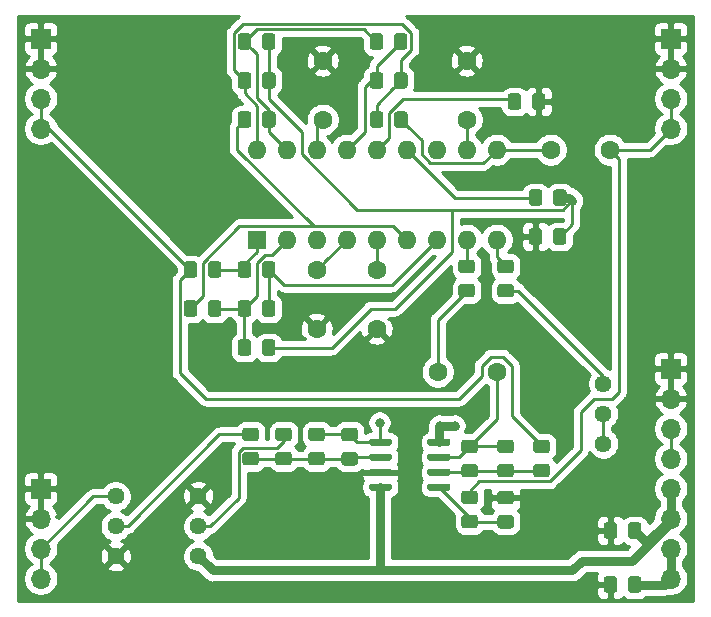
<source format=gtl>
G04 #@! TF.GenerationSoftware,KiCad,Pcbnew,5.1.6-c6e7f7d~87~ubuntu18.04.1*
G04 #@! TF.CreationDate,2020-07-17T09:21:27-04:00*
G04 #@! TF.ProjectId,CEM3320_LPF_plug_in_board,43454d33-3332-4305-9f4c-50465f706c75,1.1*
G04 #@! TF.SameCoordinates,Original*
G04 #@! TF.FileFunction,Copper,L1,Top*
G04 #@! TF.FilePolarity,Positive*
%FSLAX46Y46*%
G04 Gerber Fmt 4.6, Leading zero omitted, Abs format (unit mm)*
G04 Created by KiCad (PCBNEW 5.1.6-c6e7f7d~87~ubuntu18.04.1) date 2020-07-17 09:21:27*
%MOMM*%
%LPD*%
G01*
G04 APERTURE LIST*
G04 #@! TA.AperFunction,ComponentPad*
%ADD10C,1.440000*%
G04 #@! TD*
G04 #@! TA.AperFunction,ComponentPad*
%ADD11O,1.600000X1.600000*%
G04 #@! TD*
G04 #@! TA.AperFunction,ComponentPad*
%ADD12R,1.600000X1.600000*%
G04 #@! TD*
G04 #@! TA.AperFunction,ComponentPad*
%ADD13O,1.700000X1.700000*%
G04 #@! TD*
G04 #@! TA.AperFunction,ComponentPad*
%ADD14R,1.700000X1.700000*%
G04 #@! TD*
G04 #@! TA.AperFunction,ComponentPad*
%ADD15C,1.600000*%
G04 #@! TD*
G04 #@! TA.AperFunction,ViaPad*
%ADD16C,0.800000*%
G04 #@! TD*
G04 #@! TA.AperFunction,Conductor*
%ADD17C,0.250000*%
G04 #@! TD*
G04 #@! TA.AperFunction,Conductor*
%ADD18C,0.762000*%
G04 #@! TD*
G04 #@! TA.AperFunction,Conductor*
%ADD19C,0.254000*%
G04 #@! TD*
G04 APERTURE END LIST*
D10*
X142875000Y-122555000D03*
X142875000Y-120015000D03*
X142875000Y-117475000D03*
X177165000Y-107950000D03*
X177165000Y-110490000D03*
X177165000Y-113030000D03*
X135890000Y-122555000D03*
X135890000Y-120015000D03*
X135890000Y-117475000D03*
G04 #@! TA.AperFunction,SMDPad,CuDef*
G36*
G01*
X168459999Y-114741000D02*
X169360001Y-114741000D01*
G75*
G02*
X169610000Y-114990999I0J-249999D01*
G01*
X169610000Y-115641001D01*
G75*
G02*
X169360001Y-115891000I-249999J0D01*
G01*
X168459999Y-115891000D01*
G75*
G02*
X168210000Y-115641001I0J249999D01*
G01*
X168210000Y-114990999D01*
G75*
G02*
X168459999Y-114741000I249999J0D01*
G01*
G37*
G04 #@! TD.AperFunction*
G04 #@! TA.AperFunction,SMDPad,CuDef*
G36*
G01*
X168459999Y-112691000D02*
X169360001Y-112691000D01*
G75*
G02*
X169610000Y-112940999I0J-249999D01*
G01*
X169610000Y-113591001D01*
G75*
G02*
X169360001Y-113841000I-249999J0D01*
G01*
X168459999Y-113841000D01*
G75*
G02*
X168210000Y-113591001I0J249999D01*
G01*
X168210000Y-112940999D01*
G75*
G02*
X168459999Y-112691000I249999J0D01*
G01*
G37*
G04 #@! TD.AperFunction*
G04 #@! TA.AperFunction,SMDPad,CuDef*
G36*
G01*
X153358001Y-112825000D02*
X152457999Y-112825000D01*
G75*
G02*
X152208000Y-112575001I0J249999D01*
G01*
X152208000Y-111924999D01*
G75*
G02*
X152457999Y-111675000I249999J0D01*
G01*
X153358001Y-111675000D01*
G75*
G02*
X153608000Y-111924999I0J-249999D01*
G01*
X153608000Y-112575001D01*
G75*
G02*
X153358001Y-112825000I-249999J0D01*
G01*
G37*
G04 #@! TD.AperFunction*
G04 #@! TA.AperFunction,SMDPad,CuDef*
G36*
G01*
X153358001Y-114875000D02*
X152457999Y-114875000D01*
G75*
G02*
X152208000Y-114625001I0J249999D01*
G01*
X152208000Y-113974999D01*
G75*
G02*
X152457999Y-113725000I249999J0D01*
G01*
X153358001Y-113725000D01*
G75*
G02*
X153608000Y-113974999I0J-249999D01*
G01*
X153608000Y-114625001D01*
G75*
G02*
X153358001Y-114875000I-249999J0D01*
G01*
G37*
G04 #@! TD.AperFunction*
G04 #@! TA.AperFunction,SMDPad,CuDef*
G36*
G01*
X162282000Y-113053000D02*
X162282000Y-112753000D01*
G75*
G02*
X162432000Y-112603000I150000J0D01*
G01*
X164082000Y-112603000D01*
G75*
G02*
X164232000Y-112753000I0J-150000D01*
G01*
X164232000Y-113053000D01*
G75*
G02*
X164082000Y-113203000I-150000J0D01*
G01*
X162432000Y-113203000D01*
G75*
G02*
X162282000Y-113053000I0J150000D01*
G01*
G37*
G04 #@! TD.AperFunction*
G04 #@! TA.AperFunction,SMDPad,CuDef*
G36*
G01*
X162282000Y-114323000D02*
X162282000Y-114023000D01*
G75*
G02*
X162432000Y-113873000I150000J0D01*
G01*
X164082000Y-113873000D01*
G75*
G02*
X164232000Y-114023000I0J-150000D01*
G01*
X164232000Y-114323000D01*
G75*
G02*
X164082000Y-114473000I-150000J0D01*
G01*
X162432000Y-114473000D01*
G75*
G02*
X162282000Y-114323000I0J150000D01*
G01*
G37*
G04 #@! TD.AperFunction*
G04 #@! TA.AperFunction,SMDPad,CuDef*
G36*
G01*
X162282000Y-115593000D02*
X162282000Y-115293000D01*
G75*
G02*
X162432000Y-115143000I150000J0D01*
G01*
X164082000Y-115143000D01*
G75*
G02*
X164232000Y-115293000I0J-150000D01*
G01*
X164232000Y-115593000D01*
G75*
G02*
X164082000Y-115743000I-150000J0D01*
G01*
X162432000Y-115743000D01*
G75*
G02*
X162282000Y-115593000I0J150000D01*
G01*
G37*
G04 #@! TD.AperFunction*
G04 #@! TA.AperFunction,SMDPad,CuDef*
G36*
G01*
X162282000Y-116863000D02*
X162282000Y-116563000D01*
G75*
G02*
X162432000Y-116413000I150000J0D01*
G01*
X164082000Y-116413000D01*
G75*
G02*
X164232000Y-116563000I0J-150000D01*
G01*
X164232000Y-116863000D01*
G75*
G02*
X164082000Y-117013000I-150000J0D01*
G01*
X162432000Y-117013000D01*
G75*
G02*
X162282000Y-116863000I0J150000D01*
G01*
G37*
G04 #@! TD.AperFunction*
G04 #@! TA.AperFunction,SMDPad,CuDef*
G36*
G01*
X157332000Y-116863000D02*
X157332000Y-116563000D01*
G75*
G02*
X157482000Y-116413000I150000J0D01*
G01*
X159132000Y-116413000D01*
G75*
G02*
X159282000Y-116563000I0J-150000D01*
G01*
X159282000Y-116863000D01*
G75*
G02*
X159132000Y-117013000I-150000J0D01*
G01*
X157482000Y-117013000D01*
G75*
G02*
X157332000Y-116863000I0J150000D01*
G01*
G37*
G04 #@! TD.AperFunction*
G04 #@! TA.AperFunction,SMDPad,CuDef*
G36*
G01*
X157332000Y-115593000D02*
X157332000Y-115293000D01*
G75*
G02*
X157482000Y-115143000I150000J0D01*
G01*
X159132000Y-115143000D01*
G75*
G02*
X159282000Y-115293000I0J-150000D01*
G01*
X159282000Y-115593000D01*
G75*
G02*
X159132000Y-115743000I-150000J0D01*
G01*
X157482000Y-115743000D01*
G75*
G02*
X157332000Y-115593000I0J150000D01*
G01*
G37*
G04 #@! TD.AperFunction*
G04 #@! TA.AperFunction,SMDPad,CuDef*
G36*
G01*
X157332000Y-114323000D02*
X157332000Y-114023000D01*
G75*
G02*
X157482000Y-113873000I150000J0D01*
G01*
X159132000Y-113873000D01*
G75*
G02*
X159282000Y-114023000I0J-150000D01*
G01*
X159282000Y-114323000D01*
G75*
G02*
X159132000Y-114473000I-150000J0D01*
G01*
X157482000Y-114473000D01*
G75*
G02*
X157332000Y-114323000I0J150000D01*
G01*
G37*
G04 #@! TD.AperFunction*
G04 #@! TA.AperFunction,SMDPad,CuDef*
G36*
G01*
X157332000Y-113053000D02*
X157332000Y-112753000D01*
G75*
G02*
X157482000Y-112603000I150000J0D01*
G01*
X159132000Y-112603000D01*
G75*
G02*
X159282000Y-112753000I0J-150000D01*
G01*
X159282000Y-113053000D01*
G75*
G02*
X159132000Y-113203000I-150000J0D01*
G01*
X157482000Y-113203000D01*
G75*
G02*
X157332000Y-113053000I0J150000D01*
G01*
G37*
G04 #@! TD.AperFunction*
D11*
X147828000Y-88138000D03*
X168148000Y-95758000D03*
X150368000Y-88138000D03*
X165608000Y-95758000D03*
X152908000Y-88138000D03*
X163068000Y-95758000D03*
X155448000Y-88138000D03*
X160528000Y-95758000D03*
X157988000Y-88138000D03*
X157988000Y-95758000D03*
X160528000Y-88138000D03*
X155448000Y-95758000D03*
X163068000Y-88138000D03*
X152908000Y-95758000D03*
X165608000Y-88138000D03*
X150368000Y-95758000D03*
X168148000Y-88138000D03*
D12*
X147828000Y-95758000D03*
G04 #@! TA.AperFunction,SMDPad,CuDef*
G36*
G01*
X166312001Y-118159000D02*
X165411999Y-118159000D01*
G75*
G02*
X165162000Y-117909001I0J249999D01*
G01*
X165162000Y-117258999D01*
G75*
G02*
X165411999Y-117009000I249999J0D01*
G01*
X166312001Y-117009000D01*
G75*
G02*
X166562000Y-117258999I0J-249999D01*
G01*
X166562000Y-117909001D01*
G75*
G02*
X166312001Y-118159000I-249999J0D01*
G01*
G37*
G04 #@! TD.AperFunction*
G04 #@! TA.AperFunction,SMDPad,CuDef*
G36*
G01*
X166312001Y-120209000D02*
X165411999Y-120209000D01*
G75*
G02*
X165162000Y-119959001I0J249999D01*
G01*
X165162000Y-119308999D01*
G75*
G02*
X165411999Y-119059000I249999J0D01*
G01*
X166312001Y-119059000D01*
G75*
G02*
X166562000Y-119308999I0J-249999D01*
G01*
X166562000Y-119959001D01*
G75*
G02*
X166312001Y-120209000I-249999J0D01*
G01*
G37*
G04 #@! TD.AperFunction*
G04 #@! TA.AperFunction,SMDPad,CuDef*
G36*
G01*
X171507999Y-114741000D02*
X172408001Y-114741000D01*
G75*
G02*
X172658000Y-114990999I0J-249999D01*
G01*
X172658000Y-115641001D01*
G75*
G02*
X172408001Y-115891000I-249999J0D01*
G01*
X171507999Y-115891000D01*
G75*
G02*
X171258000Y-115641001I0J249999D01*
G01*
X171258000Y-114990999D01*
G75*
G02*
X171507999Y-114741000I249999J0D01*
G01*
G37*
G04 #@! TD.AperFunction*
G04 #@! TA.AperFunction,SMDPad,CuDef*
G36*
G01*
X171507999Y-112691000D02*
X172408001Y-112691000D01*
G75*
G02*
X172658000Y-112940999I0J-249999D01*
G01*
X172658000Y-113591001D01*
G75*
G02*
X172408001Y-113841000I-249999J0D01*
G01*
X171507999Y-113841000D01*
G75*
G02*
X171258000Y-113591001I0J249999D01*
G01*
X171258000Y-112940999D01*
G75*
G02*
X171507999Y-112691000I249999J0D01*
G01*
G37*
G04 #@! TD.AperFunction*
G04 #@! TA.AperFunction,SMDPad,CuDef*
G36*
G01*
X169360001Y-118177000D02*
X168459999Y-118177000D01*
G75*
G02*
X168210000Y-117927001I0J249999D01*
G01*
X168210000Y-117276999D01*
G75*
G02*
X168459999Y-117027000I249999J0D01*
G01*
X169360001Y-117027000D01*
G75*
G02*
X169610000Y-117276999I0J-249999D01*
G01*
X169610000Y-117927001D01*
G75*
G02*
X169360001Y-118177000I-249999J0D01*
G01*
G37*
G04 #@! TD.AperFunction*
G04 #@! TA.AperFunction,SMDPad,CuDef*
G36*
G01*
X169360001Y-120227000D02*
X168459999Y-120227000D01*
G75*
G02*
X168210000Y-119977001I0J249999D01*
G01*
X168210000Y-119326999D01*
G75*
G02*
X168459999Y-119077000I249999J0D01*
G01*
X169360001Y-119077000D01*
G75*
G02*
X169610000Y-119326999I0J-249999D01*
G01*
X169610000Y-119977001D01*
G75*
G02*
X169360001Y-120227000I-249999J0D01*
G01*
G37*
G04 #@! TD.AperFunction*
G04 #@! TA.AperFunction,SMDPad,CuDef*
G36*
G01*
X165411999Y-114750000D02*
X166312001Y-114750000D01*
G75*
G02*
X166562000Y-114999999I0J-249999D01*
G01*
X166562000Y-115650001D01*
G75*
G02*
X166312001Y-115900000I-249999J0D01*
G01*
X165411999Y-115900000D01*
G75*
G02*
X165162000Y-115650001I0J249999D01*
G01*
X165162000Y-114999999D01*
G75*
G02*
X165411999Y-114750000I249999J0D01*
G01*
G37*
G04 #@! TD.AperFunction*
G04 #@! TA.AperFunction,SMDPad,CuDef*
G36*
G01*
X165411999Y-112700000D02*
X166312001Y-112700000D01*
G75*
G02*
X166562000Y-112949999I0J-249999D01*
G01*
X166562000Y-113600001D01*
G75*
G02*
X166312001Y-113850000I-249999J0D01*
G01*
X165411999Y-113850000D01*
G75*
G02*
X165162000Y-113600001I0J249999D01*
G01*
X165162000Y-112949999D01*
G75*
G02*
X165411999Y-112700000I249999J0D01*
G01*
G37*
G04 #@! TD.AperFunction*
G04 #@! TA.AperFunction,SMDPad,CuDef*
G36*
G01*
X158563000Y-85147999D02*
X158563000Y-86048001D01*
G75*
G02*
X158313001Y-86298000I-249999J0D01*
G01*
X157662999Y-86298000D01*
G75*
G02*
X157413000Y-86048001I0J249999D01*
G01*
X157413000Y-85147999D01*
G75*
G02*
X157662999Y-84898000I249999J0D01*
G01*
X158313001Y-84898000D01*
G75*
G02*
X158563000Y-85147999I0J-249999D01*
G01*
G37*
G04 #@! TD.AperFunction*
G04 #@! TA.AperFunction,SMDPad,CuDef*
G36*
G01*
X160613000Y-85147999D02*
X160613000Y-86048001D01*
G75*
G02*
X160363001Y-86298000I-249999J0D01*
G01*
X159712999Y-86298000D01*
G75*
G02*
X159463000Y-86048001I0J249999D01*
G01*
X159463000Y-85147999D01*
G75*
G02*
X159712999Y-84898000I249999J0D01*
G01*
X160363001Y-84898000D01*
G75*
G02*
X160613000Y-85147999I0J-249999D01*
G01*
G37*
G04 #@! TD.AperFunction*
G04 #@! TA.AperFunction,SMDPad,CuDef*
G36*
G01*
X148278000Y-82746001D02*
X148278000Y-81845999D01*
G75*
G02*
X148527999Y-81596000I249999J0D01*
G01*
X149178001Y-81596000D01*
G75*
G02*
X149428000Y-81845999I0J-249999D01*
G01*
X149428000Y-82746001D01*
G75*
G02*
X149178001Y-82996000I-249999J0D01*
G01*
X148527999Y-82996000D01*
G75*
G02*
X148278000Y-82746001I0J249999D01*
G01*
G37*
G04 #@! TD.AperFunction*
G04 #@! TA.AperFunction,SMDPad,CuDef*
G36*
G01*
X146228000Y-82746001D02*
X146228000Y-81845999D01*
G75*
G02*
X146477999Y-81596000I249999J0D01*
G01*
X147128001Y-81596000D01*
G75*
G02*
X147378000Y-81845999I0J-249999D01*
G01*
X147378000Y-82746001D01*
G75*
G02*
X147128001Y-82996000I-249999J0D01*
G01*
X146477999Y-82996000D01*
G75*
G02*
X146228000Y-82746001I0J249999D01*
G01*
G37*
G04 #@! TD.AperFunction*
G04 #@! TA.AperFunction,SMDPad,CuDef*
G36*
G01*
X158554000Y-81845999D02*
X158554000Y-82746001D01*
G75*
G02*
X158304001Y-82996000I-249999J0D01*
G01*
X157653999Y-82996000D01*
G75*
G02*
X157404000Y-82746001I0J249999D01*
G01*
X157404000Y-81845999D01*
G75*
G02*
X157653999Y-81596000I249999J0D01*
G01*
X158304001Y-81596000D01*
G75*
G02*
X158554000Y-81845999I0J-249999D01*
G01*
G37*
G04 #@! TD.AperFunction*
G04 #@! TA.AperFunction,SMDPad,CuDef*
G36*
G01*
X160604000Y-81845999D02*
X160604000Y-82746001D01*
G75*
G02*
X160354001Y-82996000I-249999J0D01*
G01*
X159703999Y-82996000D01*
G75*
G02*
X159454000Y-82746001I0J249999D01*
G01*
X159454000Y-81845999D01*
G75*
G02*
X159703999Y-81596000I249999J0D01*
G01*
X160354001Y-81596000D01*
G75*
G02*
X160604000Y-81845999I0J-249999D01*
G01*
G37*
G04 #@! TD.AperFunction*
G04 #@! TA.AperFunction,SMDPad,CuDef*
G36*
G01*
X166058001Y-98601000D02*
X165157999Y-98601000D01*
G75*
G02*
X164908000Y-98351001I0J249999D01*
G01*
X164908000Y-97700999D01*
G75*
G02*
X165157999Y-97451000I249999J0D01*
G01*
X166058001Y-97451000D01*
G75*
G02*
X166308000Y-97700999I0J-249999D01*
G01*
X166308000Y-98351001D01*
G75*
G02*
X166058001Y-98601000I-249999J0D01*
G01*
G37*
G04 #@! TD.AperFunction*
G04 #@! TA.AperFunction,SMDPad,CuDef*
G36*
G01*
X166058001Y-100651000D02*
X165157999Y-100651000D01*
G75*
G02*
X164908000Y-100401001I0J249999D01*
G01*
X164908000Y-99750999D01*
G75*
G02*
X165157999Y-99501000I249999J0D01*
G01*
X166058001Y-99501000D01*
G75*
G02*
X166308000Y-99750999I0J-249999D01*
G01*
X166308000Y-100401001D01*
G75*
G02*
X166058001Y-100651000I-249999J0D01*
G01*
G37*
G04 #@! TD.AperFunction*
G04 #@! TA.AperFunction,SMDPad,CuDef*
G36*
G01*
X168459999Y-99510000D02*
X169360001Y-99510000D01*
G75*
G02*
X169610000Y-99759999I0J-249999D01*
G01*
X169610000Y-100410001D01*
G75*
G02*
X169360001Y-100660000I-249999J0D01*
G01*
X168459999Y-100660000D01*
G75*
G02*
X168210000Y-100410001I0J249999D01*
G01*
X168210000Y-99759999D01*
G75*
G02*
X168459999Y-99510000I249999J0D01*
G01*
G37*
G04 #@! TD.AperFunction*
G04 #@! TA.AperFunction,SMDPad,CuDef*
G36*
G01*
X168459999Y-97460000D02*
X169360001Y-97460000D01*
G75*
G02*
X169610000Y-97709999I0J-249999D01*
G01*
X169610000Y-98360001D01*
G75*
G02*
X169360001Y-98610000I-249999J0D01*
G01*
X168459999Y-98610000D01*
G75*
G02*
X168210000Y-98360001I0J249999D01*
G01*
X168210000Y-97709999D01*
G75*
G02*
X168459999Y-97460000I249999J0D01*
G01*
G37*
G04 #@! TD.AperFunction*
G04 #@! TA.AperFunction,SMDPad,CuDef*
G36*
G01*
X158545000Y-78543999D02*
X158545000Y-79444001D01*
G75*
G02*
X158295001Y-79694000I-249999J0D01*
G01*
X157644999Y-79694000D01*
G75*
G02*
X157395000Y-79444001I0J249999D01*
G01*
X157395000Y-78543999D01*
G75*
G02*
X157644999Y-78294000I249999J0D01*
G01*
X158295001Y-78294000D01*
G75*
G02*
X158545000Y-78543999I0J-249999D01*
G01*
G37*
G04 #@! TD.AperFunction*
G04 #@! TA.AperFunction,SMDPad,CuDef*
G36*
G01*
X160595000Y-78543999D02*
X160595000Y-79444001D01*
G75*
G02*
X160345001Y-79694000I-249999J0D01*
G01*
X159694999Y-79694000D01*
G75*
G02*
X159445000Y-79444001I0J249999D01*
G01*
X159445000Y-78543999D01*
G75*
G02*
X159694999Y-78294000I249999J0D01*
G01*
X160345001Y-78294000D01*
G75*
G02*
X160595000Y-78543999I0J-249999D01*
G01*
G37*
G04 #@! TD.AperFunction*
G04 #@! TA.AperFunction,SMDPad,CuDef*
G36*
G01*
X148269000Y-79444001D02*
X148269000Y-78543999D01*
G75*
G02*
X148518999Y-78294000I249999J0D01*
G01*
X149169001Y-78294000D01*
G75*
G02*
X149419000Y-78543999I0J-249999D01*
G01*
X149419000Y-79444001D01*
G75*
G02*
X149169001Y-79694000I-249999J0D01*
G01*
X148518999Y-79694000D01*
G75*
G02*
X148269000Y-79444001I0J249999D01*
G01*
G37*
G04 #@! TD.AperFunction*
G04 #@! TA.AperFunction,SMDPad,CuDef*
G36*
G01*
X146219000Y-79444001D02*
X146219000Y-78543999D01*
G75*
G02*
X146468999Y-78294000I249999J0D01*
G01*
X147119001Y-78294000D01*
G75*
G02*
X147369000Y-78543999I0J-249999D01*
G01*
X147369000Y-79444001D01*
G75*
G02*
X147119001Y-79694000I-249999J0D01*
G01*
X146468999Y-79694000D01*
G75*
G02*
X146219000Y-79444001I0J249999D01*
G01*
G37*
G04 #@! TD.AperFunction*
G04 #@! TA.AperFunction,SMDPad,CuDef*
G36*
G01*
X147378000Y-85147999D02*
X147378000Y-86048001D01*
G75*
G02*
X147128001Y-86298000I-249999J0D01*
G01*
X146477999Y-86298000D01*
G75*
G02*
X146228000Y-86048001I0J249999D01*
G01*
X146228000Y-85147999D01*
G75*
G02*
X146477999Y-84898000I249999J0D01*
G01*
X147128001Y-84898000D01*
G75*
G02*
X147378000Y-85147999I0J-249999D01*
G01*
G37*
G04 #@! TD.AperFunction*
G04 #@! TA.AperFunction,SMDPad,CuDef*
G36*
G01*
X149428000Y-85147999D02*
X149428000Y-86048001D01*
G75*
G02*
X149178001Y-86298000I-249999J0D01*
G01*
X148527999Y-86298000D01*
G75*
G02*
X148278000Y-86048001I0J249999D01*
G01*
X148278000Y-85147999D01*
G75*
G02*
X148527999Y-84898000I249999J0D01*
G01*
X149178001Y-84898000D01*
G75*
G02*
X149428000Y-85147999I0J-249999D01*
G01*
G37*
G04 #@! TD.AperFunction*
G04 #@! TA.AperFunction,SMDPad,CuDef*
G36*
G01*
X143697000Y-102050001D02*
X143697000Y-101149999D01*
G75*
G02*
X143946999Y-100900000I249999J0D01*
G01*
X144597001Y-100900000D01*
G75*
G02*
X144847000Y-101149999I0J-249999D01*
G01*
X144847000Y-102050001D01*
G75*
G02*
X144597001Y-102300000I-249999J0D01*
G01*
X143946999Y-102300000D01*
G75*
G02*
X143697000Y-102050001I0J249999D01*
G01*
G37*
G04 #@! TD.AperFunction*
G04 #@! TA.AperFunction,SMDPad,CuDef*
G36*
G01*
X141647000Y-102050001D02*
X141647000Y-101149999D01*
G75*
G02*
X141896999Y-100900000I249999J0D01*
G01*
X142547001Y-100900000D01*
G75*
G02*
X142797000Y-101149999I0J-249999D01*
G01*
X142797000Y-102050001D01*
G75*
G02*
X142547001Y-102300000I-249999J0D01*
G01*
X141896999Y-102300000D01*
G75*
G02*
X141647000Y-102050001I0J249999D01*
G01*
G37*
G04 #@! TD.AperFunction*
G04 #@! TA.AperFunction,SMDPad,CuDef*
G36*
G01*
X148269000Y-105352001D02*
X148269000Y-104451999D01*
G75*
G02*
X148518999Y-104202000I249999J0D01*
G01*
X149169001Y-104202000D01*
G75*
G02*
X149419000Y-104451999I0J-249999D01*
G01*
X149419000Y-105352001D01*
G75*
G02*
X149169001Y-105602000I-249999J0D01*
G01*
X148518999Y-105602000D01*
G75*
G02*
X148269000Y-105352001I0J249999D01*
G01*
G37*
G04 #@! TD.AperFunction*
G04 #@! TA.AperFunction,SMDPad,CuDef*
G36*
G01*
X146219000Y-105352001D02*
X146219000Y-104451999D01*
G75*
G02*
X146468999Y-104202000I249999J0D01*
G01*
X147119001Y-104202000D01*
G75*
G02*
X147369000Y-104451999I0J-249999D01*
G01*
X147369000Y-105352001D01*
G75*
G02*
X147119001Y-105602000I-249999J0D01*
G01*
X146468999Y-105602000D01*
G75*
G02*
X146219000Y-105352001I0J249999D01*
G01*
G37*
G04 #@! TD.AperFunction*
G04 #@! TA.AperFunction,SMDPad,CuDef*
G36*
G01*
X172025000Y-91751999D02*
X172025000Y-92652001D01*
G75*
G02*
X171775001Y-92902000I-249999J0D01*
G01*
X171124999Y-92902000D01*
G75*
G02*
X170875000Y-92652001I0J249999D01*
G01*
X170875000Y-91751999D01*
G75*
G02*
X171124999Y-91502000I249999J0D01*
G01*
X171775001Y-91502000D01*
G75*
G02*
X172025000Y-91751999I0J-249999D01*
G01*
G37*
G04 #@! TD.AperFunction*
G04 #@! TA.AperFunction,SMDPad,CuDef*
G36*
G01*
X174075000Y-91751999D02*
X174075000Y-92652001D01*
G75*
G02*
X173825001Y-92902000I-249999J0D01*
G01*
X173174999Y-92902000D01*
G75*
G02*
X172925000Y-92652001I0J249999D01*
G01*
X172925000Y-91751999D01*
G75*
G02*
X173174999Y-91502000I249999J0D01*
G01*
X173825001Y-91502000D01*
G75*
G02*
X174075000Y-91751999I0J-249999D01*
G01*
G37*
G04 #@! TD.AperFunction*
G04 #@! TA.AperFunction,SMDPad,CuDef*
G36*
G01*
X148269000Y-102050001D02*
X148269000Y-101149999D01*
G75*
G02*
X148518999Y-100900000I249999J0D01*
G01*
X149169001Y-100900000D01*
G75*
G02*
X149419000Y-101149999I0J-249999D01*
G01*
X149419000Y-102050001D01*
G75*
G02*
X149169001Y-102300000I-249999J0D01*
G01*
X148518999Y-102300000D01*
G75*
G02*
X148269000Y-102050001I0J249999D01*
G01*
G37*
G04 #@! TD.AperFunction*
G04 #@! TA.AperFunction,SMDPad,CuDef*
G36*
G01*
X146219000Y-102050001D02*
X146219000Y-101149999D01*
G75*
G02*
X146468999Y-100900000I249999J0D01*
G01*
X147119001Y-100900000D01*
G75*
G02*
X147369000Y-101149999I0J-249999D01*
G01*
X147369000Y-102050001D01*
G75*
G02*
X147119001Y-102300000I-249999J0D01*
G01*
X146468999Y-102300000D01*
G75*
G02*
X146219000Y-102050001I0J249999D01*
G01*
G37*
G04 #@! TD.AperFunction*
G04 #@! TA.AperFunction,SMDPad,CuDef*
G36*
G01*
X155251999Y-113743000D02*
X156152001Y-113743000D01*
G75*
G02*
X156402000Y-113992999I0J-249999D01*
G01*
X156402000Y-114643001D01*
G75*
G02*
X156152001Y-114893000I-249999J0D01*
G01*
X155251999Y-114893000D01*
G75*
G02*
X155002000Y-114643001I0J249999D01*
G01*
X155002000Y-113992999D01*
G75*
G02*
X155251999Y-113743000I249999J0D01*
G01*
G37*
G04 #@! TD.AperFunction*
G04 #@! TA.AperFunction,SMDPad,CuDef*
G36*
G01*
X155251999Y-111693000D02*
X156152001Y-111693000D01*
G75*
G02*
X156402000Y-111942999I0J-249999D01*
G01*
X156402000Y-112593001D01*
G75*
G02*
X156152001Y-112843000I-249999J0D01*
G01*
X155251999Y-112843000D01*
G75*
G02*
X155002000Y-112593001I0J249999D01*
G01*
X155002000Y-111942999D01*
G75*
G02*
X155251999Y-111693000I249999J0D01*
G01*
G37*
G04 #@! TD.AperFunction*
G04 #@! TA.AperFunction,SMDPad,CuDef*
G36*
G01*
X147369000Y-97847999D02*
X147369000Y-98748001D01*
G75*
G02*
X147119001Y-98998000I-249999J0D01*
G01*
X146468999Y-98998000D01*
G75*
G02*
X146219000Y-98748001I0J249999D01*
G01*
X146219000Y-97847999D01*
G75*
G02*
X146468999Y-97598000I249999J0D01*
G01*
X147119001Y-97598000D01*
G75*
G02*
X147369000Y-97847999I0J-249999D01*
G01*
G37*
G04 #@! TD.AperFunction*
G04 #@! TA.AperFunction,SMDPad,CuDef*
G36*
G01*
X149419000Y-97847999D02*
X149419000Y-98748001D01*
G75*
G02*
X149169001Y-98998000I-249999J0D01*
G01*
X148518999Y-98998000D01*
G75*
G02*
X148269000Y-98748001I0J249999D01*
G01*
X148269000Y-97847999D01*
G75*
G02*
X148518999Y-97598000I249999J0D01*
G01*
X149169001Y-97598000D01*
G75*
G02*
X149419000Y-97847999I0J-249999D01*
G01*
G37*
G04 #@! TD.AperFunction*
G04 #@! TA.AperFunction,SMDPad,CuDef*
G36*
G01*
X149663999Y-113725000D02*
X150564001Y-113725000D01*
G75*
G02*
X150814000Y-113974999I0J-249999D01*
G01*
X150814000Y-114625001D01*
G75*
G02*
X150564001Y-114875000I-249999J0D01*
G01*
X149663999Y-114875000D01*
G75*
G02*
X149414000Y-114625001I0J249999D01*
G01*
X149414000Y-113974999D01*
G75*
G02*
X149663999Y-113725000I249999J0D01*
G01*
G37*
G04 #@! TD.AperFunction*
G04 #@! TA.AperFunction,SMDPad,CuDef*
G36*
G01*
X149663999Y-111675000D02*
X150564001Y-111675000D01*
G75*
G02*
X150814000Y-111924999I0J-249999D01*
G01*
X150814000Y-112575001D01*
G75*
G02*
X150564001Y-112825000I-249999J0D01*
G01*
X149663999Y-112825000D01*
G75*
G02*
X149414000Y-112575001I0J249999D01*
G01*
X149414000Y-111924999D01*
G75*
G02*
X149663999Y-111675000I249999J0D01*
G01*
G37*
G04 #@! TD.AperFunction*
G04 #@! TA.AperFunction,SMDPad,CuDef*
G36*
G01*
X147770001Y-112825000D02*
X146869999Y-112825000D01*
G75*
G02*
X146620000Y-112575001I0J249999D01*
G01*
X146620000Y-111924999D01*
G75*
G02*
X146869999Y-111675000I249999J0D01*
G01*
X147770001Y-111675000D01*
G75*
G02*
X148020000Y-111924999I0J-249999D01*
G01*
X148020000Y-112575001D01*
G75*
G02*
X147770001Y-112825000I-249999J0D01*
G01*
G37*
G04 #@! TD.AperFunction*
G04 #@! TA.AperFunction,SMDPad,CuDef*
G36*
G01*
X147770001Y-114875000D02*
X146869999Y-114875000D01*
G75*
G02*
X146620000Y-114625001I0J249999D01*
G01*
X146620000Y-113974999D01*
G75*
G02*
X146869999Y-113725000I249999J0D01*
G01*
X147770001Y-113725000D01*
G75*
G02*
X148020000Y-113974999I0J-249999D01*
G01*
X148020000Y-114625001D01*
G75*
G02*
X147770001Y-114875000I-249999J0D01*
G01*
G37*
G04 #@! TD.AperFunction*
G04 #@! TA.AperFunction,SMDPad,CuDef*
G36*
G01*
X142797000Y-97847999D02*
X142797000Y-98748001D01*
G75*
G02*
X142547001Y-98998000I-249999J0D01*
G01*
X141896999Y-98998000D01*
G75*
G02*
X141647000Y-98748001I0J249999D01*
G01*
X141647000Y-97847999D01*
G75*
G02*
X141896999Y-97598000I249999J0D01*
G01*
X142547001Y-97598000D01*
G75*
G02*
X142797000Y-97847999I0J-249999D01*
G01*
G37*
G04 #@! TD.AperFunction*
G04 #@! TA.AperFunction,SMDPad,CuDef*
G36*
G01*
X144847000Y-97847999D02*
X144847000Y-98748001D01*
G75*
G02*
X144597001Y-98998000I-249999J0D01*
G01*
X143946999Y-98998000D01*
G75*
G02*
X143697000Y-98748001I0J249999D01*
G01*
X143697000Y-97847999D01*
G75*
G02*
X143946999Y-97598000I249999J0D01*
G01*
X144597001Y-97598000D01*
G75*
G02*
X144847000Y-97847999I0J-249999D01*
G01*
G37*
G04 #@! TD.AperFunction*
D13*
X182880000Y-124460000D03*
X182880000Y-121920000D03*
X182880000Y-119380000D03*
X182880000Y-116840000D03*
X182880000Y-114300000D03*
X182880000Y-111760000D03*
X182880000Y-109220000D03*
D14*
X182880000Y-106680000D03*
D13*
X182880000Y-86360000D03*
X182880000Y-83820000D03*
X182880000Y-81280000D03*
D14*
X182880000Y-78740000D03*
D13*
X129540000Y-86360000D03*
X129540000Y-83820000D03*
X129540000Y-81280000D03*
D14*
X129540000Y-78740000D03*
D13*
X129540000Y-124460000D03*
X129540000Y-121920000D03*
X129540000Y-119380000D03*
D14*
X129540000Y-116840000D03*
D15*
X172720000Y-88138000D03*
X177720000Y-88138000D03*
X165608000Y-80598000D03*
X165608000Y-85598000D03*
X163148000Y-106934000D03*
X168148000Y-106934000D03*
X153416000Y-80598000D03*
X153416000Y-85598000D03*
G04 #@! TA.AperFunction,SMDPad,CuDef*
G36*
G01*
X172907000Y-95954001D02*
X172907000Y-95053999D01*
G75*
G02*
X173156999Y-94804000I249999J0D01*
G01*
X173807001Y-94804000D01*
G75*
G02*
X174057000Y-95053999I0J-249999D01*
G01*
X174057000Y-95954001D01*
G75*
G02*
X173807001Y-96204000I-249999J0D01*
G01*
X173156999Y-96204000D01*
G75*
G02*
X172907000Y-95954001I0J249999D01*
G01*
G37*
G04 #@! TD.AperFunction*
G04 #@! TA.AperFunction,SMDPad,CuDef*
G36*
G01*
X170857000Y-95954001D02*
X170857000Y-95053999D01*
G75*
G02*
X171106999Y-94804000I249999J0D01*
G01*
X171757001Y-94804000D01*
G75*
G02*
X172007000Y-95053999I0J-249999D01*
G01*
X172007000Y-95954001D01*
G75*
G02*
X171757001Y-96204000I-249999J0D01*
G01*
X171106999Y-96204000D01*
G75*
G02*
X170857000Y-95954001I0J249999D01*
G01*
G37*
G04 #@! TD.AperFunction*
G04 #@! TA.AperFunction,SMDPad,CuDef*
G36*
G01*
X171129000Y-84524001D02*
X171129000Y-83623999D01*
G75*
G02*
X171378999Y-83374000I249999J0D01*
G01*
X172029001Y-83374000D01*
G75*
G02*
X172279000Y-83623999I0J-249999D01*
G01*
X172279000Y-84524001D01*
G75*
G02*
X172029001Y-84774000I-249999J0D01*
G01*
X171378999Y-84774000D01*
G75*
G02*
X171129000Y-84524001I0J249999D01*
G01*
G37*
G04 #@! TD.AperFunction*
G04 #@! TA.AperFunction,SMDPad,CuDef*
G36*
G01*
X169079000Y-84524001D02*
X169079000Y-83623999D01*
G75*
G02*
X169328999Y-83374000I249999J0D01*
G01*
X169979001Y-83374000D01*
G75*
G02*
X170229000Y-83623999I0J-249999D01*
G01*
X170229000Y-84524001D01*
G75*
G02*
X169979001Y-84774000I-249999J0D01*
G01*
X169328999Y-84774000D01*
G75*
G02*
X169079000Y-84524001I0J249999D01*
G01*
G37*
G04 #@! TD.AperFunction*
X152908000Y-103298000D03*
X152908000Y-98298000D03*
G04 #@! TA.AperFunction,SMDPad,CuDef*
G36*
G01*
X179257000Y-120846001D02*
X179257000Y-119945999D01*
G75*
G02*
X179506999Y-119696000I249999J0D01*
G01*
X180157001Y-119696000D01*
G75*
G02*
X180407000Y-119945999I0J-249999D01*
G01*
X180407000Y-120846001D01*
G75*
G02*
X180157001Y-121096000I-249999J0D01*
G01*
X179506999Y-121096000D01*
G75*
G02*
X179257000Y-120846001I0J249999D01*
G01*
G37*
G04 #@! TD.AperFunction*
G04 #@! TA.AperFunction,SMDPad,CuDef*
G36*
G01*
X177207000Y-120846001D02*
X177207000Y-119945999D01*
G75*
G02*
X177456999Y-119696000I249999J0D01*
G01*
X178107001Y-119696000D01*
G75*
G02*
X178357000Y-119945999I0J-249999D01*
G01*
X178357000Y-120846001D01*
G75*
G02*
X178107001Y-121096000I-249999J0D01*
G01*
X177456999Y-121096000D01*
G75*
G02*
X177207000Y-120846001I0J249999D01*
G01*
G37*
G04 #@! TD.AperFunction*
G04 #@! TA.AperFunction,SMDPad,CuDef*
G36*
G01*
X178357000Y-124517999D02*
X178357000Y-125418001D01*
G75*
G02*
X178107001Y-125668000I-249999J0D01*
G01*
X177456999Y-125668000D01*
G75*
G02*
X177207000Y-125418001I0J249999D01*
G01*
X177207000Y-124517999D01*
G75*
G02*
X177456999Y-124268000I249999J0D01*
G01*
X178107001Y-124268000D01*
G75*
G02*
X178357000Y-124517999I0J-249999D01*
G01*
G37*
G04 #@! TD.AperFunction*
G04 #@! TA.AperFunction,SMDPad,CuDef*
G36*
G01*
X180407000Y-124517999D02*
X180407000Y-125418001D01*
G75*
G02*
X180157001Y-125668000I-249999J0D01*
G01*
X179506999Y-125668000D01*
G75*
G02*
X179257000Y-125418001I0J249999D01*
G01*
X179257000Y-124517999D01*
G75*
G02*
X179506999Y-124268000I249999J0D01*
G01*
X180157001Y-124268000D01*
G75*
G02*
X180407000Y-124517999I0J-249999D01*
G01*
G37*
G04 #@! TD.AperFunction*
X157988000Y-103298000D03*
X157988000Y-98298000D03*
D16*
X171958000Y-120396000D03*
X175260000Y-118364000D03*
X164592000Y-111506000D03*
X163322000Y-111506000D03*
X174534990Y-92456000D03*
X158242000Y-111252000D03*
D17*
X157988000Y-97166630D02*
X157988000Y-95758000D01*
X157988000Y-98298000D02*
X157988000Y-97166630D01*
D18*
X182372000Y-124968000D02*
X182880000Y-124460000D01*
X179832000Y-124968000D02*
X182372000Y-124968000D01*
X182880000Y-121920000D02*
X182880000Y-124460000D01*
D17*
X169400000Y-83820000D02*
X169654000Y-84074000D01*
X160227810Y-83820000D02*
X169400000Y-83820000D01*
X159004000Y-85043810D02*
X160227810Y-83820000D01*
X157988000Y-88138000D02*
X159004000Y-87122000D01*
X159004000Y-87122000D02*
X159004000Y-85043810D01*
D18*
X163257000Y-112903000D02*
X163257000Y-111571000D01*
X163257000Y-111571000D02*
X163322000Y-111506000D01*
X163322000Y-111506000D02*
X164592000Y-111506000D01*
X163322000Y-111506000D02*
X163322000Y-111506000D01*
D17*
X148844000Y-82287000D02*
X148853000Y-82296000D01*
X148844000Y-78994000D02*
X148844000Y-82287000D01*
X173763980Y-93227010D02*
X174134991Y-92855999D01*
D18*
X173500000Y-92202000D02*
X174280990Y-92202000D01*
D17*
X164328990Y-93227010D02*
X173763980Y-93227010D01*
D18*
X174280990Y-92202000D02*
X174534990Y-92456000D01*
D17*
X174134991Y-92855999D02*
X174534990Y-92456000D01*
D18*
X182880000Y-116840000D02*
X182880000Y-119380000D01*
D17*
X174534990Y-94451010D02*
X174534990Y-92456000D01*
X173482000Y-95504000D02*
X174534990Y-94451010D01*
X156332008Y-93227010D02*
X164328990Y-93227010D01*
X151638000Y-88533002D02*
X156332008Y-93227010D01*
X148853000Y-82296000D02*
X148853000Y-83829000D01*
X151638000Y-86614000D02*
X151638000Y-88533002D01*
X148853000Y-83829000D02*
X151638000Y-86614000D01*
X159547250Y-101600000D02*
X164328990Y-96818260D01*
X157480000Y-101600000D02*
X159547250Y-101600000D01*
X148844000Y-104902000D02*
X154178000Y-104902000D01*
X164328990Y-96818260D02*
X164328990Y-93227010D01*
X154178000Y-104902000D02*
X157480000Y-101600000D01*
D18*
X174551999Y-123771001D02*
X175387000Y-122936000D01*
X175387000Y-122936000D02*
X179578000Y-122936000D01*
X182880000Y-119634000D02*
X182880000Y-119380000D01*
X158422999Y-123771001D02*
X174551999Y-123771001D01*
X179578000Y-122936000D02*
X182880000Y-119634000D01*
X158307000Y-116713000D02*
X158307000Y-123655002D01*
X158307000Y-123655002D02*
X158422999Y-123771001D01*
X144091001Y-123771001D02*
X142875000Y-122555000D01*
X158422999Y-123771001D02*
X144091001Y-123771001D01*
X180975000Y-121285000D02*
X182880000Y-119380000D01*
X179832000Y-120396000D02*
X180721000Y-121285000D01*
X180721000Y-121285000D02*
X180975000Y-121285000D01*
D17*
X153707999Y-97498001D02*
X155448000Y-95758000D01*
X152908000Y-98298000D02*
X153707999Y-97498001D01*
X152908000Y-86106000D02*
X153416000Y-85598000D01*
X152908000Y-88138000D02*
X152908000Y-86106000D01*
X163148000Y-102536000D02*
X165608000Y-100076000D01*
X163148000Y-106934000D02*
X163148000Y-102536000D01*
X165608000Y-88138000D02*
X165608000Y-85598000D01*
X168148000Y-88138000D02*
X172720000Y-88138000D01*
X160661372Y-86221372D02*
X160038000Y-85598000D01*
X161798000Y-88533002D02*
X161798000Y-87358000D01*
X168148000Y-88138000D02*
X167022999Y-89263001D01*
X161798000Y-87358000D02*
X160661372Y-86221372D01*
X162527999Y-89263001D02*
X161798000Y-88533002D01*
X167022999Y-89263001D02*
X162527999Y-89263001D01*
X181102000Y-88138000D02*
X182880000Y-86360000D01*
X177720000Y-88138000D02*
X181102000Y-88138000D01*
X182880000Y-86360000D02*
X182880000Y-83820000D01*
X178519999Y-88937999D02*
X177720000Y-88138000D01*
X178519999Y-108638302D02*
X178519999Y-88937999D01*
X177938301Y-109220000D02*
X178519999Y-108638302D01*
X176391699Y-109220000D02*
X177938301Y-109220000D01*
X165862000Y-117009000D02*
X166654990Y-116216010D01*
X165862000Y-117584000D02*
X165862000Y-117009000D01*
X175260000Y-113602190D02*
X175260000Y-110351699D01*
X172646180Y-116216010D02*
X175260000Y-113602190D01*
X175260000Y-110351699D02*
X176391699Y-109220000D01*
X166654990Y-116216010D02*
X172646180Y-116216010D01*
X129540000Y-121920000D02*
X129540000Y-124460000D01*
X133985000Y-117475000D02*
X129540000Y-121920000D01*
X135890000Y-117475000D02*
X133985000Y-117475000D01*
X130284000Y-86360000D02*
X129540000Y-86360000D01*
X142222000Y-98298000D02*
X130284000Y-86360000D01*
X129540000Y-85157919D02*
X129540000Y-83820000D01*
X129540000Y-86360000D02*
X129540000Y-85157919D01*
X141598628Y-98921372D02*
X142222000Y-98298000D01*
X143510000Y-109220000D02*
X141321990Y-107031990D01*
X141321990Y-107031990D02*
X141321990Y-99198010D01*
X164973000Y-109220000D02*
X143510000Y-109220000D01*
X166878000Y-107315000D02*
X164973000Y-109220000D01*
X169418000Y-110726000D02*
X169418000Y-106426000D01*
X171958000Y-113266000D02*
X169418000Y-110726000D01*
X169418000Y-106426000D02*
X168656000Y-105664000D01*
X168656000Y-105664000D02*
X167640000Y-105664000D01*
X166878000Y-106426000D02*
X166878000Y-107315000D01*
X141321990Y-99198010D02*
X141598628Y-98921372D01*
X167640000Y-105664000D02*
X166878000Y-106426000D01*
X182880000Y-114300000D02*
X182880000Y-111760000D01*
X177165000Y-113030000D02*
X177165000Y-110490000D01*
X146794000Y-98298000D02*
X144780000Y-98298000D01*
X147828000Y-96808000D02*
X146794000Y-97842000D01*
X147828000Y-95758000D02*
X147828000Y-96808000D01*
X146794000Y-97842000D02*
X146794000Y-98298000D01*
X146620000Y-112250000D02*
X147320000Y-112250000D01*
X144673233Y-112250000D02*
X146620000Y-112250000D01*
X136908233Y-120015000D02*
X144673233Y-112250000D01*
X135890000Y-120015000D02*
X136908233Y-120015000D01*
X150114000Y-112825000D02*
X150114000Y-112250000D01*
X149539010Y-113399990D02*
X150114000Y-112825000D01*
X146294990Y-113736820D02*
X146631820Y-113399990D01*
X146294990Y-117613243D02*
X146294990Y-113736820D01*
X143893233Y-120015000D02*
X146294990Y-117613243D01*
X146631820Y-113399990D02*
X149539010Y-113399990D01*
X142875000Y-120015000D02*
X143893233Y-120015000D01*
X148844000Y-100800000D02*
X148844000Y-98298000D01*
X148844000Y-101600000D02*
X148844000Y-100800000D01*
X149467372Y-98921372D02*
X148844000Y-98298000D01*
X150114000Y-99568000D02*
X149467372Y-98921372D01*
X163068000Y-95758000D02*
X159258000Y-99568000D01*
X159258000Y-99568000D02*
X150114000Y-99568000D01*
X144947000Y-101600000D02*
X146794000Y-101600000D01*
X144272000Y-101600000D02*
X144947000Y-101600000D01*
X146794000Y-101600000D02*
X146794000Y-104902000D01*
X147417372Y-100976628D02*
X146794000Y-101600000D01*
X147828000Y-97725810D02*
X147828000Y-100566000D01*
X148525810Y-97028000D02*
X147828000Y-97725810D01*
X147828000Y-100566000D02*
X147417372Y-100976628D01*
X150368000Y-95758000D02*
X149098000Y-97028000D01*
X149098000Y-97028000D02*
X148525810Y-97028000D01*
X164592000Y-92202000D02*
X160528000Y-88138000D01*
X171450000Y-92202000D02*
X164592000Y-92202000D01*
X159402999Y-94632999D02*
X159728001Y-94958001D01*
X146179628Y-88154630D02*
X152657997Y-94632999D01*
X159728001Y-94958001D02*
X160528000Y-95758000D01*
X146179628Y-86221372D02*
X146179628Y-88154630D01*
X146803000Y-85598000D02*
X146179628Y-86221372D01*
X152657997Y-94632999D02*
X153017001Y-94632999D01*
X153017001Y-94632999D02*
X159402999Y-94632999D01*
X146348811Y-94632999D02*
X153017001Y-94632999D01*
X143256000Y-97725810D02*
X146348811Y-94632999D01*
X142222000Y-101600000D02*
X143256000Y-100566000D01*
X143256000Y-100566000D02*
X143256000Y-97725810D01*
X148853000Y-86623000D02*
X148853000Y-85598000D01*
X150368000Y-88138000D02*
X148853000Y-86623000D01*
X147417372Y-78370628D02*
X146794000Y-78994000D01*
X156944990Y-77968990D02*
X147819010Y-77968990D01*
X147819010Y-77968990D02*
X147417372Y-78370628D01*
X157970000Y-78994000D02*
X156944990Y-77968990D01*
X147828000Y-83773000D02*
X147828000Y-80028000D01*
X147417372Y-79617372D02*
X146794000Y-78994000D01*
X147828000Y-80028000D02*
X147417372Y-79617372D01*
X148853000Y-85598000D02*
X148853000Y-84798000D01*
X148853000Y-84798000D02*
X147828000Y-83773000D01*
X157979000Y-81035000D02*
X157979000Y-82296000D01*
X160020000Y-78994000D02*
X157979000Y-81035000D01*
X156972000Y-82804000D02*
X156972000Y-86614000D01*
X157979000Y-82296000D02*
X157480000Y-82296000D01*
X156972000Y-86614000D02*
X155448000Y-88138000D01*
X157480000Y-82296000D02*
X156972000Y-82804000D01*
X169610000Y-100085000D02*
X168910000Y-100085000D01*
X169935000Y-100085000D02*
X169610000Y-100085000D01*
X177165000Y-107950000D02*
X177165000Y-107315000D01*
X177165000Y-107315000D02*
X169935000Y-100085000D01*
X168148000Y-97273000D02*
X168910000Y-98035000D01*
X168148000Y-95758000D02*
X168148000Y-97273000D01*
X165608000Y-98026000D02*
X165608000Y-95758000D01*
X146803000Y-83096000D02*
X146803000Y-82296000D01*
X147828000Y-84409410D02*
X146803000Y-83384410D01*
X147828000Y-88138000D02*
X147828000Y-84409410D01*
X146803000Y-83384410D02*
X146803000Y-83096000D01*
X157988000Y-84337000D02*
X159405628Y-82919372D01*
X157988000Y-85598000D02*
X157988000Y-84337000D01*
X159405628Y-82919372D02*
X160029000Y-82296000D01*
X146179628Y-81672628D02*
X146803000Y-82296000D01*
X145893990Y-78305820D02*
X145893990Y-81386990D01*
X160029000Y-80573190D02*
X160920010Y-79682180D01*
X160920010Y-78305820D02*
X160133162Y-77518973D01*
X145893990Y-81386990D02*
X146179628Y-81672628D01*
X160920010Y-79682180D02*
X160920010Y-78305820D01*
X160029000Y-82296000D02*
X160029000Y-80573190D01*
X160133162Y-77518973D02*
X146680837Y-77518973D01*
X146680837Y-77518973D02*
X145893990Y-78305820D01*
X165862000Y-119318000D02*
X165862000Y-119634000D01*
X163257000Y-116713000D02*
X165862000Y-119318000D01*
X168638000Y-119634000D02*
X168656000Y-119652000D01*
X165862000Y-119634000D02*
X168638000Y-119634000D01*
X156337000Y-112903000D02*
X158307000Y-112903000D01*
X155702000Y-112268000D02*
X156337000Y-112903000D01*
X158242000Y-112838000D02*
X158307000Y-112903000D01*
X158242000Y-111252000D02*
X158242000Y-112838000D01*
X155684000Y-112250000D02*
X155702000Y-112268000D01*
X152908000Y-112250000D02*
X155684000Y-112250000D01*
X155847000Y-114173000D02*
X155702000Y-114318000D01*
X158307000Y-114173000D02*
X155847000Y-114173000D01*
X152926000Y-114318000D02*
X152908000Y-114300000D01*
X155702000Y-114318000D02*
X152926000Y-114318000D01*
X152908000Y-114300000D02*
X150114000Y-114300000D01*
X149314000Y-114300000D02*
X147320000Y-114300000D01*
X150114000Y-114300000D02*
X149314000Y-114300000D01*
X164964000Y-114173000D02*
X165862000Y-113275000D01*
X163257000Y-114173000D02*
X164964000Y-114173000D01*
X168148000Y-110989000D02*
X168148000Y-106934000D01*
X165862000Y-113275000D02*
X168148000Y-110989000D01*
X168713991Y-113275000D02*
X168713991Y-113266000D01*
X165862000Y-113275000D02*
X168713991Y-113275000D01*
X165744000Y-115443000D02*
X165862000Y-115325000D01*
X163257000Y-115443000D02*
X165744000Y-115443000D01*
X168647000Y-115325000D02*
X168656000Y-115316000D01*
X165862000Y-115325000D02*
X168647000Y-115325000D01*
X168910000Y-115316000D02*
X171958000Y-115316000D01*
D19*
G36*
X146256561Y-76883999D02*
G01*
X146140836Y-76978972D01*
X146117038Y-77007971D01*
X145382992Y-77742017D01*
X145353989Y-77765819D01*
X145316731Y-77811219D01*
X145259016Y-77881544D01*
X145226034Y-77943249D01*
X145188444Y-78013574D01*
X145144987Y-78156835D01*
X145133990Y-78268488D01*
X145133990Y-78268498D01*
X145130314Y-78305820D01*
X145133990Y-78343143D01*
X145133991Y-81349658D01*
X145130314Y-81386990D01*
X145133991Y-81424323D01*
X145144988Y-81535976D01*
X145156826Y-81575001D01*
X145188444Y-81679236D01*
X145259016Y-81811266D01*
X145308634Y-81871725D01*
X145353990Y-81926991D01*
X145382988Y-81950789D01*
X145589928Y-82157729D01*
X145589928Y-82746001D01*
X145606992Y-82919255D01*
X145657528Y-83085851D01*
X145739595Y-83239387D01*
X145850038Y-83373962D01*
X145984613Y-83484405D01*
X146052759Y-83520830D01*
X146053997Y-83533395D01*
X146092525Y-83660407D01*
X146097454Y-83676656D01*
X146168026Y-83808686D01*
X146197831Y-83845003D01*
X146262999Y-83924411D01*
X146292002Y-83948214D01*
X146603717Y-84259928D01*
X146477999Y-84259928D01*
X146304745Y-84276992D01*
X146138149Y-84327528D01*
X145984613Y-84409595D01*
X145850038Y-84520038D01*
X145739595Y-84654613D01*
X145657528Y-84808149D01*
X145606992Y-84974745D01*
X145589928Y-85147999D01*
X145589928Y-85741930D01*
X145585779Y-85746986D01*
X145544654Y-85797096D01*
X145485131Y-85908455D01*
X145474082Y-85929126D01*
X145430625Y-86072387D01*
X145419628Y-86184040D01*
X145419628Y-86184050D01*
X145415952Y-86221372D01*
X145419628Y-86258695D01*
X145419629Y-88117298D01*
X145415952Y-88154630D01*
X145419629Y-88191963D01*
X145428235Y-88279335D01*
X145430626Y-88303615D01*
X145474082Y-88446876D01*
X145544654Y-88578906D01*
X145599514Y-88645752D01*
X145639628Y-88694631D01*
X145668626Y-88718429D01*
X150823195Y-93872999D01*
X146386133Y-93872999D01*
X146348810Y-93869323D01*
X146311487Y-93872999D01*
X146311478Y-93872999D01*
X146199825Y-93883996D01*
X146056564Y-93927453D01*
X145924535Y-93998025D01*
X145808810Y-94092998D01*
X145785012Y-94121996D01*
X142881196Y-97025813D01*
X142720255Y-96976992D01*
X142547001Y-96959928D01*
X141958730Y-96959928D01*
X130978433Y-85979632D01*
X130967932Y-85926842D01*
X130855990Y-85656589D01*
X130693475Y-85413368D01*
X130486632Y-85206525D01*
X130312240Y-85090000D01*
X130486632Y-84973475D01*
X130693475Y-84766632D01*
X130855990Y-84523411D01*
X130967932Y-84253158D01*
X131025000Y-83966260D01*
X131025000Y-83673740D01*
X130967932Y-83386842D01*
X130855990Y-83116589D01*
X130693475Y-82873368D01*
X130486632Y-82666525D01*
X130304466Y-82544805D01*
X130421355Y-82475178D01*
X130637588Y-82280269D01*
X130811641Y-82046920D01*
X130936825Y-81784099D01*
X130981476Y-81636890D01*
X130860155Y-81407000D01*
X129667000Y-81407000D01*
X129667000Y-81427000D01*
X129413000Y-81427000D01*
X129413000Y-81407000D01*
X128219845Y-81407000D01*
X128098524Y-81636890D01*
X128143175Y-81784099D01*
X128268359Y-82046920D01*
X128442412Y-82280269D01*
X128658645Y-82475178D01*
X128775534Y-82544805D01*
X128593368Y-82666525D01*
X128386525Y-82873368D01*
X128224010Y-83116589D01*
X128112068Y-83386842D01*
X128055000Y-83673740D01*
X128055000Y-83966260D01*
X128112068Y-84253158D01*
X128224010Y-84523411D01*
X128386525Y-84766632D01*
X128593368Y-84973475D01*
X128767760Y-85090000D01*
X128593368Y-85206525D01*
X128386525Y-85413368D01*
X128224010Y-85656589D01*
X128112068Y-85926842D01*
X128055000Y-86213740D01*
X128055000Y-86506260D01*
X128112068Y-86793158D01*
X128224010Y-87063411D01*
X128386525Y-87306632D01*
X128593368Y-87513475D01*
X128836589Y-87675990D01*
X129106842Y-87787932D01*
X129393740Y-87845000D01*
X129686260Y-87845000D01*
X129973158Y-87787932D01*
X130243411Y-87675990D01*
X130412325Y-87563126D01*
X141008928Y-98159730D01*
X141008928Y-98436271D01*
X140810988Y-98634211D01*
X140781990Y-98658009D01*
X140758192Y-98687007D01*
X140758191Y-98687008D01*
X140687016Y-98773734D01*
X140616444Y-98905764D01*
X140594615Y-98977727D01*
X140573602Y-99047002D01*
X140572988Y-99049025D01*
X140558314Y-99198010D01*
X140561991Y-99235342D01*
X140561990Y-106994668D01*
X140558314Y-107031990D01*
X140561990Y-107069312D01*
X140561990Y-107069322D01*
X140572987Y-107180975D01*
X140602318Y-107277667D01*
X140616444Y-107324236D01*
X140687016Y-107456266D01*
X140693352Y-107463986D01*
X140781989Y-107571991D01*
X140810992Y-107595794D01*
X142946205Y-109731008D01*
X142969999Y-109760001D01*
X142998992Y-109783795D01*
X142998996Y-109783799D01*
X143032992Y-109811698D01*
X143085724Y-109854974D01*
X143217753Y-109925546D01*
X143361014Y-109969003D01*
X143472667Y-109980000D01*
X143472676Y-109980000D01*
X143509999Y-109983676D01*
X143547322Y-109980000D01*
X164935678Y-109980000D01*
X164973000Y-109983676D01*
X165010322Y-109980000D01*
X165010333Y-109980000D01*
X165121986Y-109969003D01*
X165265247Y-109925546D01*
X165397276Y-109854974D01*
X165513001Y-109760001D01*
X165536804Y-109730997D01*
X167226203Y-108041599D01*
X167233241Y-108048637D01*
X167388001Y-108152044D01*
X167388000Y-110674198D01*
X166000271Y-112061928D01*
X165465324Y-112061928D01*
X165509205Y-111996256D01*
X165587226Y-111807898D01*
X165627000Y-111607939D01*
X165627000Y-111404061D01*
X165587226Y-111204102D01*
X165509205Y-111015744D01*
X165395937Y-110846226D01*
X165251774Y-110702063D01*
X165082256Y-110588795D01*
X164893898Y-110510774D01*
X164693939Y-110471000D01*
X164490061Y-110471000D01*
X164394541Y-110490000D01*
X163519459Y-110490000D01*
X163423939Y-110471000D01*
X163220061Y-110471000D01*
X163020102Y-110510774D01*
X162831744Y-110588795D01*
X162662226Y-110702063D01*
X162518063Y-110846226D01*
X162433046Y-110973463D01*
X162408141Y-111003810D01*
X162343350Y-111125026D01*
X162313799Y-111180313D01*
X162255702Y-111371830D01*
X162236085Y-111571000D01*
X162241001Y-111620911D01*
X162241001Y-111991372D01*
X162130418Y-112024916D01*
X161994171Y-112097742D01*
X161874749Y-112195749D01*
X161776742Y-112315171D01*
X161703916Y-112451418D01*
X161659071Y-112599255D01*
X161643928Y-112753000D01*
X161643928Y-113053000D01*
X161659071Y-113206745D01*
X161703916Y-113354582D01*
X161776742Y-113490829D01*
X161815454Y-113538000D01*
X161776742Y-113585171D01*
X161703916Y-113721418D01*
X161659071Y-113869255D01*
X161643928Y-114023000D01*
X161643928Y-114323000D01*
X161659071Y-114476745D01*
X161703916Y-114624582D01*
X161776742Y-114760829D01*
X161815454Y-114808000D01*
X161776742Y-114855171D01*
X161703916Y-114991418D01*
X161659071Y-115139255D01*
X161643928Y-115293000D01*
X161643928Y-115593000D01*
X161659071Y-115746745D01*
X161703916Y-115894582D01*
X161776742Y-116030829D01*
X161815454Y-116078000D01*
X161776742Y-116125171D01*
X161703916Y-116261418D01*
X161659071Y-116409255D01*
X161643928Y-116563000D01*
X161643928Y-116863000D01*
X161659071Y-117016745D01*
X161703916Y-117164582D01*
X161776742Y-117300829D01*
X161874749Y-117420251D01*
X161994171Y-117518258D01*
X162130418Y-117591084D01*
X162278255Y-117635929D01*
X162432000Y-117651072D01*
X163120271Y-117651072D01*
X164555876Y-119086678D01*
X164540992Y-119135745D01*
X164523928Y-119308999D01*
X164523928Y-119959001D01*
X164540992Y-120132255D01*
X164591528Y-120298851D01*
X164673595Y-120452387D01*
X164784038Y-120586962D01*
X164918613Y-120697405D01*
X165072149Y-120779472D01*
X165238745Y-120830008D01*
X165411999Y-120847072D01*
X166312001Y-120847072D01*
X166485255Y-120830008D01*
X166651851Y-120779472D01*
X166805387Y-120697405D01*
X166939962Y-120586962D01*
X167050405Y-120452387D01*
X167081614Y-120394000D01*
X167680765Y-120394000D01*
X167721595Y-120470387D01*
X167832038Y-120604962D01*
X167966613Y-120715405D01*
X168120149Y-120797472D01*
X168286745Y-120848008D01*
X168459999Y-120865072D01*
X169360001Y-120865072D01*
X169533255Y-120848008D01*
X169699851Y-120797472D01*
X169853387Y-120715405D01*
X169987962Y-120604962D01*
X170098405Y-120470387D01*
X170180472Y-120316851D01*
X170231008Y-120150255D01*
X170248072Y-119977001D01*
X170248072Y-119696000D01*
X176568928Y-119696000D01*
X176572000Y-120110250D01*
X176730750Y-120269000D01*
X177655000Y-120269000D01*
X177655000Y-119219750D01*
X177496250Y-119061000D01*
X177207000Y-119057928D01*
X177082518Y-119070188D01*
X176962820Y-119106498D01*
X176852506Y-119165463D01*
X176755815Y-119244815D01*
X176676463Y-119341506D01*
X176617498Y-119451820D01*
X176581188Y-119571518D01*
X176568928Y-119696000D01*
X170248072Y-119696000D01*
X170248072Y-119326999D01*
X170231008Y-119153745D01*
X170180472Y-118987149D01*
X170098405Y-118833613D01*
X169987962Y-118699038D01*
X169981406Y-118693658D01*
X170061185Y-118628185D01*
X170140537Y-118531494D01*
X170199502Y-118421180D01*
X170235812Y-118301482D01*
X170248072Y-118177000D01*
X170245000Y-117887750D01*
X170086250Y-117729000D01*
X169037000Y-117729000D01*
X169037000Y-117749000D01*
X168783000Y-117749000D01*
X168783000Y-117729000D01*
X167733750Y-117729000D01*
X167575000Y-117887750D01*
X167571928Y-118177000D01*
X167584188Y-118301482D01*
X167620498Y-118421180D01*
X167679463Y-118531494D01*
X167758815Y-118628185D01*
X167838594Y-118693658D01*
X167832038Y-118699038D01*
X167721595Y-118833613D01*
X167700008Y-118874000D01*
X167081614Y-118874000D01*
X167050405Y-118815613D01*
X166939962Y-118681038D01*
X166852184Y-118609000D01*
X166939962Y-118536962D01*
X167050405Y-118402387D01*
X167132472Y-118248851D01*
X167183008Y-118082255D01*
X167200072Y-117909001D01*
X167200072Y-117258999D01*
X167183008Y-117085745D01*
X167149720Y-116976010D01*
X167576950Y-116976010D01*
X167571928Y-117027000D01*
X167575000Y-117316250D01*
X167733750Y-117475000D01*
X168783000Y-117475000D01*
X168783000Y-117455000D01*
X169037000Y-117455000D01*
X169037000Y-117475000D01*
X170086250Y-117475000D01*
X170245000Y-117316250D01*
X170248072Y-117027000D01*
X170243050Y-116976010D01*
X172608858Y-116976010D01*
X172646180Y-116979686D01*
X172683502Y-116976010D01*
X172683513Y-116976010D01*
X172795166Y-116965013D01*
X172938427Y-116921556D01*
X173070456Y-116850984D01*
X173186181Y-116756011D01*
X173209984Y-116727007D01*
X175771004Y-114165988D01*
X175800001Y-114142191D01*
X175894974Y-114026466D01*
X175965546Y-113894437D01*
X176009003Y-113751176D01*
X176010060Y-113740445D01*
X176112503Y-113893762D01*
X176301238Y-114082497D01*
X176523167Y-114230785D01*
X176769761Y-114332928D01*
X177031544Y-114385000D01*
X177298456Y-114385000D01*
X177560239Y-114332928D01*
X177806833Y-114230785D01*
X178028762Y-114082497D01*
X178217497Y-113893762D01*
X178365785Y-113671833D01*
X178467928Y-113425239D01*
X178520000Y-113163456D01*
X178520000Y-112896544D01*
X178467928Y-112634761D01*
X178365785Y-112388167D01*
X178217497Y-112166238D01*
X178028762Y-111977503D01*
X177925000Y-111908172D01*
X177925000Y-111611828D01*
X178028762Y-111542497D01*
X178217497Y-111353762D01*
X178365785Y-111131833D01*
X178467928Y-110885239D01*
X178520000Y-110623456D01*
X178520000Y-110356544D01*
X178467928Y-110094761D01*
X178367075Y-109851282D01*
X178478302Y-109760001D01*
X178502104Y-109730998D01*
X179031003Y-109202100D01*
X179060000Y-109178303D01*
X179154973Y-109062578D01*
X179225545Y-108930549D01*
X179269002Y-108787288D01*
X179279999Y-108675635D01*
X179279999Y-108675626D01*
X179283675Y-108638303D01*
X179279999Y-108600980D01*
X179279999Y-107530000D01*
X181391928Y-107530000D01*
X181404188Y-107654482D01*
X181440498Y-107774180D01*
X181499463Y-107884494D01*
X181578815Y-107981185D01*
X181675506Y-108060537D01*
X181785820Y-108119502D01*
X181866466Y-108143966D01*
X181782412Y-108219731D01*
X181608359Y-108453080D01*
X181483175Y-108715901D01*
X181438524Y-108863110D01*
X181559845Y-109093000D01*
X182753000Y-109093000D01*
X182753000Y-106807000D01*
X183007000Y-106807000D01*
X183007000Y-109093000D01*
X184200155Y-109093000D01*
X184321476Y-108863110D01*
X184276825Y-108715901D01*
X184151641Y-108453080D01*
X183977588Y-108219731D01*
X183893534Y-108143966D01*
X183974180Y-108119502D01*
X184084494Y-108060537D01*
X184181185Y-107981185D01*
X184260537Y-107884494D01*
X184319502Y-107774180D01*
X184355812Y-107654482D01*
X184368072Y-107530000D01*
X184365000Y-106965750D01*
X184206250Y-106807000D01*
X183007000Y-106807000D01*
X182753000Y-106807000D01*
X181553750Y-106807000D01*
X181395000Y-106965750D01*
X181391928Y-107530000D01*
X179279999Y-107530000D01*
X179279999Y-105830000D01*
X181391928Y-105830000D01*
X181395000Y-106394250D01*
X181553750Y-106553000D01*
X182753000Y-106553000D01*
X182753000Y-105353750D01*
X183007000Y-105353750D01*
X183007000Y-106553000D01*
X184206250Y-106553000D01*
X184365000Y-106394250D01*
X184368072Y-105830000D01*
X184355812Y-105705518D01*
X184319502Y-105585820D01*
X184260537Y-105475506D01*
X184181185Y-105378815D01*
X184084494Y-105299463D01*
X183974180Y-105240498D01*
X183854482Y-105204188D01*
X183730000Y-105191928D01*
X183165750Y-105195000D01*
X183007000Y-105353750D01*
X182753000Y-105353750D01*
X182594250Y-105195000D01*
X182030000Y-105191928D01*
X181905518Y-105204188D01*
X181785820Y-105240498D01*
X181675506Y-105299463D01*
X181578815Y-105378815D01*
X181499463Y-105475506D01*
X181440498Y-105585820D01*
X181404188Y-105705518D01*
X181391928Y-105830000D01*
X179279999Y-105830000D01*
X179279999Y-88975321D01*
X179283675Y-88937998D01*
X179279999Y-88900675D01*
X179279999Y-88900666D01*
X179279736Y-88898000D01*
X181064678Y-88898000D01*
X181102000Y-88901676D01*
X181139322Y-88898000D01*
X181139333Y-88898000D01*
X181250986Y-88887003D01*
X181394247Y-88843546D01*
X181526276Y-88772974D01*
X181642001Y-88678001D01*
X181665804Y-88648997D01*
X182513592Y-87801210D01*
X182733740Y-87845000D01*
X183026260Y-87845000D01*
X183313158Y-87787932D01*
X183583411Y-87675990D01*
X183826632Y-87513475D01*
X184033475Y-87306632D01*
X184195990Y-87063411D01*
X184307932Y-86793158D01*
X184365000Y-86506260D01*
X184365000Y-86213740D01*
X184307932Y-85926842D01*
X184195990Y-85656589D01*
X184033475Y-85413368D01*
X183826632Y-85206525D01*
X183652240Y-85090000D01*
X183826632Y-84973475D01*
X184033475Y-84766632D01*
X184195990Y-84523411D01*
X184307932Y-84253158D01*
X184365000Y-83966260D01*
X184365000Y-83673740D01*
X184307932Y-83386842D01*
X184195990Y-83116589D01*
X184033475Y-82873368D01*
X183826632Y-82666525D01*
X183644466Y-82544805D01*
X183761355Y-82475178D01*
X183977588Y-82280269D01*
X184151641Y-82046920D01*
X184276825Y-81784099D01*
X184321476Y-81636890D01*
X184200155Y-81407000D01*
X183007000Y-81407000D01*
X183007000Y-81427000D01*
X182753000Y-81427000D01*
X182753000Y-81407000D01*
X181559845Y-81407000D01*
X181438524Y-81636890D01*
X181483175Y-81784099D01*
X181608359Y-82046920D01*
X181782412Y-82280269D01*
X181998645Y-82475178D01*
X182115534Y-82544805D01*
X181933368Y-82666525D01*
X181726525Y-82873368D01*
X181564010Y-83116589D01*
X181452068Y-83386842D01*
X181395000Y-83673740D01*
X181395000Y-83966260D01*
X181452068Y-84253158D01*
X181564010Y-84523411D01*
X181726525Y-84766632D01*
X181933368Y-84973475D01*
X182107760Y-85090000D01*
X181933368Y-85206525D01*
X181726525Y-85413368D01*
X181564010Y-85656589D01*
X181452068Y-85926842D01*
X181395000Y-86213740D01*
X181395000Y-86506260D01*
X181438790Y-86726408D01*
X180787199Y-87378000D01*
X178938043Y-87378000D01*
X178834637Y-87223241D01*
X178634759Y-87023363D01*
X178399727Y-86866320D01*
X178138574Y-86758147D01*
X177861335Y-86703000D01*
X177578665Y-86703000D01*
X177301426Y-86758147D01*
X177040273Y-86866320D01*
X176805241Y-87023363D01*
X176605363Y-87223241D01*
X176448320Y-87458273D01*
X176340147Y-87719426D01*
X176285000Y-87996665D01*
X176285000Y-88279335D01*
X176340147Y-88556574D01*
X176448320Y-88817727D01*
X176605363Y-89052759D01*
X176805241Y-89252637D01*
X177040273Y-89409680D01*
X177301426Y-89517853D01*
X177578665Y-89573000D01*
X177760000Y-89573000D01*
X177759999Y-106729816D01*
X177580101Y-106655299D01*
X170498804Y-99574003D01*
X170475001Y-99544999D01*
X170359276Y-99450026D01*
X170227247Y-99379454D01*
X170145459Y-99354644D01*
X170098405Y-99266613D01*
X169987962Y-99132038D01*
X169900184Y-99060000D01*
X169987962Y-98987962D01*
X170098405Y-98853387D01*
X170180472Y-98699851D01*
X170231008Y-98533255D01*
X170248072Y-98360001D01*
X170248072Y-97709999D01*
X170231008Y-97536745D01*
X170180472Y-97370149D01*
X170098405Y-97216613D01*
X169987962Y-97082038D01*
X169853387Y-96971595D01*
X169699851Y-96889528D01*
X169533255Y-96838992D01*
X169360001Y-96821928D01*
X169113468Y-96821928D01*
X169262637Y-96672759D01*
X169419680Y-96437727D01*
X169516492Y-96204000D01*
X170218928Y-96204000D01*
X170231188Y-96328482D01*
X170267498Y-96448180D01*
X170326463Y-96558494D01*
X170405815Y-96655185D01*
X170502506Y-96734537D01*
X170612820Y-96793502D01*
X170732518Y-96829812D01*
X170857000Y-96842072D01*
X171146250Y-96839000D01*
X171305000Y-96680250D01*
X171305000Y-95631000D01*
X170380750Y-95631000D01*
X170222000Y-95789750D01*
X170218928Y-96204000D01*
X169516492Y-96204000D01*
X169527853Y-96176574D01*
X169583000Y-95899335D01*
X169583000Y-95616665D01*
X169527853Y-95339426D01*
X169419680Y-95078273D01*
X169262637Y-94843241D01*
X169223396Y-94804000D01*
X170218928Y-94804000D01*
X170222000Y-95218250D01*
X170380750Y-95377000D01*
X171305000Y-95377000D01*
X171305000Y-94327750D01*
X171146250Y-94169000D01*
X170857000Y-94165928D01*
X170732518Y-94178188D01*
X170612820Y-94214498D01*
X170502506Y-94273463D01*
X170405815Y-94352815D01*
X170326463Y-94449506D01*
X170267498Y-94559820D01*
X170231188Y-94679518D01*
X170218928Y-94804000D01*
X169223396Y-94804000D01*
X169062759Y-94643363D01*
X168827727Y-94486320D01*
X168566574Y-94378147D01*
X168289335Y-94323000D01*
X168006665Y-94323000D01*
X167729426Y-94378147D01*
X167468273Y-94486320D01*
X167233241Y-94643363D01*
X167033363Y-94843241D01*
X166878000Y-95075759D01*
X166722637Y-94843241D01*
X166522759Y-94643363D01*
X166287727Y-94486320D01*
X166026574Y-94378147D01*
X165749335Y-94323000D01*
X165466665Y-94323000D01*
X165189426Y-94378147D01*
X165088990Y-94419749D01*
X165088990Y-93987010D01*
X173726658Y-93987010D01*
X173763980Y-93990686D01*
X173774990Y-93989602D01*
X173774990Y-94136208D01*
X173745270Y-94165928D01*
X173156999Y-94165928D01*
X172983745Y-94182992D01*
X172817149Y-94233528D01*
X172663613Y-94315595D01*
X172529038Y-94426038D01*
X172523658Y-94432594D01*
X172458185Y-94352815D01*
X172361494Y-94273463D01*
X172251180Y-94214498D01*
X172131482Y-94178188D01*
X172007000Y-94165928D01*
X171717750Y-94169000D01*
X171559000Y-94327750D01*
X171559000Y-95377000D01*
X171579000Y-95377000D01*
X171579000Y-95631000D01*
X171559000Y-95631000D01*
X171559000Y-96680250D01*
X171717750Y-96839000D01*
X172007000Y-96842072D01*
X172131482Y-96829812D01*
X172251180Y-96793502D01*
X172361494Y-96734537D01*
X172458185Y-96655185D01*
X172523658Y-96575406D01*
X172529038Y-96581962D01*
X172663613Y-96692405D01*
X172817149Y-96774472D01*
X172983745Y-96825008D01*
X173156999Y-96842072D01*
X173807001Y-96842072D01*
X173980255Y-96825008D01*
X174146851Y-96774472D01*
X174300387Y-96692405D01*
X174434962Y-96581962D01*
X174545405Y-96447387D01*
X174627472Y-96293851D01*
X174678008Y-96127255D01*
X174695072Y-95954001D01*
X174695072Y-95365730D01*
X175045994Y-95014808D01*
X175074991Y-94991011D01*
X175169964Y-94875286D01*
X175240536Y-94743257D01*
X175283993Y-94599996D01*
X175294990Y-94488343D01*
X175294990Y-94488335D01*
X175298666Y-94451010D01*
X175294990Y-94413685D01*
X175294990Y-93159711D01*
X175338927Y-93115774D01*
X175452195Y-92946256D01*
X175530216Y-92757898D01*
X175569990Y-92557939D01*
X175569990Y-92354061D01*
X175530216Y-92154102D01*
X175452195Y-91965744D01*
X175338927Y-91796226D01*
X175194764Y-91652063D01*
X175113784Y-91597954D01*
X175034703Y-91518873D01*
X175002886Y-91480104D01*
X174848180Y-91353140D01*
X174671677Y-91258798D01*
X174527718Y-91215128D01*
X174452962Y-91124038D01*
X174318387Y-91013595D01*
X174164851Y-90931528D01*
X173998255Y-90880992D01*
X173825001Y-90863928D01*
X173174999Y-90863928D01*
X173001745Y-90880992D01*
X172835149Y-90931528D01*
X172681613Y-91013595D01*
X172547038Y-91124038D01*
X172475000Y-91211816D01*
X172402962Y-91124038D01*
X172268387Y-91013595D01*
X172114851Y-90931528D01*
X171948255Y-90880992D01*
X171775001Y-90863928D01*
X171124999Y-90863928D01*
X170951745Y-90880992D01*
X170785149Y-90931528D01*
X170631613Y-91013595D01*
X170497038Y-91124038D01*
X170386595Y-91258613D01*
X170304528Y-91412149D01*
X170295473Y-91442000D01*
X164906802Y-91442000D01*
X163487803Y-90023001D01*
X166985677Y-90023001D01*
X167022999Y-90026677D01*
X167060321Y-90023001D01*
X167060332Y-90023001D01*
X167171985Y-90012004D01*
X167315246Y-89968547D01*
X167447275Y-89897975D01*
X167563000Y-89803002D01*
X167586803Y-89773999D01*
X167824113Y-89536688D01*
X168006665Y-89573000D01*
X168289335Y-89573000D01*
X168566574Y-89517853D01*
X168827727Y-89409680D01*
X169062759Y-89252637D01*
X169262637Y-89052759D01*
X169366043Y-88898000D01*
X171501957Y-88898000D01*
X171605363Y-89052759D01*
X171805241Y-89252637D01*
X172040273Y-89409680D01*
X172301426Y-89517853D01*
X172578665Y-89573000D01*
X172861335Y-89573000D01*
X173138574Y-89517853D01*
X173399727Y-89409680D01*
X173634759Y-89252637D01*
X173834637Y-89052759D01*
X173991680Y-88817727D01*
X174099853Y-88556574D01*
X174155000Y-88279335D01*
X174155000Y-87996665D01*
X174099853Y-87719426D01*
X173991680Y-87458273D01*
X173834637Y-87223241D01*
X173634759Y-87023363D01*
X173399727Y-86866320D01*
X173138574Y-86758147D01*
X172861335Y-86703000D01*
X172578665Y-86703000D01*
X172301426Y-86758147D01*
X172040273Y-86866320D01*
X171805241Y-87023363D01*
X171605363Y-87223241D01*
X171501957Y-87378000D01*
X169366043Y-87378000D01*
X169262637Y-87223241D01*
X169062759Y-87023363D01*
X168827727Y-86866320D01*
X168566574Y-86758147D01*
X168289335Y-86703000D01*
X168006665Y-86703000D01*
X167729426Y-86758147D01*
X167468273Y-86866320D01*
X167233241Y-87023363D01*
X167033363Y-87223241D01*
X166878000Y-87455759D01*
X166722637Y-87223241D01*
X166522759Y-87023363D01*
X166368000Y-86919957D01*
X166368000Y-86816043D01*
X166522759Y-86712637D01*
X166722637Y-86512759D01*
X166879680Y-86277727D01*
X166987853Y-86016574D01*
X167043000Y-85739335D01*
X167043000Y-85456665D01*
X166987853Y-85179426D01*
X166879680Y-84918273D01*
X166722637Y-84683241D01*
X166619396Y-84580000D01*
X168446443Y-84580000D01*
X168457992Y-84697255D01*
X168508528Y-84863851D01*
X168590595Y-85017387D01*
X168701038Y-85151962D01*
X168835613Y-85262405D01*
X168989149Y-85344472D01*
X169155745Y-85395008D01*
X169328999Y-85412072D01*
X169979001Y-85412072D01*
X170152255Y-85395008D01*
X170318851Y-85344472D01*
X170472387Y-85262405D01*
X170606962Y-85151962D01*
X170612342Y-85145406D01*
X170677815Y-85225185D01*
X170774506Y-85304537D01*
X170884820Y-85363502D01*
X171004518Y-85399812D01*
X171129000Y-85412072D01*
X171418250Y-85409000D01*
X171577000Y-85250250D01*
X171577000Y-84201000D01*
X171831000Y-84201000D01*
X171831000Y-85250250D01*
X171989750Y-85409000D01*
X172279000Y-85412072D01*
X172403482Y-85399812D01*
X172523180Y-85363502D01*
X172633494Y-85304537D01*
X172730185Y-85225185D01*
X172809537Y-85128494D01*
X172868502Y-85018180D01*
X172904812Y-84898482D01*
X172917072Y-84774000D01*
X172914000Y-84359750D01*
X172755250Y-84201000D01*
X171831000Y-84201000D01*
X171577000Y-84201000D01*
X171557000Y-84201000D01*
X171557000Y-83947000D01*
X171577000Y-83947000D01*
X171577000Y-82897750D01*
X171831000Y-82897750D01*
X171831000Y-83947000D01*
X172755250Y-83947000D01*
X172914000Y-83788250D01*
X172917072Y-83374000D01*
X172904812Y-83249518D01*
X172868502Y-83129820D01*
X172809537Y-83019506D01*
X172730185Y-82922815D01*
X172633494Y-82843463D01*
X172523180Y-82784498D01*
X172403482Y-82748188D01*
X172279000Y-82735928D01*
X171989750Y-82739000D01*
X171831000Y-82897750D01*
X171577000Y-82897750D01*
X171418250Y-82739000D01*
X171129000Y-82735928D01*
X171004518Y-82748188D01*
X170884820Y-82784498D01*
X170774506Y-82843463D01*
X170677815Y-82922815D01*
X170612342Y-83002594D01*
X170606962Y-82996038D01*
X170472387Y-82885595D01*
X170318851Y-82803528D01*
X170152255Y-82752992D01*
X169979001Y-82735928D01*
X169328999Y-82735928D01*
X169155745Y-82752992D01*
X168989149Y-82803528D01*
X168835613Y-82885595D01*
X168701038Y-82996038D01*
X168648546Y-83060000D01*
X161182314Y-83060000D01*
X161225008Y-82919255D01*
X161242072Y-82746001D01*
X161242072Y-81845999D01*
X161225008Y-81672745D01*
X161200121Y-81590702D01*
X164794903Y-81590702D01*
X164866486Y-81834671D01*
X165121996Y-81955571D01*
X165396184Y-82024300D01*
X165678512Y-82038217D01*
X165958130Y-81996787D01*
X166224292Y-81901603D01*
X166349514Y-81834671D01*
X166421097Y-81590702D01*
X165608000Y-80777605D01*
X164794903Y-81590702D01*
X161200121Y-81590702D01*
X161174472Y-81506149D01*
X161092405Y-81352613D01*
X160981962Y-81218038D01*
X160847387Y-81107595D01*
X160789000Y-81076386D01*
X160789000Y-80887992D01*
X161008480Y-80668512D01*
X164167783Y-80668512D01*
X164209213Y-80948130D01*
X164304397Y-81214292D01*
X164371329Y-81339514D01*
X164615298Y-81411097D01*
X165428395Y-80598000D01*
X165787605Y-80598000D01*
X166600702Y-81411097D01*
X166844671Y-81339514D01*
X166965571Y-81084004D01*
X167034300Y-80809816D01*
X167048217Y-80527488D01*
X167006787Y-80247870D01*
X166911603Y-79981708D01*
X166844671Y-79856486D01*
X166600702Y-79784903D01*
X165787605Y-80598000D01*
X165428395Y-80598000D01*
X164615298Y-79784903D01*
X164371329Y-79856486D01*
X164250429Y-80111996D01*
X164181700Y-80386184D01*
X164167783Y-80668512D01*
X161008480Y-80668512D01*
X161431019Y-80245974D01*
X161460011Y-80222181D01*
X161483805Y-80193188D01*
X161483809Y-80193184D01*
X161554983Y-80106457D01*
X161554984Y-80106456D01*
X161625556Y-79974427D01*
X161669013Y-79831166D01*
X161680010Y-79719513D01*
X161680010Y-79719504D01*
X161683686Y-79682181D01*
X161680010Y-79644858D01*
X161680010Y-79605298D01*
X164794903Y-79605298D01*
X165608000Y-80418395D01*
X166421097Y-79605298D01*
X166416609Y-79590000D01*
X181391928Y-79590000D01*
X181404188Y-79714482D01*
X181440498Y-79834180D01*
X181499463Y-79944494D01*
X181578815Y-80041185D01*
X181675506Y-80120537D01*
X181785820Y-80179502D01*
X181866466Y-80203966D01*
X181782412Y-80279731D01*
X181608359Y-80513080D01*
X181483175Y-80775901D01*
X181438524Y-80923110D01*
X181559845Y-81153000D01*
X182753000Y-81153000D01*
X182753000Y-78867000D01*
X183007000Y-78867000D01*
X183007000Y-81153000D01*
X184200155Y-81153000D01*
X184321476Y-80923110D01*
X184276825Y-80775901D01*
X184151641Y-80513080D01*
X183977588Y-80279731D01*
X183893534Y-80203966D01*
X183974180Y-80179502D01*
X184084494Y-80120537D01*
X184181185Y-80041185D01*
X184260537Y-79944494D01*
X184319502Y-79834180D01*
X184355812Y-79714482D01*
X184368072Y-79590000D01*
X184365000Y-79025750D01*
X184206250Y-78867000D01*
X183007000Y-78867000D01*
X182753000Y-78867000D01*
X181553750Y-78867000D01*
X181395000Y-79025750D01*
X181391928Y-79590000D01*
X166416609Y-79590000D01*
X166349514Y-79361329D01*
X166094004Y-79240429D01*
X165819816Y-79171700D01*
X165537488Y-79157783D01*
X165257870Y-79199213D01*
X164991708Y-79294397D01*
X164866486Y-79361329D01*
X164794903Y-79605298D01*
X161680010Y-79605298D01*
X161680010Y-78343142D01*
X161683686Y-78305819D01*
X161680010Y-78268496D01*
X161680010Y-78268487D01*
X161669013Y-78156834D01*
X161625556Y-78013573D01*
X161559504Y-77890000D01*
X181391928Y-77890000D01*
X181395000Y-78454250D01*
X181553750Y-78613000D01*
X182753000Y-78613000D01*
X182753000Y-77413750D01*
X183007000Y-77413750D01*
X183007000Y-78613000D01*
X184206250Y-78613000D01*
X184365000Y-78454250D01*
X184368072Y-77890000D01*
X184355812Y-77765518D01*
X184319502Y-77645820D01*
X184260537Y-77535506D01*
X184181185Y-77438815D01*
X184084494Y-77359463D01*
X183974180Y-77300498D01*
X183854482Y-77264188D01*
X183730000Y-77251928D01*
X183165750Y-77255000D01*
X183007000Y-77413750D01*
X182753000Y-77413750D01*
X182594250Y-77255000D01*
X182030000Y-77251928D01*
X181905518Y-77264188D01*
X181785820Y-77300498D01*
X181675506Y-77359463D01*
X181578815Y-77438815D01*
X181499463Y-77535506D01*
X181440498Y-77645820D01*
X181404188Y-77765518D01*
X181391928Y-77890000D01*
X161559504Y-77890000D01*
X161554984Y-77881544D01*
X161460011Y-77765819D01*
X161431012Y-77742020D01*
X160696965Y-77007975D01*
X160673163Y-76978972D01*
X160557438Y-76883999D01*
X160512540Y-76860000D01*
X184760000Y-76860000D01*
X184760001Y-126340000D01*
X127660000Y-126340000D01*
X127660000Y-121773740D01*
X128055000Y-121773740D01*
X128055000Y-122066260D01*
X128112068Y-122353158D01*
X128224010Y-122623411D01*
X128386525Y-122866632D01*
X128593368Y-123073475D01*
X128767760Y-123190000D01*
X128593368Y-123306525D01*
X128386525Y-123513368D01*
X128224010Y-123756589D01*
X128112068Y-124026842D01*
X128055000Y-124313740D01*
X128055000Y-124606260D01*
X128112068Y-124893158D01*
X128224010Y-125163411D01*
X128386525Y-125406632D01*
X128593368Y-125613475D01*
X128836589Y-125775990D01*
X129106842Y-125887932D01*
X129393740Y-125945000D01*
X129686260Y-125945000D01*
X129973158Y-125887932D01*
X130243411Y-125775990D01*
X130405029Y-125668000D01*
X176568928Y-125668000D01*
X176581188Y-125792482D01*
X176617498Y-125912180D01*
X176676463Y-126022494D01*
X176755815Y-126119185D01*
X176852506Y-126198537D01*
X176962820Y-126257502D01*
X177082518Y-126293812D01*
X177207000Y-126306072D01*
X177496250Y-126303000D01*
X177655000Y-126144250D01*
X177655000Y-125095000D01*
X176730750Y-125095000D01*
X176572000Y-125253750D01*
X176568928Y-125668000D01*
X130405029Y-125668000D01*
X130486632Y-125613475D01*
X130693475Y-125406632D01*
X130855990Y-125163411D01*
X130967932Y-124893158D01*
X131025000Y-124606260D01*
X131025000Y-124313740D01*
X130967932Y-124026842D01*
X130855990Y-123756589D01*
X130693475Y-123513368D01*
X130670667Y-123490560D01*
X135134045Y-123490560D01*
X135195932Y-123726368D01*
X135437790Y-123839266D01*
X135697027Y-123902811D01*
X135963680Y-123914561D01*
X136227501Y-123874063D01*
X136478353Y-123782875D01*
X136584068Y-123726368D01*
X136645955Y-123490560D01*
X135890000Y-122734605D01*
X135134045Y-123490560D01*
X130670667Y-123490560D01*
X130486632Y-123306525D01*
X130312240Y-123190000D01*
X130486632Y-123073475D01*
X130693475Y-122866632D01*
X130852469Y-122628680D01*
X134530439Y-122628680D01*
X134570937Y-122892501D01*
X134662125Y-123143353D01*
X134718632Y-123249068D01*
X134954440Y-123310955D01*
X135710395Y-122555000D01*
X136069605Y-122555000D01*
X136825560Y-123310955D01*
X137061368Y-123249068D01*
X137174266Y-123007210D01*
X137237811Y-122747973D01*
X137249561Y-122481320D01*
X137209063Y-122217499D01*
X137117875Y-121966647D01*
X137061368Y-121860932D01*
X136825560Y-121799045D01*
X136069605Y-122555000D01*
X135710395Y-122555000D01*
X134954440Y-121799045D01*
X134718632Y-121860932D01*
X134605734Y-122102790D01*
X134542189Y-122362027D01*
X134530439Y-122628680D01*
X130852469Y-122628680D01*
X130855990Y-122623411D01*
X130967932Y-122353158D01*
X131025000Y-122066260D01*
X131025000Y-121773740D01*
X130981209Y-121553592D01*
X134299802Y-118235000D01*
X134768172Y-118235000D01*
X134837503Y-118338762D01*
X135026238Y-118527497D01*
X135248167Y-118675785D01*
X135415266Y-118745000D01*
X135248167Y-118814215D01*
X135026238Y-118962503D01*
X134837503Y-119151238D01*
X134689215Y-119373167D01*
X134587072Y-119619761D01*
X134535000Y-119881544D01*
X134535000Y-120148456D01*
X134587072Y-120410239D01*
X134689215Y-120656833D01*
X134837503Y-120878762D01*
X135026238Y-121067497D01*
X135248167Y-121215785D01*
X135416324Y-121285438D01*
X135301647Y-121327125D01*
X135195932Y-121383632D01*
X135134045Y-121619440D01*
X135890000Y-122375395D01*
X136645955Y-121619440D01*
X136584068Y-121383632D01*
X136368993Y-121283236D01*
X136531833Y-121215785D01*
X136753762Y-121067497D01*
X136942497Y-120878762D01*
X137016496Y-120768014D01*
X137057219Y-120764003D01*
X137200480Y-120720546D01*
X137332509Y-120649974D01*
X137448234Y-120555001D01*
X137472037Y-120525997D01*
X140449354Y-117548680D01*
X141515439Y-117548680D01*
X141555937Y-117812501D01*
X141647125Y-118063353D01*
X141703632Y-118169068D01*
X141939440Y-118230955D01*
X142695395Y-117475000D01*
X143054605Y-117475000D01*
X143810560Y-118230955D01*
X144046368Y-118169068D01*
X144159266Y-117927210D01*
X144222811Y-117667973D01*
X144234561Y-117401320D01*
X144194063Y-117137499D01*
X144102875Y-116886647D01*
X144046368Y-116780932D01*
X143810560Y-116719045D01*
X143054605Y-117475000D01*
X142695395Y-117475000D01*
X141939440Y-116719045D01*
X141703632Y-116780932D01*
X141590734Y-117022790D01*
X141527189Y-117282027D01*
X141515439Y-117548680D01*
X140449354Y-117548680D01*
X141458594Y-116539440D01*
X142119045Y-116539440D01*
X142875000Y-117295395D01*
X143630955Y-116539440D01*
X143569068Y-116303632D01*
X143327210Y-116190734D01*
X143067973Y-116127189D01*
X142801320Y-116115439D01*
X142537499Y-116155937D01*
X142286647Y-116247125D01*
X142180932Y-116303632D01*
X142119045Y-116539440D01*
X141458594Y-116539440D01*
X144988035Y-113010000D01*
X145947009Y-113010000D01*
X145783988Y-113173021D01*
X145754990Y-113196819D01*
X145731192Y-113225817D01*
X145731191Y-113225818D01*
X145660016Y-113312544D01*
X145589444Y-113444574D01*
X145572749Y-113499613D01*
X145551398Y-113570001D01*
X145545988Y-113587835D01*
X145531314Y-113736820D01*
X145534991Y-113774152D01*
X145534990Y-117298441D01*
X143804845Y-119028586D01*
X143738762Y-118962503D01*
X143516833Y-118814215D01*
X143348676Y-118744562D01*
X143463353Y-118702875D01*
X143569068Y-118646368D01*
X143630955Y-118410560D01*
X142875000Y-117654605D01*
X142119045Y-118410560D01*
X142180932Y-118646368D01*
X142396007Y-118746764D01*
X142233167Y-118814215D01*
X142011238Y-118962503D01*
X141822503Y-119151238D01*
X141674215Y-119373167D01*
X141572072Y-119619761D01*
X141520000Y-119881544D01*
X141520000Y-120148456D01*
X141572072Y-120410239D01*
X141674215Y-120656833D01*
X141822503Y-120878762D01*
X142011238Y-121067497D01*
X142233167Y-121215785D01*
X142400266Y-121285000D01*
X142233167Y-121354215D01*
X142011238Y-121502503D01*
X141822503Y-121691238D01*
X141674215Y-121913167D01*
X141572072Y-122159761D01*
X141520000Y-122421544D01*
X141520000Y-122688456D01*
X141572072Y-122950239D01*
X141674215Y-123196833D01*
X141822503Y-123418762D01*
X142011238Y-123607497D01*
X142233167Y-123755785D01*
X142479761Y-123857928D01*
X142741544Y-123910000D01*
X142793159Y-123910000D01*
X143337293Y-124454134D01*
X143369105Y-124492897D01*
X143523811Y-124619861D01*
X143700314Y-124714203D01*
X143825728Y-124752247D01*
X143891830Y-124772299D01*
X144091000Y-124791916D01*
X144140902Y-124787001D01*
X158373104Y-124787001D01*
X158422998Y-124791915D01*
X158472892Y-124787001D01*
X174502097Y-124787001D01*
X174551999Y-124791916D01*
X174601901Y-124787001D01*
X174751170Y-124772299D01*
X174942686Y-124714203D01*
X175119189Y-124619861D01*
X175273895Y-124492897D01*
X175305711Y-124454129D01*
X175807841Y-123952000D01*
X176655887Y-123952000D01*
X176617498Y-124023820D01*
X176581188Y-124143518D01*
X176568928Y-124268000D01*
X176572000Y-124682250D01*
X176730750Y-124841000D01*
X177655000Y-124841000D01*
X177655000Y-124821000D01*
X177909000Y-124821000D01*
X177909000Y-124841000D01*
X177929000Y-124841000D01*
X177929000Y-125095000D01*
X177909000Y-125095000D01*
X177909000Y-126144250D01*
X178067750Y-126303000D01*
X178357000Y-126306072D01*
X178481482Y-126293812D01*
X178601180Y-126257502D01*
X178711494Y-126198537D01*
X178808185Y-126119185D01*
X178873658Y-126039406D01*
X178879038Y-126045962D01*
X179013613Y-126156405D01*
X179167149Y-126238472D01*
X179333745Y-126289008D01*
X179506999Y-126306072D01*
X180157001Y-126306072D01*
X180330255Y-126289008D01*
X180496851Y-126238472D01*
X180650387Y-126156405D01*
X180784962Y-126045962D01*
X180835813Y-125984000D01*
X182322098Y-125984000D01*
X182372000Y-125988915D01*
X182421902Y-125984000D01*
X182571171Y-125969298D01*
X182683931Y-125935092D01*
X182733740Y-125945000D01*
X183026260Y-125945000D01*
X183313158Y-125887932D01*
X183583411Y-125775990D01*
X183826632Y-125613475D01*
X184033475Y-125406632D01*
X184195990Y-125163411D01*
X184307932Y-124893158D01*
X184365000Y-124606260D01*
X184365000Y-124313740D01*
X184307932Y-124026842D01*
X184195990Y-123756589D01*
X184033475Y-123513368D01*
X183896000Y-123375893D01*
X183896000Y-123004107D01*
X184033475Y-122866632D01*
X184195990Y-122623411D01*
X184307932Y-122353158D01*
X184365000Y-122066260D01*
X184365000Y-121773740D01*
X184307932Y-121486842D01*
X184195990Y-121216589D01*
X184033475Y-120973368D01*
X183826632Y-120766525D01*
X183652240Y-120650000D01*
X183826632Y-120533475D01*
X184033475Y-120326632D01*
X184195990Y-120083411D01*
X184307932Y-119813158D01*
X184365000Y-119526260D01*
X184365000Y-119233740D01*
X184307932Y-118946842D01*
X184195990Y-118676589D01*
X184033475Y-118433368D01*
X183896000Y-118295893D01*
X183896000Y-117924107D01*
X184033475Y-117786632D01*
X184195990Y-117543411D01*
X184307932Y-117273158D01*
X184365000Y-116986260D01*
X184365000Y-116693740D01*
X184307932Y-116406842D01*
X184195990Y-116136589D01*
X184033475Y-115893368D01*
X183826632Y-115686525D01*
X183652240Y-115570000D01*
X183826632Y-115453475D01*
X184033475Y-115246632D01*
X184195990Y-115003411D01*
X184307932Y-114733158D01*
X184365000Y-114446260D01*
X184365000Y-114153740D01*
X184307932Y-113866842D01*
X184195990Y-113596589D01*
X184033475Y-113353368D01*
X183826632Y-113146525D01*
X183652240Y-113030000D01*
X183826632Y-112913475D01*
X184033475Y-112706632D01*
X184195990Y-112463411D01*
X184307932Y-112193158D01*
X184365000Y-111906260D01*
X184365000Y-111613740D01*
X184307932Y-111326842D01*
X184195990Y-111056589D01*
X184033475Y-110813368D01*
X183826632Y-110606525D01*
X183644466Y-110484805D01*
X183761355Y-110415178D01*
X183977588Y-110220269D01*
X184151641Y-109986920D01*
X184276825Y-109724099D01*
X184321476Y-109576890D01*
X184200155Y-109347000D01*
X183007000Y-109347000D01*
X183007000Y-109367000D01*
X182753000Y-109367000D01*
X182753000Y-109347000D01*
X181559845Y-109347000D01*
X181438524Y-109576890D01*
X181483175Y-109724099D01*
X181608359Y-109986920D01*
X181782412Y-110220269D01*
X181998645Y-110415178D01*
X182115534Y-110484805D01*
X181933368Y-110606525D01*
X181726525Y-110813368D01*
X181564010Y-111056589D01*
X181452068Y-111326842D01*
X181395000Y-111613740D01*
X181395000Y-111906260D01*
X181452068Y-112193158D01*
X181564010Y-112463411D01*
X181726525Y-112706632D01*
X181933368Y-112913475D01*
X182107760Y-113030000D01*
X181933368Y-113146525D01*
X181726525Y-113353368D01*
X181564010Y-113596589D01*
X181452068Y-113866842D01*
X181395000Y-114153740D01*
X181395000Y-114446260D01*
X181452068Y-114733158D01*
X181564010Y-115003411D01*
X181726525Y-115246632D01*
X181933368Y-115453475D01*
X182107760Y-115570000D01*
X181933368Y-115686525D01*
X181726525Y-115893368D01*
X181564010Y-116136589D01*
X181452068Y-116406842D01*
X181395000Y-116693740D01*
X181395000Y-116986260D01*
X181452068Y-117273158D01*
X181564010Y-117543411D01*
X181726525Y-117786632D01*
X181864000Y-117924107D01*
X181864001Y-118295892D01*
X181726525Y-118433368D01*
X181564010Y-118676589D01*
X181452068Y-118946842D01*
X181395000Y-119233740D01*
X181395000Y-119428159D01*
X181030017Y-119793143D01*
X181028008Y-119772745D01*
X180977472Y-119606149D01*
X180895405Y-119452613D01*
X180784962Y-119318038D01*
X180650387Y-119207595D01*
X180496851Y-119125528D01*
X180330255Y-119074992D01*
X180157001Y-119057928D01*
X179506999Y-119057928D01*
X179333745Y-119074992D01*
X179167149Y-119125528D01*
X179013613Y-119207595D01*
X178879038Y-119318038D01*
X178873658Y-119324594D01*
X178808185Y-119244815D01*
X178711494Y-119165463D01*
X178601180Y-119106498D01*
X178481482Y-119070188D01*
X178357000Y-119057928D01*
X178067750Y-119061000D01*
X177909000Y-119219750D01*
X177909000Y-120269000D01*
X177929000Y-120269000D01*
X177929000Y-120523000D01*
X177909000Y-120523000D01*
X177909000Y-121572250D01*
X178067750Y-121731000D01*
X178357000Y-121734072D01*
X178481482Y-121721812D01*
X178601180Y-121685502D01*
X178711494Y-121626537D01*
X178808185Y-121547185D01*
X178873658Y-121467406D01*
X178879038Y-121473962D01*
X179013613Y-121584405D01*
X179167149Y-121666472D01*
X179333745Y-121717008D01*
X179357784Y-121719376D01*
X179157160Y-121920000D01*
X175436902Y-121920000D01*
X175387000Y-121915085D01*
X175337098Y-121920000D01*
X175187829Y-121934702D01*
X174996313Y-121992798D01*
X174819810Y-122087140D01*
X174665104Y-122214104D01*
X174633293Y-122252866D01*
X174131159Y-122755001D01*
X159323000Y-122755001D01*
X159323000Y-121096000D01*
X176568928Y-121096000D01*
X176581188Y-121220482D01*
X176617498Y-121340180D01*
X176676463Y-121450494D01*
X176755815Y-121547185D01*
X176852506Y-121626537D01*
X176962820Y-121685502D01*
X177082518Y-121721812D01*
X177207000Y-121734072D01*
X177496250Y-121731000D01*
X177655000Y-121572250D01*
X177655000Y-120523000D01*
X176730750Y-120523000D01*
X176572000Y-120681750D01*
X176568928Y-121096000D01*
X159323000Y-121096000D01*
X159323000Y-117624628D01*
X159433582Y-117591084D01*
X159569829Y-117518258D01*
X159689251Y-117420251D01*
X159787258Y-117300829D01*
X159860084Y-117164582D01*
X159904929Y-117016745D01*
X159920072Y-116863000D01*
X159920072Y-116563000D01*
X159904929Y-116409255D01*
X159860084Y-116261418D01*
X159788270Y-116127064D01*
X159812537Y-116097494D01*
X159871502Y-115987180D01*
X159907812Y-115867482D01*
X159920072Y-115743000D01*
X159917000Y-115728750D01*
X159758250Y-115570000D01*
X158434000Y-115570000D01*
X158434000Y-115590000D01*
X158180000Y-115590000D01*
X158180000Y-115570000D01*
X156855750Y-115570000D01*
X156697000Y-115728750D01*
X156693928Y-115743000D01*
X156706188Y-115867482D01*
X156742498Y-115987180D01*
X156801463Y-116097494D01*
X156825730Y-116127064D01*
X156753916Y-116261418D01*
X156709071Y-116409255D01*
X156693928Y-116563000D01*
X156693928Y-116863000D01*
X156709071Y-117016745D01*
X156753916Y-117164582D01*
X156826742Y-117300829D01*
X156924749Y-117420251D01*
X157044171Y-117518258D01*
X157180418Y-117591084D01*
X157291000Y-117624628D01*
X157291001Y-122755001D01*
X144511842Y-122755001D01*
X144230000Y-122473159D01*
X144230000Y-122421544D01*
X144177928Y-122159761D01*
X144075785Y-121913167D01*
X143927497Y-121691238D01*
X143738762Y-121502503D01*
X143516833Y-121354215D01*
X143349734Y-121285000D01*
X143516833Y-121215785D01*
X143738762Y-121067497D01*
X143927497Y-120878762D01*
X144001496Y-120768014D01*
X144042219Y-120764003D01*
X144185480Y-120720546D01*
X144317509Y-120649974D01*
X144433234Y-120555001D01*
X144457037Y-120525997D01*
X146805994Y-118177041D01*
X146834991Y-118153244D01*
X146929964Y-118037519D01*
X147000536Y-117905490D01*
X147043993Y-117762229D01*
X147054990Y-117650576D01*
X147054990Y-117650567D01*
X147058666Y-117613244D01*
X147054990Y-117575921D01*
X147054990Y-115513072D01*
X147770001Y-115513072D01*
X147943255Y-115496008D01*
X148109851Y-115445472D01*
X148263387Y-115363405D01*
X148397962Y-115252962D01*
X148508405Y-115118387D01*
X148539614Y-115060000D01*
X148894386Y-115060000D01*
X148925595Y-115118387D01*
X149036038Y-115252962D01*
X149170613Y-115363405D01*
X149324149Y-115445472D01*
X149490745Y-115496008D01*
X149663999Y-115513072D01*
X150564001Y-115513072D01*
X150737255Y-115496008D01*
X150903851Y-115445472D01*
X151057387Y-115363405D01*
X151191962Y-115252962D01*
X151302405Y-115118387D01*
X151333614Y-115060000D01*
X151688386Y-115060000D01*
X151719595Y-115118387D01*
X151830038Y-115252962D01*
X151964613Y-115363405D01*
X152118149Y-115445472D01*
X152284745Y-115496008D01*
X152457999Y-115513072D01*
X153358001Y-115513072D01*
X153531255Y-115496008D01*
X153697851Y-115445472D01*
X153851387Y-115363405D01*
X153985962Y-115252962D01*
X154096405Y-115118387D01*
X154117992Y-115078000D01*
X154482386Y-115078000D01*
X154513595Y-115136387D01*
X154624038Y-115270962D01*
X154758613Y-115381405D01*
X154912149Y-115463472D01*
X155078745Y-115514008D01*
X155251999Y-115531072D01*
X156152001Y-115531072D01*
X156325255Y-115514008D01*
X156491851Y-115463472D01*
X156645387Y-115381405D01*
X156779962Y-115270962D01*
X156793823Y-115254073D01*
X156855750Y-115316000D01*
X158180000Y-115316000D01*
X158180000Y-115296000D01*
X158434000Y-115296000D01*
X158434000Y-115316000D01*
X159758250Y-115316000D01*
X159917000Y-115157250D01*
X159920072Y-115143000D01*
X159907812Y-115018518D01*
X159871502Y-114898820D01*
X159812537Y-114788506D01*
X159788270Y-114758936D01*
X159860084Y-114624582D01*
X159904929Y-114476745D01*
X159920072Y-114323000D01*
X159920072Y-114023000D01*
X159904929Y-113869255D01*
X159860084Y-113721418D01*
X159787258Y-113585171D01*
X159748546Y-113538000D01*
X159787258Y-113490829D01*
X159860084Y-113354582D01*
X159904929Y-113206745D01*
X159920072Y-113053000D01*
X159920072Y-112753000D01*
X159904929Y-112599255D01*
X159860084Y-112451418D01*
X159787258Y-112315171D01*
X159689251Y-112195749D01*
X159569829Y-112097742D01*
X159433582Y-112024916D01*
X159285745Y-111980071D01*
X159132000Y-111964928D01*
X159002000Y-111964928D01*
X159002000Y-111955711D01*
X159045937Y-111911774D01*
X159159205Y-111742256D01*
X159237226Y-111553898D01*
X159277000Y-111353939D01*
X159277000Y-111150061D01*
X159237226Y-110950102D01*
X159159205Y-110761744D01*
X159045937Y-110592226D01*
X158901774Y-110448063D01*
X158732256Y-110334795D01*
X158543898Y-110256774D01*
X158343939Y-110217000D01*
X158140061Y-110217000D01*
X157940102Y-110256774D01*
X157751744Y-110334795D01*
X157582226Y-110448063D01*
X157438063Y-110592226D01*
X157324795Y-110761744D01*
X157246774Y-110950102D01*
X157207000Y-111150061D01*
X157207000Y-111353939D01*
X157246774Y-111553898D01*
X157324795Y-111742256D01*
X157438063Y-111911774D01*
X157482000Y-111955711D01*
X157482000Y-111964928D01*
X157328255Y-111980071D01*
X157180418Y-112024916D01*
X157044171Y-112097742D01*
X157040072Y-112101106D01*
X157040072Y-111942999D01*
X157023008Y-111769745D01*
X156972472Y-111603149D01*
X156890405Y-111449613D01*
X156779962Y-111315038D01*
X156645387Y-111204595D01*
X156491851Y-111122528D01*
X156325255Y-111071992D01*
X156152001Y-111054928D01*
X155251999Y-111054928D01*
X155078745Y-111071992D01*
X154912149Y-111122528D01*
X154758613Y-111204595D01*
X154624038Y-111315038D01*
X154513595Y-111449613D01*
X154492008Y-111490000D01*
X154127614Y-111490000D01*
X154096405Y-111431613D01*
X153985962Y-111297038D01*
X153851387Y-111186595D01*
X153697851Y-111104528D01*
X153531255Y-111053992D01*
X153358001Y-111036928D01*
X152457999Y-111036928D01*
X152284745Y-111053992D01*
X152118149Y-111104528D01*
X151964613Y-111186595D01*
X151830038Y-111297038D01*
X151719595Y-111431613D01*
X151637528Y-111585149D01*
X151586992Y-111751745D01*
X151569928Y-111924999D01*
X151569928Y-112575001D01*
X151586992Y-112748255D01*
X151637528Y-112914851D01*
X151719595Y-113068387D01*
X151830038Y-113202962D01*
X151917816Y-113275000D01*
X151830038Y-113347038D01*
X151719595Y-113481613D01*
X151688386Y-113540000D01*
X151333614Y-113540000D01*
X151302405Y-113481613D01*
X151191962Y-113347038D01*
X151104184Y-113275000D01*
X151191962Y-113202962D01*
X151302405Y-113068387D01*
X151384472Y-112914851D01*
X151435008Y-112748255D01*
X151452072Y-112575001D01*
X151452072Y-111924999D01*
X151435008Y-111751745D01*
X151384472Y-111585149D01*
X151302405Y-111431613D01*
X151191962Y-111297038D01*
X151057387Y-111186595D01*
X150903851Y-111104528D01*
X150737255Y-111053992D01*
X150564001Y-111036928D01*
X149663999Y-111036928D01*
X149490745Y-111053992D01*
X149324149Y-111104528D01*
X149170613Y-111186595D01*
X149036038Y-111297038D01*
X148925595Y-111431613D01*
X148843528Y-111585149D01*
X148792992Y-111751745D01*
X148775928Y-111924999D01*
X148775928Y-112575001D01*
X148782329Y-112639990D01*
X148651671Y-112639990D01*
X148658072Y-112575001D01*
X148658072Y-111924999D01*
X148641008Y-111751745D01*
X148590472Y-111585149D01*
X148508405Y-111431613D01*
X148397962Y-111297038D01*
X148263387Y-111186595D01*
X148109851Y-111104528D01*
X147943255Y-111053992D01*
X147770001Y-111036928D01*
X146869999Y-111036928D01*
X146696745Y-111053992D01*
X146530149Y-111104528D01*
X146376613Y-111186595D01*
X146242038Y-111297038D01*
X146131595Y-111431613D01*
X146100386Y-111490000D01*
X144710555Y-111490000D01*
X144673232Y-111486324D01*
X144635909Y-111490000D01*
X144635900Y-111490000D01*
X144524247Y-111500997D01*
X144380986Y-111544454D01*
X144248957Y-111615026D01*
X144133232Y-111709999D01*
X144109434Y-111738997D01*
X136819845Y-119028586D01*
X136753762Y-118962503D01*
X136531833Y-118814215D01*
X136364734Y-118745000D01*
X136531833Y-118675785D01*
X136753762Y-118527497D01*
X136942497Y-118338762D01*
X137090785Y-118116833D01*
X137192928Y-117870239D01*
X137245000Y-117608456D01*
X137245000Y-117341544D01*
X137192928Y-117079761D01*
X137090785Y-116833167D01*
X136942497Y-116611238D01*
X136753762Y-116422503D01*
X136531833Y-116274215D01*
X136285239Y-116172072D01*
X136023456Y-116120000D01*
X135756544Y-116120000D01*
X135494761Y-116172072D01*
X135248167Y-116274215D01*
X135026238Y-116422503D01*
X134837503Y-116611238D01*
X134768172Y-116715000D01*
X134022322Y-116715000D01*
X133984999Y-116711324D01*
X133947676Y-116715000D01*
X133947667Y-116715000D01*
X133836014Y-116725997D01*
X133692753Y-116769454D01*
X133560724Y-116840026D01*
X133444999Y-116934999D01*
X133421201Y-116963997D01*
X131025000Y-119360199D01*
X131025000Y-119252998D01*
X130860156Y-119252998D01*
X130981476Y-119023110D01*
X130936825Y-118875901D01*
X130811641Y-118613080D01*
X130637588Y-118379731D01*
X130553534Y-118303966D01*
X130634180Y-118279502D01*
X130744494Y-118220537D01*
X130841185Y-118141185D01*
X130920537Y-118044494D01*
X130979502Y-117934180D01*
X131015812Y-117814482D01*
X131028072Y-117690000D01*
X131025000Y-117125750D01*
X130866250Y-116967000D01*
X129667000Y-116967000D01*
X129667000Y-119253000D01*
X129687000Y-119253000D01*
X129687000Y-119507000D01*
X129667000Y-119507000D01*
X129667000Y-119527000D01*
X129413000Y-119527000D01*
X129413000Y-119507000D01*
X128219845Y-119507000D01*
X128098524Y-119736890D01*
X128143175Y-119884099D01*
X128268359Y-120146920D01*
X128442412Y-120380269D01*
X128658645Y-120575178D01*
X128775534Y-120644805D01*
X128593368Y-120766525D01*
X128386525Y-120973368D01*
X128224010Y-121216589D01*
X128112068Y-121486842D01*
X128055000Y-121773740D01*
X127660000Y-121773740D01*
X127660000Y-117690000D01*
X128051928Y-117690000D01*
X128064188Y-117814482D01*
X128100498Y-117934180D01*
X128159463Y-118044494D01*
X128238815Y-118141185D01*
X128335506Y-118220537D01*
X128445820Y-118279502D01*
X128526466Y-118303966D01*
X128442412Y-118379731D01*
X128268359Y-118613080D01*
X128143175Y-118875901D01*
X128098524Y-119023110D01*
X128219845Y-119253000D01*
X129413000Y-119253000D01*
X129413000Y-116967000D01*
X128213750Y-116967000D01*
X128055000Y-117125750D01*
X128051928Y-117690000D01*
X127660000Y-117690000D01*
X127660000Y-115990000D01*
X128051928Y-115990000D01*
X128055000Y-116554250D01*
X128213750Y-116713000D01*
X129413000Y-116713000D01*
X129413000Y-115513750D01*
X129667000Y-115513750D01*
X129667000Y-116713000D01*
X130866250Y-116713000D01*
X131025000Y-116554250D01*
X131028072Y-115990000D01*
X131015812Y-115865518D01*
X130979502Y-115745820D01*
X130920537Y-115635506D01*
X130841185Y-115538815D01*
X130744494Y-115459463D01*
X130634180Y-115400498D01*
X130514482Y-115364188D01*
X130390000Y-115351928D01*
X129825750Y-115355000D01*
X129667000Y-115513750D01*
X129413000Y-115513750D01*
X129254250Y-115355000D01*
X128690000Y-115351928D01*
X128565518Y-115364188D01*
X128445820Y-115400498D01*
X128335506Y-115459463D01*
X128238815Y-115538815D01*
X128159463Y-115635506D01*
X128100498Y-115745820D01*
X128064188Y-115865518D01*
X128051928Y-115990000D01*
X127660000Y-115990000D01*
X127660000Y-79590000D01*
X128051928Y-79590000D01*
X128064188Y-79714482D01*
X128100498Y-79834180D01*
X128159463Y-79944494D01*
X128238815Y-80041185D01*
X128335506Y-80120537D01*
X128445820Y-80179502D01*
X128526466Y-80203966D01*
X128442412Y-80279731D01*
X128268359Y-80513080D01*
X128143175Y-80775901D01*
X128098524Y-80923110D01*
X128219845Y-81153000D01*
X129413000Y-81153000D01*
X129413000Y-78867000D01*
X129667000Y-78867000D01*
X129667000Y-81153000D01*
X130860155Y-81153000D01*
X130981476Y-80923110D01*
X130936825Y-80775901D01*
X130811641Y-80513080D01*
X130637588Y-80279731D01*
X130553534Y-80203966D01*
X130634180Y-80179502D01*
X130744494Y-80120537D01*
X130841185Y-80041185D01*
X130920537Y-79944494D01*
X130979502Y-79834180D01*
X131015812Y-79714482D01*
X131028072Y-79590000D01*
X131025000Y-79025750D01*
X130866250Y-78867000D01*
X129667000Y-78867000D01*
X129413000Y-78867000D01*
X128213750Y-78867000D01*
X128055000Y-79025750D01*
X128051928Y-79590000D01*
X127660000Y-79590000D01*
X127660000Y-77890000D01*
X128051928Y-77890000D01*
X128055000Y-78454250D01*
X128213750Y-78613000D01*
X129413000Y-78613000D01*
X129413000Y-77413750D01*
X129667000Y-77413750D01*
X129667000Y-78613000D01*
X130866250Y-78613000D01*
X131025000Y-78454250D01*
X131028072Y-77890000D01*
X131015812Y-77765518D01*
X130979502Y-77645820D01*
X130920537Y-77535506D01*
X130841185Y-77438815D01*
X130744494Y-77359463D01*
X130634180Y-77300498D01*
X130514482Y-77264188D01*
X130390000Y-77251928D01*
X129825750Y-77255000D01*
X129667000Y-77413750D01*
X129413000Y-77413750D01*
X129254250Y-77255000D01*
X128690000Y-77251928D01*
X128565518Y-77264188D01*
X128445820Y-77300498D01*
X128335506Y-77359463D01*
X128238815Y-77438815D01*
X128159463Y-77535506D01*
X128100498Y-77645820D01*
X128064188Y-77765518D01*
X128051928Y-77890000D01*
X127660000Y-77890000D01*
X127660000Y-76860000D01*
X146301459Y-76860000D01*
X146256561Y-76883999D01*
G37*
X146256561Y-76883999D02*
X146140836Y-76978972D01*
X146117038Y-77007971D01*
X145382992Y-77742017D01*
X145353989Y-77765819D01*
X145316731Y-77811219D01*
X145259016Y-77881544D01*
X145226034Y-77943249D01*
X145188444Y-78013574D01*
X145144987Y-78156835D01*
X145133990Y-78268488D01*
X145133990Y-78268498D01*
X145130314Y-78305820D01*
X145133990Y-78343143D01*
X145133991Y-81349658D01*
X145130314Y-81386990D01*
X145133991Y-81424323D01*
X145144988Y-81535976D01*
X145156826Y-81575001D01*
X145188444Y-81679236D01*
X145259016Y-81811266D01*
X145308634Y-81871725D01*
X145353990Y-81926991D01*
X145382988Y-81950789D01*
X145589928Y-82157729D01*
X145589928Y-82746001D01*
X145606992Y-82919255D01*
X145657528Y-83085851D01*
X145739595Y-83239387D01*
X145850038Y-83373962D01*
X145984613Y-83484405D01*
X146052759Y-83520830D01*
X146053997Y-83533395D01*
X146092525Y-83660407D01*
X146097454Y-83676656D01*
X146168026Y-83808686D01*
X146197831Y-83845003D01*
X146262999Y-83924411D01*
X146292002Y-83948214D01*
X146603717Y-84259928D01*
X146477999Y-84259928D01*
X146304745Y-84276992D01*
X146138149Y-84327528D01*
X145984613Y-84409595D01*
X145850038Y-84520038D01*
X145739595Y-84654613D01*
X145657528Y-84808149D01*
X145606992Y-84974745D01*
X145589928Y-85147999D01*
X145589928Y-85741930D01*
X145585779Y-85746986D01*
X145544654Y-85797096D01*
X145485131Y-85908455D01*
X145474082Y-85929126D01*
X145430625Y-86072387D01*
X145419628Y-86184040D01*
X145419628Y-86184050D01*
X145415952Y-86221372D01*
X145419628Y-86258695D01*
X145419629Y-88117298D01*
X145415952Y-88154630D01*
X145419629Y-88191963D01*
X145428235Y-88279335D01*
X145430626Y-88303615D01*
X145474082Y-88446876D01*
X145544654Y-88578906D01*
X145599514Y-88645752D01*
X145639628Y-88694631D01*
X145668626Y-88718429D01*
X150823195Y-93872999D01*
X146386133Y-93872999D01*
X146348810Y-93869323D01*
X146311487Y-93872999D01*
X146311478Y-93872999D01*
X146199825Y-93883996D01*
X146056564Y-93927453D01*
X145924535Y-93998025D01*
X145808810Y-94092998D01*
X145785012Y-94121996D01*
X142881196Y-97025813D01*
X142720255Y-96976992D01*
X142547001Y-96959928D01*
X141958730Y-96959928D01*
X130978433Y-85979632D01*
X130967932Y-85926842D01*
X130855990Y-85656589D01*
X130693475Y-85413368D01*
X130486632Y-85206525D01*
X130312240Y-85090000D01*
X130486632Y-84973475D01*
X130693475Y-84766632D01*
X130855990Y-84523411D01*
X130967932Y-84253158D01*
X131025000Y-83966260D01*
X131025000Y-83673740D01*
X130967932Y-83386842D01*
X130855990Y-83116589D01*
X130693475Y-82873368D01*
X130486632Y-82666525D01*
X130304466Y-82544805D01*
X130421355Y-82475178D01*
X130637588Y-82280269D01*
X130811641Y-82046920D01*
X130936825Y-81784099D01*
X130981476Y-81636890D01*
X130860155Y-81407000D01*
X129667000Y-81407000D01*
X129667000Y-81427000D01*
X129413000Y-81427000D01*
X129413000Y-81407000D01*
X128219845Y-81407000D01*
X128098524Y-81636890D01*
X128143175Y-81784099D01*
X128268359Y-82046920D01*
X128442412Y-82280269D01*
X128658645Y-82475178D01*
X128775534Y-82544805D01*
X128593368Y-82666525D01*
X128386525Y-82873368D01*
X128224010Y-83116589D01*
X128112068Y-83386842D01*
X128055000Y-83673740D01*
X128055000Y-83966260D01*
X128112068Y-84253158D01*
X128224010Y-84523411D01*
X128386525Y-84766632D01*
X128593368Y-84973475D01*
X128767760Y-85090000D01*
X128593368Y-85206525D01*
X128386525Y-85413368D01*
X128224010Y-85656589D01*
X128112068Y-85926842D01*
X128055000Y-86213740D01*
X128055000Y-86506260D01*
X128112068Y-86793158D01*
X128224010Y-87063411D01*
X128386525Y-87306632D01*
X128593368Y-87513475D01*
X128836589Y-87675990D01*
X129106842Y-87787932D01*
X129393740Y-87845000D01*
X129686260Y-87845000D01*
X129973158Y-87787932D01*
X130243411Y-87675990D01*
X130412325Y-87563126D01*
X141008928Y-98159730D01*
X141008928Y-98436271D01*
X140810988Y-98634211D01*
X140781990Y-98658009D01*
X140758192Y-98687007D01*
X140758191Y-98687008D01*
X140687016Y-98773734D01*
X140616444Y-98905764D01*
X140594615Y-98977727D01*
X140573602Y-99047002D01*
X140572988Y-99049025D01*
X140558314Y-99198010D01*
X140561991Y-99235342D01*
X140561990Y-106994668D01*
X140558314Y-107031990D01*
X140561990Y-107069312D01*
X140561990Y-107069322D01*
X140572987Y-107180975D01*
X140602318Y-107277667D01*
X140616444Y-107324236D01*
X140687016Y-107456266D01*
X140693352Y-107463986D01*
X140781989Y-107571991D01*
X140810992Y-107595794D01*
X142946205Y-109731008D01*
X142969999Y-109760001D01*
X142998992Y-109783795D01*
X142998996Y-109783799D01*
X143032992Y-109811698D01*
X143085724Y-109854974D01*
X143217753Y-109925546D01*
X143361014Y-109969003D01*
X143472667Y-109980000D01*
X143472676Y-109980000D01*
X143509999Y-109983676D01*
X143547322Y-109980000D01*
X164935678Y-109980000D01*
X164973000Y-109983676D01*
X165010322Y-109980000D01*
X165010333Y-109980000D01*
X165121986Y-109969003D01*
X165265247Y-109925546D01*
X165397276Y-109854974D01*
X165513001Y-109760001D01*
X165536804Y-109730997D01*
X167226203Y-108041599D01*
X167233241Y-108048637D01*
X167388001Y-108152044D01*
X167388000Y-110674198D01*
X166000271Y-112061928D01*
X165465324Y-112061928D01*
X165509205Y-111996256D01*
X165587226Y-111807898D01*
X165627000Y-111607939D01*
X165627000Y-111404061D01*
X165587226Y-111204102D01*
X165509205Y-111015744D01*
X165395937Y-110846226D01*
X165251774Y-110702063D01*
X165082256Y-110588795D01*
X164893898Y-110510774D01*
X164693939Y-110471000D01*
X164490061Y-110471000D01*
X164394541Y-110490000D01*
X163519459Y-110490000D01*
X163423939Y-110471000D01*
X163220061Y-110471000D01*
X163020102Y-110510774D01*
X162831744Y-110588795D01*
X162662226Y-110702063D01*
X162518063Y-110846226D01*
X162433046Y-110973463D01*
X162408141Y-111003810D01*
X162343350Y-111125026D01*
X162313799Y-111180313D01*
X162255702Y-111371830D01*
X162236085Y-111571000D01*
X162241001Y-111620911D01*
X162241001Y-111991372D01*
X162130418Y-112024916D01*
X161994171Y-112097742D01*
X161874749Y-112195749D01*
X161776742Y-112315171D01*
X161703916Y-112451418D01*
X161659071Y-112599255D01*
X161643928Y-112753000D01*
X161643928Y-113053000D01*
X161659071Y-113206745D01*
X161703916Y-113354582D01*
X161776742Y-113490829D01*
X161815454Y-113538000D01*
X161776742Y-113585171D01*
X161703916Y-113721418D01*
X161659071Y-113869255D01*
X161643928Y-114023000D01*
X161643928Y-114323000D01*
X161659071Y-114476745D01*
X161703916Y-114624582D01*
X161776742Y-114760829D01*
X161815454Y-114808000D01*
X161776742Y-114855171D01*
X161703916Y-114991418D01*
X161659071Y-115139255D01*
X161643928Y-115293000D01*
X161643928Y-115593000D01*
X161659071Y-115746745D01*
X161703916Y-115894582D01*
X161776742Y-116030829D01*
X161815454Y-116078000D01*
X161776742Y-116125171D01*
X161703916Y-116261418D01*
X161659071Y-116409255D01*
X161643928Y-116563000D01*
X161643928Y-116863000D01*
X161659071Y-117016745D01*
X161703916Y-117164582D01*
X161776742Y-117300829D01*
X161874749Y-117420251D01*
X161994171Y-117518258D01*
X162130418Y-117591084D01*
X162278255Y-117635929D01*
X162432000Y-117651072D01*
X163120271Y-117651072D01*
X164555876Y-119086678D01*
X164540992Y-119135745D01*
X164523928Y-119308999D01*
X164523928Y-119959001D01*
X164540992Y-120132255D01*
X164591528Y-120298851D01*
X164673595Y-120452387D01*
X164784038Y-120586962D01*
X164918613Y-120697405D01*
X165072149Y-120779472D01*
X165238745Y-120830008D01*
X165411999Y-120847072D01*
X166312001Y-120847072D01*
X166485255Y-120830008D01*
X166651851Y-120779472D01*
X166805387Y-120697405D01*
X166939962Y-120586962D01*
X167050405Y-120452387D01*
X167081614Y-120394000D01*
X167680765Y-120394000D01*
X167721595Y-120470387D01*
X167832038Y-120604962D01*
X167966613Y-120715405D01*
X168120149Y-120797472D01*
X168286745Y-120848008D01*
X168459999Y-120865072D01*
X169360001Y-120865072D01*
X169533255Y-120848008D01*
X169699851Y-120797472D01*
X169853387Y-120715405D01*
X169987962Y-120604962D01*
X170098405Y-120470387D01*
X170180472Y-120316851D01*
X170231008Y-120150255D01*
X170248072Y-119977001D01*
X170248072Y-119696000D01*
X176568928Y-119696000D01*
X176572000Y-120110250D01*
X176730750Y-120269000D01*
X177655000Y-120269000D01*
X177655000Y-119219750D01*
X177496250Y-119061000D01*
X177207000Y-119057928D01*
X177082518Y-119070188D01*
X176962820Y-119106498D01*
X176852506Y-119165463D01*
X176755815Y-119244815D01*
X176676463Y-119341506D01*
X176617498Y-119451820D01*
X176581188Y-119571518D01*
X176568928Y-119696000D01*
X170248072Y-119696000D01*
X170248072Y-119326999D01*
X170231008Y-119153745D01*
X170180472Y-118987149D01*
X170098405Y-118833613D01*
X169987962Y-118699038D01*
X169981406Y-118693658D01*
X170061185Y-118628185D01*
X170140537Y-118531494D01*
X170199502Y-118421180D01*
X170235812Y-118301482D01*
X170248072Y-118177000D01*
X170245000Y-117887750D01*
X170086250Y-117729000D01*
X169037000Y-117729000D01*
X169037000Y-117749000D01*
X168783000Y-117749000D01*
X168783000Y-117729000D01*
X167733750Y-117729000D01*
X167575000Y-117887750D01*
X167571928Y-118177000D01*
X167584188Y-118301482D01*
X167620498Y-118421180D01*
X167679463Y-118531494D01*
X167758815Y-118628185D01*
X167838594Y-118693658D01*
X167832038Y-118699038D01*
X167721595Y-118833613D01*
X167700008Y-118874000D01*
X167081614Y-118874000D01*
X167050405Y-118815613D01*
X166939962Y-118681038D01*
X166852184Y-118609000D01*
X166939962Y-118536962D01*
X167050405Y-118402387D01*
X167132472Y-118248851D01*
X167183008Y-118082255D01*
X167200072Y-117909001D01*
X167200072Y-117258999D01*
X167183008Y-117085745D01*
X167149720Y-116976010D01*
X167576950Y-116976010D01*
X167571928Y-117027000D01*
X167575000Y-117316250D01*
X167733750Y-117475000D01*
X168783000Y-117475000D01*
X168783000Y-117455000D01*
X169037000Y-117455000D01*
X169037000Y-117475000D01*
X170086250Y-117475000D01*
X170245000Y-117316250D01*
X170248072Y-117027000D01*
X170243050Y-116976010D01*
X172608858Y-116976010D01*
X172646180Y-116979686D01*
X172683502Y-116976010D01*
X172683513Y-116976010D01*
X172795166Y-116965013D01*
X172938427Y-116921556D01*
X173070456Y-116850984D01*
X173186181Y-116756011D01*
X173209984Y-116727007D01*
X175771004Y-114165988D01*
X175800001Y-114142191D01*
X175894974Y-114026466D01*
X175965546Y-113894437D01*
X176009003Y-113751176D01*
X176010060Y-113740445D01*
X176112503Y-113893762D01*
X176301238Y-114082497D01*
X176523167Y-114230785D01*
X176769761Y-114332928D01*
X177031544Y-114385000D01*
X177298456Y-114385000D01*
X177560239Y-114332928D01*
X177806833Y-114230785D01*
X178028762Y-114082497D01*
X178217497Y-113893762D01*
X178365785Y-113671833D01*
X178467928Y-113425239D01*
X178520000Y-113163456D01*
X178520000Y-112896544D01*
X178467928Y-112634761D01*
X178365785Y-112388167D01*
X178217497Y-112166238D01*
X178028762Y-111977503D01*
X177925000Y-111908172D01*
X177925000Y-111611828D01*
X178028762Y-111542497D01*
X178217497Y-111353762D01*
X178365785Y-111131833D01*
X178467928Y-110885239D01*
X178520000Y-110623456D01*
X178520000Y-110356544D01*
X178467928Y-110094761D01*
X178367075Y-109851282D01*
X178478302Y-109760001D01*
X178502104Y-109730998D01*
X179031003Y-109202100D01*
X179060000Y-109178303D01*
X179154973Y-109062578D01*
X179225545Y-108930549D01*
X179269002Y-108787288D01*
X179279999Y-108675635D01*
X179279999Y-108675626D01*
X179283675Y-108638303D01*
X179279999Y-108600980D01*
X179279999Y-107530000D01*
X181391928Y-107530000D01*
X181404188Y-107654482D01*
X181440498Y-107774180D01*
X181499463Y-107884494D01*
X181578815Y-107981185D01*
X181675506Y-108060537D01*
X181785820Y-108119502D01*
X181866466Y-108143966D01*
X181782412Y-108219731D01*
X181608359Y-108453080D01*
X181483175Y-108715901D01*
X181438524Y-108863110D01*
X181559845Y-109093000D01*
X182753000Y-109093000D01*
X182753000Y-106807000D01*
X183007000Y-106807000D01*
X183007000Y-109093000D01*
X184200155Y-109093000D01*
X184321476Y-108863110D01*
X184276825Y-108715901D01*
X184151641Y-108453080D01*
X183977588Y-108219731D01*
X183893534Y-108143966D01*
X183974180Y-108119502D01*
X184084494Y-108060537D01*
X184181185Y-107981185D01*
X184260537Y-107884494D01*
X184319502Y-107774180D01*
X184355812Y-107654482D01*
X184368072Y-107530000D01*
X184365000Y-106965750D01*
X184206250Y-106807000D01*
X183007000Y-106807000D01*
X182753000Y-106807000D01*
X181553750Y-106807000D01*
X181395000Y-106965750D01*
X181391928Y-107530000D01*
X179279999Y-107530000D01*
X179279999Y-105830000D01*
X181391928Y-105830000D01*
X181395000Y-106394250D01*
X181553750Y-106553000D01*
X182753000Y-106553000D01*
X182753000Y-105353750D01*
X183007000Y-105353750D01*
X183007000Y-106553000D01*
X184206250Y-106553000D01*
X184365000Y-106394250D01*
X184368072Y-105830000D01*
X184355812Y-105705518D01*
X184319502Y-105585820D01*
X184260537Y-105475506D01*
X184181185Y-105378815D01*
X184084494Y-105299463D01*
X183974180Y-105240498D01*
X183854482Y-105204188D01*
X183730000Y-105191928D01*
X183165750Y-105195000D01*
X183007000Y-105353750D01*
X182753000Y-105353750D01*
X182594250Y-105195000D01*
X182030000Y-105191928D01*
X181905518Y-105204188D01*
X181785820Y-105240498D01*
X181675506Y-105299463D01*
X181578815Y-105378815D01*
X181499463Y-105475506D01*
X181440498Y-105585820D01*
X181404188Y-105705518D01*
X181391928Y-105830000D01*
X179279999Y-105830000D01*
X179279999Y-88975321D01*
X179283675Y-88937998D01*
X179279999Y-88900675D01*
X179279999Y-88900666D01*
X179279736Y-88898000D01*
X181064678Y-88898000D01*
X181102000Y-88901676D01*
X181139322Y-88898000D01*
X181139333Y-88898000D01*
X181250986Y-88887003D01*
X181394247Y-88843546D01*
X181526276Y-88772974D01*
X181642001Y-88678001D01*
X181665804Y-88648997D01*
X182513592Y-87801210D01*
X182733740Y-87845000D01*
X183026260Y-87845000D01*
X183313158Y-87787932D01*
X183583411Y-87675990D01*
X183826632Y-87513475D01*
X184033475Y-87306632D01*
X184195990Y-87063411D01*
X184307932Y-86793158D01*
X184365000Y-86506260D01*
X184365000Y-86213740D01*
X184307932Y-85926842D01*
X184195990Y-85656589D01*
X184033475Y-85413368D01*
X183826632Y-85206525D01*
X183652240Y-85090000D01*
X183826632Y-84973475D01*
X184033475Y-84766632D01*
X184195990Y-84523411D01*
X184307932Y-84253158D01*
X184365000Y-83966260D01*
X184365000Y-83673740D01*
X184307932Y-83386842D01*
X184195990Y-83116589D01*
X184033475Y-82873368D01*
X183826632Y-82666525D01*
X183644466Y-82544805D01*
X183761355Y-82475178D01*
X183977588Y-82280269D01*
X184151641Y-82046920D01*
X184276825Y-81784099D01*
X184321476Y-81636890D01*
X184200155Y-81407000D01*
X183007000Y-81407000D01*
X183007000Y-81427000D01*
X182753000Y-81427000D01*
X182753000Y-81407000D01*
X181559845Y-81407000D01*
X181438524Y-81636890D01*
X181483175Y-81784099D01*
X181608359Y-82046920D01*
X181782412Y-82280269D01*
X181998645Y-82475178D01*
X182115534Y-82544805D01*
X181933368Y-82666525D01*
X181726525Y-82873368D01*
X181564010Y-83116589D01*
X181452068Y-83386842D01*
X181395000Y-83673740D01*
X181395000Y-83966260D01*
X181452068Y-84253158D01*
X181564010Y-84523411D01*
X181726525Y-84766632D01*
X181933368Y-84973475D01*
X182107760Y-85090000D01*
X181933368Y-85206525D01*
X181726525Y-85413368D01*
X181564010Y-85656589D01*
X181452068Y-85926842D01*
X181395000Y-86213740D01*
X181395000Y-86506260D01*
X181438790Y-86726408D01*
X180787199Y-87378000D01*
X178938043Y-87378000D01*
X178834637Y-87223241D01*
X178634759Y-87023363D01*
X178399727Y-86866320D01*
X178138574Y-86758147D01*
X177861335Y-86703000D01*
X177578665Y-86703000D01*
X177301426Y-86758147D01*
X177040273Y-86866320D01*
X176805241Y-87023363D01*
X176605363Y-87223241D01*
X176448320Y-87458273D01*
X176340147Y-87719426D01*
X176285000Y-87996665D01*
X176285000Y-88279335D01*
X176340147Y-88556574D01*
X176448320Y-88817727D01*
X176605363Y-89052759D01*
X176805241Y-89252637D01*
X177040273Y-89409680D01*
X177301426Y-89517853D01*
X177578665Y-89573000D01*
X177760000Y-89573000D01*
X177759999Y-106729816D01*
X177580101Y-106655299D01*
X170498804Y-99574003D01*
X170475001Y-99544999D01*
X170359276Y-99450026D01*
X170227247Y-99379454D01*
X170145459Y-99354644D01*
X170098405Y-99266613D01*
X169987962Y-99132038D01*
X169900184Y-99060000D01*
X169987962Y-98987962D01*
X170098405Y-98853387D01*
X170180472Y-98699851D01*
X170231008Y-98533255D01*
X170248072Y-98360001D01*
X170248072Y-97709999D01*
X170231008Y-97536745D01*
X170180472Y-97370149D01*
X170098405Y-97216613D01*
X169987962Y-97082038D01*
X169853387Y-96971595D01*
X169699851Y-96889528D01*
X169533255Y-96838992D01*
X169360001Y-96821928D01*
X169113468Y-96821928D01*
X169262637Y-96672759D01*
X169419680Y-96437727D01*
X169516492Y-96204000D01*
X170218928Y-96204000D01*
X170231188Y-96328482D01*
X170267498Y-96448180D01*
X170326463Y-96558494D01*
X170405815Y-96655185D01*
X170502506Y-96734537D01*
X170612820Y-96793502D01*
X170732518Y-96829812D01*
X170857000Y-96842072D01*
X171146250Y-96839000D01*
X171305000Y-96680250D01*
X171305000Y-95631000D01*
X170380750Y-95631000D01*
X170222000Y-95789750D01*
X170218928Y-96204000D01*
X169516492Y-96204000D01*
X169527853Y-96176574D01*
X169583000Y-95899335D01*
X169583000Y-95616665D01*
X169527853Y-95339426D01*
X169419680Y-95078273D01*
X169262637Y-94843241D01*
X169223396Y-94804000D01*
X170218928Y-94804000D01*
X170222000Y-95218250D01*
X170380750Y-95377000D01*
X171305000Y-95377000D01*
X171305000Y-94327750D01*
X171146250Y-94169000D01*
X170857000Y-94165928D01*
X170732518Y-94178188D01*
X170612820Y-94214498D01*
X170502506Y-94273463D01*
X170405815Y-94352815D01*
X170326463Y-94449506D01*
X170267498Y-94559820D01*
X170231188Y-94679518D01*
X170218928Y-94804000D01*
X169223396Y-94804000D01*
X169062759Y-94643363D01*
X168827727Y-94486320D01*
X168566574Y-94378147D01*
X168289335Y-94323000D01*
X168006665Y-94323000D01*
X167729426Y-94378147D01*
X167468273Y-94486320D01*
X167233241Y-94643363D01*
X167033363Y-94843241D01*
X166878000Y-95075759D01*
X166722637Y-94843241D01*
X166522759Y-94643363D01*
X166287727Y-94486320D01*
X166026574Y-94378147D01*
X165749335Y-94323000D01*
X165466665Y-94323000D01*
X165189426Y-94378147D01*
X165088990Y-94419749D01*
X165088990Y-93987010D01*
X173726658Y-93987010D01*
X173763980Y-93990686D01*
X173774990Y-93989602D01*
X173774990Y-94136208D01*
X173745270Y-94165928D01*
X173156999Y-94165928D01*
X172983745Y-94182992D01*
X172817149Y-94233528D01*
X172663613Y-94315595D01*
X172529038Y-94426038D01*
X172523658Y-94432594D01*
X172458185Y-94352815D01*
X172361494Y-94273463D01*
X172251180Y-94214498D01*
X172131482Y-94178188D01*
X172007000Y-94165928D01*
X171717750Y-94169000D01*
X171559000Y-94327750D01*
X171559000Y-95377000D01*
X171579000Y-95377000D01*
X171579000Y-95631000D01*
X171559000Y-95631000D01*
X171559000Y-96680250D01*
X171717750Y-96839000D01*
X172007000Y-96842072D01*
X172131482Y-96829812D01*
X172251180Y-96793502D01*
X172361494Y-96734537D01*
X172458185Y-96655185D01*
X172523658Y-96575406D01*
X172529038Y-96581962D01*
X172663613Y-96692405D01*
X172817149Y-96774472D01*
X172983745Y-96825008D01*
X173156999Y-96842072D01*
X173807001Y-96842072D01*
X173980255Y-96825008D01*
X174146851Y-96774472D01*
X174300387Y-96692405D01*
X174434962Y-96581962D01*
X174545405Y-96447387D01*
X174627472Y-96293851D01*
X174678008Y-96127255D01*
X174695072Y-95954001D01*
X174695072Y-95365730D01*
X175045994Y-95014808D01*
X175074991Y-94991011D01*
X175169964Y-94875286D01*
X175240536Y-94743257D01*
X175283993Y-94599996D01*
X175294990Y-94488343D01*
X175294990Y-94488335D01*
X175298666Y-94451010D01*
X175294990Y-94413685D01*
X175294990Y-93159711D01*
X175338927Y-93115774D01*
X175452195Y-92946256D01*
X175530216Y-92757898D01*
X175569990Y-92557939D01*
X175569990Y-92354061D01*
X175530216Y-92154102D01*
X175452195Y-91965744D01*
X175338927Y-91796226D01*
X175194764Y-91652063D01*
X175113784Y-91597954D01*
X175034703Y-91518873D01*
X175002886Y-91480104D01*
X174848180Y-91353140D01*
X174671677Y-91258798D01*
X174527718Y-91215128D01*
X174452962Y-91124038D01*
X174318387Y-91013595D01*
X174164851Y-90931528D01*
X173998255Y-90880992D01*
X173825001Y-90863928D01*
X173174999Y-90863928D01*
X173001745Y-90880992D01*
X172835149Y-90931528D01*
X172681613Y-91013595D01*
X172547038Y-91124038D01*
X172475000Y-91211816D01*
X172402962Y-91124038D01*
X172268387Y-91013595D01*
X172114851Y-90931528D01*
X171948255Y-90880992D01*
X171775001Y-90863928D01*
X171124999Y-90863928D01*
X170951745Y-90880992D01*
X170785149Y-90931528D01*
X170631613Y-91013595D01*
X170497038Y-91124038D01*
X170386595Y-91258613D01*
X170304528Y-91412149D01*
X170295473Y-91442000D01*
X164906802Y-91442000D01*
X163487803Y-90023001D01*
X166985677Y-90023001D01*
X167022999Y-90026677D01*
X167060321Y-90023001D01*
X167060332Y-90023001D01*
X167171985Y-90012004D01*
X167315246Y-89968547D01*
X167447275Y-89897975D01*
X167563000Y-89803002D01*
X167586803Y-89773999D01*
X167824113Y-89536688D01*
X168006665Y-89573000D01*
X168289335Y-89573000D01*
X168566574Y-89517853D01*
X168827727Y-89409680D01*
X169062759Y-89252637D01*
X169262637Y-89052759D01*
X169366043Y-88898000D01*
X171501957Y-88898000D01*
X171605363Y-89052759D01*
X171805241Y-89252637D01*
X172040273Y-89409680D01*
X172301426Y-89517853D01*
X172578665Y-89573000D01*
X172861335Y-89573000D01*
X173138574Y-89517853D01*
X173399727Y-89409680D01*
X173634759Y-89252637D01*
X173834637Y-89052759D01*
X173991680Y-88817727D01*
X174099853Y-88556574D01*
X174155000Y-88279335D01*
X174155000Y-87996665D01*
X174099853Y-87719426D01*
X173991680Y-87458273D01*
X173834637Y-87223241D01*
X173634759Y-87023363D01*
X173399727Y-86866320D01*
X173138574Y-86758147D01*
X172861335Y-86703000D01*
X172578665Y-86703000D01*
X172301426Y-86758147D01*
X172040273Y-86866320D01*
X171805241Y-87023363D01*
X171605363Y-87223241D01*
X171501957Y-87378000D01*
X169366043Y-87378000D01*
X169262637Y-87223241D01*
X169062759Y-87023363D01*
X168827727Y-86866320D01*
X168566574Y-86758147D01*
X168289335Y-86703000D01*
X168006665Y-86703000D01*
X167729426Y-86758147D01*
X167468273Y-86866320D01*
X167233241Y-87023363D01*
X167033363Y-87223241D01*
X166878000Y-87455759D01*
X166722637Y-87223241D01*
X166522759Y-87023363D01*
X166368000Y-86919957D01*
X166368000Y-86816043D01*
X166522759Y-86712637D01*
X166722637Y-86512759D01*
X166879680Y-86277727D01*
X166987853Y-86016574D01*
X167043000Y-85739335D01*
X167043000Y-85456665D01*
X166987853Y-85179426D01*
X166879680Y-84918273D01*
X166722637Y-84683241D01*
X166619396Y-84580000D01*
X168446443Y-84580000D01*
X168457992Y-84697255D01*
X168508528Y-84863851D01*
X168590595Y-85017387D01*
X168701038Y-85151962D01*
X168835613Y-85262405D01*
X168989149Y-85344472D01*
X169155745Y-85395008D01*
X169328999Y-85412072D01*
X169979001Y-85412072D01*
X170152255Y-85395008D01*
X170318851Y-85344472D01*
X170472387Y-85262405D01*
X170606962Y-85151962D01*
X170612342Y-85145406D01*
X170677815Y-85225185D01*
X170774506Y-85304537D01*
X170884820Y-85363502D01*
X171004518Y-85399812D01*
X171129000Y-85412072D01*
X171418250Y-85409000D01*
X171577000Y-85250250D01*
X171577000Y-84201000D01*
X171831000Y-84201000D01*
X171831000Y-85250250D01*
X171989750Y-85409000D01*
X172279000Y-85412072D01*
X172403482Y-85399812D01*
X172523180Y-85363502D01*
X172633494Y-85304537D01*
X172730185Y-85225185D01*
X172809537Y-85128494D01*
X172868502Y-85018180D01*
X172904812Y-84898482D01*
X172917072Y-84774000D01*
X172914000Y-84359750D01*
X172755250Y-84201000D01*
X171831000Y-84201000D01*
X171577000Y-84201000D01*
X171557000Y-84201000D01*
X171557000Y-83947000D01*
X171577000Y-83947000D01*
X171577000Y-82897750D01*
X171831000Y-82897750D01*
X171831000Y-83947000D01*
X172755250Y-83947000D01*
X172914000Y-83788250D01*
X172917072Y-83374000D01*
X172904812Y-83249518D01*
X172868502Y-83129820D01*
X172809537Y-83019506D01*
X172730185Y-82922815D01*
X172633494Y-82843463D01*
X172523180Y-82784498D01*
X172403482Y-82748188D01*
X172279000Y-82735928D01*
X171989750Y-82739000D01*
X171831000Y-82897750D01*
X171577000Y-82897750D01*
X171418250Y-82739000D01*
X171129000Y-82735928D01*
X171004518Y-82748188D01*
X170884820Y-82784498D01*
X170774506Y-82843463D01*
X170677815Y-82922815D01*
X170612342Y-83002594D01*
X170606962Y-82996038D01*
X170472387Y-82885595D01*
X170318851Y-82803528D01*
X170152255Y-82752992D01*
X169979001Y-82735928D01*
X169328999Y-82735928D01*
X169155745Y-82752992D01*
X168989149Y-82803528D01*
X168835613Y-82885595D01*
X168701038Y-82996038D01*
X168648546Y-83060000D01*
X161182314Y-83060000D01*
X161225008Y-82919255D01*
X161242072Y-82746001D01*
X161242072Y-81845999D01*
X161225008Y-81672745D01*
X161200121Y-81590702D01*
X164794903Y-81590702D01*
X164866486Y-81834671D01*
X165121996Y-81955571D01*
X165396184Y-82024300D01*
X165678512Y-82038217D01*
X165958130Y-81996787D01*
X166224292Y-81901603D01*
X166349514Y-81834671D01*
X166421097Y-81590702D01*
X165608000Y-80777605D01*
X164794903Y-81590702D01*
X161200121Y-81590702D01*
X161174472Y-81506149D01*
X161092405Y-81352613D01*
X160981962Y-81218038D01*
X160847387Y-81107595D01*
X160789000Y-81076386D01*
X160789000Y-80887992D01*
X161008480Y-80668512D01*
X164167783Y-80668512D01*
X164209213Y-80948130D01*
X164304397Y-81214292D01*
X164371329Y-81339514D01*
X164615298Y-81411097D01*
X165428395Y-80598000D01*
X165787605Y-80598000D01*
X166600702Y-81411097D01*
X166844671Y-81339514D01*
X166965571Y-81084004D01*
X167034300Y-80809816D01*
X167048217Y-80527488D01*
X167006787Y-80247870D01*
X166911603Y-79981708D01*
X166844671Y-79856486D01*
X166600702Y-79784903D01*
X165787605Y-80598000D01*
X165428395Y-80598000D01*
X164615298Y-79784903D01*
X164371329Y-79856486D01*
X164250429Y-80111996D01*
X164181700Y-80386184D01*
X164167783Y-80668512D01*
X161008480Y-80668512D01*
X161431019Y-80245974D01*
X161460011Y-80222181D01*
X161483805Y-80193188D01*
X161483809Y-80193184D01*
X161554983Y-80106457D01*
X161554984Y-80106456D01*
X161625556Y-79974427D01*
X161669013Y-79831166D01*
X161680010Y-79719513D01*
X161680010Y-79719504D01*
X161683686Y-79682181D01*
X161680010Y-79644858D01*
X161680010Y-79605298D01*
X164794903Y-79605298D01*
X165608000Y-80418395D01*
X166421097Y-79605298D01*
X166416609Y-79590000D01*
X181391928Y-79590000D01*
X181404188Y-79714482D01*
X181440498Y-79834180D01*
X181499463Y-79944494D01*
X181578815Y-80041185D01*
X181675506Y-80120537D01*
X181785820Y-80179502D01*
X181866466Y-80203966D01*
X181782412Y-80279731D01*
X181608359Y-80513080D01*
X181483175Y-80775901D01*
X181438524Y-80923110D01*
X181559845Y-81153000D01*
X182753000Y-81153000D01*
X182753000Y-78867000D01*
X183007000Y-78867000D01*
X183007000Y-81153000D01*
X184200155Y-81153000D01*
X184321476Y-80923110D01*
X184276825Y-80775901D01*
X184151641Y-80513080D01*
X183977588Y-80279731D01*
X183893534Y-80203966D01*
X183974180Y-80179502D01*
X184084494Y-80120537D01*
X184181185Y-80041185D01*
X184260537Y-79944494D01*
X184319502Y-79834180D01*
X184355812Y-79714482D01*
X184368072Y-79590000D01*
X184365000Y-79025750D01*
X184206250Y-78867000D01*
X183007000Y-78867000D01*
X182753000Y-78867000D01*
X181553750Y-78867000D01*
X181395000Y-79025750D01*
X181391928Y-79590000D01*
X166416609Y-79590000D01*
X166349514Y-79361329D01*
X166094004Y-79240429D01*
X165819816Y-79171700D01*
X165537488Y-79157783D01*
X165257870Y-79199213D01*
X164991708Y-79294397D01*
X164866486Y-79361329D01*
X164794903Y-79605298D01*
X161680010Y-79605298D01*
X161680010Y-78343142D01*
X161683686Y-78305819D01*
X161680010Y-78268496D01*
X161680010Y-78268487D01*
X161669013Y-78156834D01*
X161625556Y-78013573D01*
X161559504Y-77890000D01*
X181391928Y-77890000D01*
X181395000Y-78454250D01*
X181553750Y-78613000D01*
X182753000Y-78613000D01*
X182753000Y-77413750D01*
X183007000Y-77413750D01*
X183007000Y-78613000D01*
X184206250Y-78613000D01*
X184365000Y-78454250D01*
X184368072Y-77890000D01*
X184355812Y-77765518D01*
X184319502Y-77645820D01*
X184260537Y-77535506D01*
X184181185Y-77438815D01*
X184084494Y-77359463D01*
X183974180Y-77300498D01*
X183854482Y-77264188D01*
X183730000Y-77251928D01*
X183165750Y-77255000D01*
X183007000Y-77413750D01*
X182753000Y-77413750D01*
X182594250Y-77255000D01*
X182030000Y-77251928D01*
X181905518Y-77264188D01*
X181785820Y-77300498D01*
X181675506Y-77359463D01*
X181578815Y-77438815D01*
X181499463Y-77535506D01*
X181440498Y-77645820D01*
X181404188Y-77765518D01*
X181391928Y-77890000D01*
X161559504Y-77890000D01*
X161554984Y-77881544D01*
X161460011Y-77765819D01*
X161431012Y-77742020D01*
X160696965Y-77007975D01*
X160673163Y-76978972D01*
X160557438Y-76883999D01*
X160512540Y-76860000D01*
X184760000Y-76860000D01*
X184760001Y-126340000D01*
X127660000Y-126340000D01*
X127660000Y-121773740D01*
X128055000Y-121773740D01*
X128055000Y-122066260D01*
X128112068Y-122353158D01*
X128224010Y-122623411D01*
X128386525Y-122866632D01*
X128593368Y-123073475D01*
X128767760Y-123190000D01*
X128593368Y-123306525D01*
X128386525Y-123513368D01*
X128224010Y-123756589D01*
X128112068Y-124026842D01*
X128055000Y-124313740D01*
X128055000Y-124606260D01*
X128112068Y-124893158D01*
X128224010Y-125163411D01*
X128386525Y-125406632D01*
X128593368Y-125613475D01*
X128836589Y-125775990D01*
X129106842Y-125887932D01*
X129393740Y-125945000D01*
X129686260Y-125945000D01*
X129973158Y-125887932D01*
X130243411Y-125775990D01*
X130405029Y-125668000D01*
X176568928Y-125668000D01*
X176581188Y-125792482D01*
X176617498Y-125912180D01*
X176676463Y-126022494D01*
X176755815Y-126119185D01*
X176852506Y-126198537D01*
X176962820Y-126257502D01*
X177082518Y-126293812D01*
X177207000Y-126306072D01*
X177496250Y-126303000D01*
X177655000Y-126144250D01*
X177655000Y-125095000D01*
X176730750Y-125095000D01*
X176572000Y-125253750D01*
X176568928Y-125668000D01*
X130405029Y-125668000D01*
X130486632Y-125613475D01*
X130693475Y-125406632D01*
X130855990Y-125163411D01*
X130967932Y-124893158D01*
X131025000Y-124606260D01*
X131025000Y-124313740D01*
X130967932Y-124026842D01*
X130855990Y-123756589D01*
X130693475Y-123513368D01*
X130670667Y-123490560D01*
X135134045Y-123490560D01*
X135195932Y-123726368D01*
X135437790Y-123839266D01*
X135697027Y-123902811D01*
X135963680Y-123914561D01*
X136227501Y-123874063D01*
X136478353Y-123782875D01*
X136584068Y-123726368D01*
X136645955Y-123490560D01*
X135890000Y-122734605D01*
X135134045Y-123490560D01*
X130670667Y-123490560D01*
X130486632Y-123306525D01*
X130312240Y-123190000D01*
X130486632Y-123073475D01*
X130693475Y-122866632D01*
X130852469Y-122628680D01*
X134530439Y-122628680D01*
X134570937Y-122892501D01*
X134662125Y-123143353D01*
X134718632Y-123249068D01*
X134954440Y-123310955D01*
X135710395Y-122555000D01*
X136069605Y-122555000D01*
X136825560Y-123310955D01*
X137061368Y-123249068D01*
X137174266Y-123007210D01*
X137237811Y-122747973D01*
X137249561Y-122481320D01*
X137209063Y-122217499D01*
X137117875Y-121966647D01*
X137061368Y-121860932D01*
X136825560Y-121799045D01*
X136069605Y-122555000D01*
X135710395Y-122555000D01*
X134954440Y-121799045D01*
X134718632Y-121860932D01*
X134605734Y-122102790D01*
X134542189Y-122362027D01*
X134530439Y-122628680D01*
X130852469Y-122628680D01*
X130855990Y-122623411D01*
X130967932Y-122353158D01*
X131025000Y-122066260D01*
X131025000Y-121773740D01*
X130981209Y-121553592D01*
X134299802Y-118235000D01*
X134768172Y-118235000D01*
X134837503Y-118338762D01*
X135026238Y-118527497D01*
X135248167Y-118675785D01*
X135415266Y-118745000D01*
X135248167Y-118814215D01*
X135026238Y-118962503D01*
X134837503Y-119151238D01*
X134689215Y-119373167D01*
X134587072Y-119619761D01*
X134535000Y-119881544D01*
X134535000Y-120148456D01*
X134587072Y-120410239D01*
X134689215Y-120656833D01*
X134837503Y-120878762D01*
X135026238Y-121067497D01*
X135248167Y-121215785D01*
X135416324Y-121285438D01*
X135301647Y-121327125D01*
X135195932Y-121383632D01*
X135134045Y-121619440D01*
X135890000Y-122375395D01*
X136645955Y-121619440D01*
X136584068Y-121383632D01*
X136368993Y-121283236D01*
X136531833Y-121215785D01*
X136753762Y-121067497D01*
X136942497Y-120878762D01*
X137016496Y-120768014D01*
X137057219Y-120764003D01*
X137200480Y-120720546D01*
X137332509Y-120649974D01*
X137448234Y-120555001D01*
X137472037Y-120525997D01*
X140449354Y-117548680D01*
X141515439Y-117548680D01*
X141555937Y-117812501D01*
X141647125Y-118063353D01*
X141703632Y-118169068D01*
X141939440Y-118230955D01*
X142695395Y-117475000D01*
X143054605Y-117475000D01*
X143810560Y-118230955D01*
X144046368Y-118169068D01*
X144159266Y-117927210D01*
X144222811Y-117667973D01*
X144234561Y-117401320D01*
X144194063Y-117137499D01*
X144102875Y-116886647D01*
X144046368Y-116780932D01*
X143810560Y-116719045D01*
X143054605Y-117475000D01*
X142695395Y-117475000D01*
X141939440Y-116719045D01*
X141703632Y-116780932D01*
X141590734Y-117022790D01*
X141527189Y-117282027D01*
X141515439Y-117548680D01*
X140449354Y-117548680D01*
X141458594Y-116539440D01*
X142119045Y-116539440D01*
X142875000Y-117295395D01*
X143630955Y-116539440D01*
X143569068Y-116303632D01*
X143327210Y-116190734D01*
X143067973Y-116127189D01*
X142801320Y-116115439D01*
X142537499Y-116155937D01*
X142286647Y-116247125D01*
X142180932Y-116303632D01*
X142119045Y-116539440D01*
X141458594Y-116539440D01*
X144988035Y-113010000D01*
X145947009Y-113010000D01*
X145783988Y-113173021D01*
X145754990Y-113196819D01*
X145731192Y-113225817D01*
X145731191Y-113225818D01*
X145660016Y-113312544D01*
X145589444Y-113444574D01*
X145572749Y-113499613D01*
X145551398Y-113570001D01*
X145545988Y-113587835D01*
X145531314Y-113736820D01*
X145534991Y-113774152D01*
X145534990Y-117298441D01*
X143804845Y-119028586D01*
X143738762Y-118962503D01*
X143516833Y-118814215D01*
X143348676Y-118744562D01*
X143463353Y-118702875D01*
X143569068Y-118646368D01*
X143630955Y-118410560D01*
X142875000Y-117654605D01*
X142119045Y-118410560D01*
X142180932Y-118646368D01*
X142396007Y-118746764D01*
X142233167Y-118814215D01*
X142011238Y-118962503D01*
X141822503Y-119151238D01*
X141674215Y-119373167D01*
X141572072Y-119619761D01*
X141520000Y-119881544D01*
X141520000Y-120148456D01*
X141572072Y-120410239D01*
X141674215Y-120656833D01*
X141822503Y-120878762D01*
X142011238Y-121067497D01*
X142233167Y-121215785D01*
X142400266Y-121285000D01*
X142233167Y-121354215D01*
X142011238Y-121502503D01*
X141822503Y-121691238D01*
X141674215Y-121913167D01*
X141572072Y-122159761D01*
X141520000Y-122421544D01*
X141520000Y-122688456D01*
X141572072Y-122950239D01*
X141674215Y-123196833D01*
X141822503Y-123418762D01*
X142011238Y-123607497D01*
X142233167Y-123755785D01*
X142479761Y-123857928D01*
X142741544Y-123910000D01*
X142793159Y-123910000D01*
X143337293Y-124454134D01*
X143369105Y-124492897D01*
X143523811Y-124619861D01*
X143700314Y-124714203D01*
X143825728Y-124752247D01*
X143891830Y-124772299D01*
X144091000Y-124791916D01*
X144140902Y-124787001D01*
X158373104Y-124787001D01*
X158422998Y-124791915D01*
X158472892Y-124787001D01*
X174502097Y-124787001D01*
X174551999Y-124791916D01*
X174601901Y-124787001D01*
X174751170Y-124772299D01*
X174942686Y-124714203D01*
X175119189Y-124619861D01*
X175273895Y-124492897D01*
X175305711Y-124454129D01*
X175807841Y-123952000D01*
X176655887Y-123952000D01*
X176617498Y-124023820D01*
X176581188Y-124143518D01*
X176568928Y-124268000D01*
X176572000Y-124682250D01*
X176730750Y-124841000D01*
X177655000Y-124841000D01*
X177655000Y-124821000D01*
X177909000Y-124821000D01*
X177909000Y-124841000D01*
X177929000Y-124841000D01*
X177929000Y-125095000D01*
X177909000Y-125095000D01*
X177909000Y-126144250D01*
X178067750Y-126303000D01*
X178357000Y-126306072D01*
X178481482Y-126293812D01*
X178601180Y-126257502D01*
X178711494Y-126198537D01*
X178808185Y-126119185D01*
X178873658Y-126039406D01*
X178879038Y-126045962D01*
X179013613Y-126156405D01*
X179167149Y-126238472D01*
X179333745Y-126289008D01*
X179506999Y-126306072D01*
X180157001Y-126306072D01*
X180330255Y-126289008D01*
X180496851Y-126238472D01*
X180650387Y-126156405D01*
X180784962Y-126045962D01*
X180835813Y-125984000D01*
X182322098Y-125984000D01*
X182372000Y-125988915D01*
X182421902Y-125984000D01*
X182571171Y-125969298D01*
X182683931Y-125935092D01*
X182733740Y-125945000D01*
X183026260Y-125945000D01*
X183313158Y-125887932D01*
X183583411Y-125775990D01*
X183826632Y-125613475D01*
X184033475Y-125406632D01*
X184195990Y-125163411D01*
X184307932Y-124893158D01*
X184365000Y-124606260D01*
X184365000Y-124313740D01*
X184307932Y-124026842D01*
X184195990Y-123756589D01*
X184033475Y-123513368D01*
X183896000Y-123375893D01*
X183896000Y-123004107D01*
X184033475Y-122866632D01*
X184195990Y-122623411D01*
X184307932Y-122353158D01*
X184365000Y-122066260D01*
X184365000Y-121773740D01*
X184307932Y-121486842D01*
X184195990Y-121216589D01*
X184033475Y-120973368D01*
X183826632Y-120766525D01*
X183652240Y-120650000D01*
X183826632Y-120533475D01*
X184033475Y-120326632D01*
X184195990Y-120083411D01*
X184307932Y-119813158D01*
X184365000Y-119526260D01*
X184365000Y-119233740D01*
X184307932Y-118946842D01*
X184195990Y-118676589D01*
X184033475Y-118433368D01*
X183896000Y-118295893D01*
X183896000Y-117924107D01*
X184033475Y-117786632D01*
X184195990Y-117543411D01*
X184307932Y-117273158D01*
X184365000Y-116986260D01*
X184365000Y-116693740D01*
X184307932Y-116406842D01*
X184195990Y-116136589D01*
X184033475Y-115893368D01*
X183826632Y-115686525D01*
X183652240Y-115570000D01*
X183826632Y-115453475D01*
X184033475Y-115246632D01*
X184195990Y-115003411D01*
X184307932Y-114733158D01*
X184365000Y-114446260D01*
X184365000Y-114153740D01*
X184307932Y-113866842D01*
X184195990Y-113596589D01*
X184033475Y-113353368D01*
X183826632Y-113146525D01*
X183652240Y-113030000D01*
X183826632Y-112913475D01*
X184033475Y-112706632D01*
X184195990Y-112463411D01*
X184307932Y-112193158D01*
X184365000Y-111906260D01*
X184365000Y-111613740D01*
X184307932Y-111326842D01*
X184195990Y-111056589D01*
X184033475Y-110813368D01*
X183826632Y-110606525D01*
X183644466Y-110484805D01*
X183761355Y-110415178D01*
X183977588Y-110220269D01*
X184151641Y-109986920D01*
X184276825Y-109724099D01*
X184321476Y-109576890D01*
X184200155Y-109347000D01*
X183007000Y-109347000D01*
X183007000Y-109367000D01*
X182753000Y-109367000D01*
X182753000Y-109347000D01*
X181559845Y-109347000D01*
X181438524Y-109576890D01*
X181483175Y-109724099D01*
X181608359Y-109986920D01*
X181782412Y-110220269D01*
X181998645Y-110415178D01*
X182115534Y-110484805D01*
X181933368Y-110606525D01*
X181726525Y-110813368D01*
X181564010Y-111056589D01*
X181452068Y-111326842D01*
X181395000Y-111613740D01*
X181395000Y-111906260D01*
X181452068Y-112193158D01*
X181564010Y-112463411D01*
X181726525Y-112706632D01*
X181933368Y-112913475D01*
X182107760Y-113030000D01*
X181933368Y-113146525D01*
X181726525Y-113353368D01*
X181564010Y-113596589D01*
X181452068Y-113866842D01*
X181395000Y-114153740D01*
X181395000Y-114446260D01*
X181452068Y-114733158D01*
X181564010Y-115003411D01*
X181726525Y-115246632D01*
X181933368Y-115453475D01*
X182107760Y-115570000D01*
X181933368Y-115686525D01*
X181726525Y-115893368D01*
X181564010Y-116136589D01*
X181452068Y-116406842D01*
X181395000Y-116693740D01*
X181395000Y-116986260D01*
X181452068Y-117273158D01*
X181564010Y-117543411D01*
X181726525Y-117786632D01*
X181864000Y-117924107D01*
X181864001Y-118295892D01*
X181726525Y-118433368D01*
X181564010Y-118676589D01*
X181452068Y-118946842D01*
X181395000Y-119233740D01*
X181395000Y-119428159D01*
X181030017Y-119793143D01*
X181028008Y-119772745D01*
X180977472Y-119606149D01*
X180895405Y-119452613D01*
X180784962Y-119318038D01*
X180650387Y-119207595D01*
X180496851Y-119125528D01*
X180330255Y-119074992D01*
X180157001Y-119057928D01*
X179506999Y-119057928D01*
X179333745Y-119074992D01*
X179167149Y-119125528D01*
X179013613Y-119207595D01*
X178879038Y-119318038D01*
X178873658Y-119324594D01*
X178808185Y-119244815D01*
X178711494Y-119165463D01*
X178601180Y-119106498D01*
X178481482Y-119070188D01*
X178357000Y-119057928D01*
X178067750Y-119061000D01*
X177909000Y-119219750D01*
X177909000Y-120269000D01*
X177929000Y-120269000D01*
X177929000Y-120523000D01*
X177909000Y-120523000D01*
X177909000Y-121572250D01*
X178067750Y-121731000D01*
X178357000Y-121734072D01*
X178481482Y-121721812D01*
X178601180Y-121685502D01*
X178711494Y-121626537D01*
X178808185Y-121547185D01*
X178873658Y-121467406D01*
X178879038Y-121473962D01*
X179013613Y-121584405D01*
X179167149Y-121666472D01*
X179333745Y-121717008D01*
X179357784Y-121719376D01*
X179157160Y-121920000D01*
X175436902Y-121920000D01*
X175387000Y-121915085D01*
X175337098Y-121920000D01*
X175187829Y-121934702D01*
X174996313Y-121992798D01*
X174819810Y-122087140D01*
X174665104Y-122214104D01*
X174633293Y-122252866D01*
X174131159Y-122755001D01*
X159323000Y-122755001D01*
X159323000Y-121096000D01*
X176568928Y-121096000D01*
X176581188Y-121220482D01*
X176617498Y-121340180D01*
X176676463Y-121450494D01*
X176755815Y-121547185D01*
X176852506Y-121626537D01*
X176962820Y-121685502D01*
X177082518Y-121721812D01*
X177207000Y-121734072D01*
X177496250Y-121731000D01*
X177655000Y-121572250D01*
X177655000Y-120523000D01*
X176730750Y-120523000D01*
X176572000Y-120681750D01*
X176568928Y-121096000D01*
X159323000Y-121096000D01*
X159323000Y-117624628D01*
X159433582Y-117591084D01*
X159569829Y-117518258D01*
X159689251Y-117420251D01*
X159787258Y-117300829D01*
X159860084Y-117164582D01*
X159904929Y-117016745D01*
X159920072Y-116863000D01*
X159920072Y-116563000D01*
X159904929Y-116409255D01*
X159860084Y-116261418D01*
X159788270Y-116127064D01*
X159812537Y-116097494D01*
X159871502Y-115987180D01*
X159907812Y-115867482D01*
X159920072Y-115743000D01*
X159917000Y-115728750D01*
X159758250Y-115570000D01*
X158434000Y-115570000D01*
X158434000Y-115590000D01*
X158180000Y-115590000D01*
X158180000Y-115570000D01*
X156855750Y-115570000D01*
X156697000Y-115728750D01*
X156693928Y-115743000D01*
X156706188Y-115867482D01*
X156742498Y-115987180D01*
X156801463Y-116097494D01*
X156825730Y-116127064D01*
X156753916Y-116261418D01*
X156709071Y-116409255D01*
X156693928Y-116563000D01*
X156693928Y-116863000D01*
X156709071Y-117016745D01*
X156753916Y-117164582D01*
X156826742Y-117300829D01*
X156924749Y-117420251D01*
X157044171Y-117518258D01*
X157180418Y-117591084D01*
X157291000Y-117624628D01*
X157291001Y-122755001D01*
X144511842Y-122755001D01*
X144230000Y-122473159D01*
X144230000Y-122421544D01*
X144177928Y-122159761D01*
X144075785Y-121913167D01*
X143927497Y-121691238D01*
X143738762Y-121502503D01*
X143516833Y-121354215D01*
X143349734Y-121285000D01*
X143516833Y-121215785D01*
X143738762Y-121067497D01*
X143927497Y-120878762D01*
X144001496Y-120768014D01*
X144042219Y-120764003D01*
X144185480Y-120720546D01*
X144317509Y-120649974D01*
X144433234Y-120555001D01*
X144457037Y-120525997D01*
X146805994Y-118177041D01*
X146834991Y-118153244D01*
X146929964Y-118037519D01*
X147000536Y-117905490D01*
X147043993Y-117762229D01*
X147054990Y-117650576D01*
X147054990Y-117650567D01*
X147058666Y-117613244D01*
X147054990Y-117575921D01*
X147054990Y-115513072D01*
X147770001Y-115513072D01*
X147943255Y-115496008D01*
X148109851Y-115445472D01*
X148263387Y-115363405D01*
X148397962Y-115252962D01*
X148508405Y-115118387D01*
X148539614Y-115060000D01*
X148894386Y-115060000D01*
X148925595Y-115118387D01*
X149036038Y-115252962D01*
X149170613Y-115363405D01*
X149324149Y-115445472D01*
X149490745Y-115496008D01*
X149663999Y-115513072D01*
X150564001Y-115513072D01*
X150737255Y-115496008D01*
X150903851Y-115445472D01*
X151057387Y-115363405D01*
X151191962Y-115252962D01*
X151302405Y-115118387D01*
X151333614Y-115060000D01*
X151688386Y-115060000D01*
X151719595Y-115118387D01*
X151830038Y-115252962D01*
X151964613Y-115363405D01*
X152118149Y-115445472D01*
X152284745Y-115496008D01*
X152457999Y-115513072D01*
X153358001Y-115513072D01*
X153531255Y-115496008D01*
X153697851Y-115445472D01*
X153851387Y-115363405D01*
X153985962Y-115252962D01*
X154096405Y-115118387D01*
X154117992Y-115078000D01*
X154482386Y-115078000D01*
X154513595Y-115136387D01*
X154624038Y-115270962D01*
X154758613Y-115381405D01*
X154912149Y-115463472D01*
X155078745Y-115514008D01*
X155251999Y-115531072D01*
X156152001Y-115531072D01*
X156325255Y-115514008D01*
X156491851Y-115463472D01*
X156645387Y-115381405D01*
X156779962Y-115270962D01*
X156793823Y-115254073D01*
X156855750Y-115316000D01*
X158180000Y-115316000D01*
X158180000Y-115296000D01*
X158434000Y-115296000D01*
X158434000Y-115316000D01*
X159758250Y-115316000D01*
X159917000Y-115157250D01*
X159920072Y-115143000D01*
X159907812Y-115018518D01*
X159871502Y-114898820D01*
X159812537Y-114788506D01*
X159788270Y-114758936D01*
X159860084Y-114624582D01*
X159904929Y-114476745D01*
X159920072Y-114323000D01*
X159920072Y-114023000D01*
X159904929Y-113869255D01*
X159860084Y-113721418D01*
X159787258Y-113585171D01*
X159748546Y-113538000D01*
X159787258Y-113490829D01*
X159860084Y-113354582D01*
X159904929Y-113206745D01*
X159920072Y-113053000D01*
X159920072Y-112753000D01*
X159904929Y-112599255D01*
X159860084Y-112451418D01*
X159787258Y-112315171D01*
X159689251Y-112195749D01*
X159569829Y-112097742D01*
X159433582Y-112024916D01*
X159285745Y-111980071D01*
X159132000Y-111964928D01*
X159002000Y-111964928D01*
X159002000Y-111955711D01*
X159045937Y-111911774D01*
X159159205Y-111742256D01*
X159237226Y-111553898D01*
X159277000Y-111353939D01*
X159277000Y-111150061D01*
X159237226Y-110950102D01*
X159159205Y-110761744D01*
X159045937Y-110592226D01*
X158901774Y-110448063D01*
X158732256Y-110334795D01*
X158543898Y-110256774D01*
X158343939Y-110217000D01*
X158140061Y-110217000D01*
X157940102Y-110256774D01*
X157751744Y-110334795D01*
X157582226Y-110448063D01*
X157438063Y-110592226D01*
X157324795Y-110761744D01*
X157246774Y-110950102D01*
X157207000Y-111150061D01*
X157207000Y-111353939D01*
X157246774Y-111553898D01*
X157324795Y-111742256D01*
X157438063Y-111911774D01*
X157482000Y-111955711D01*
X157482000Y-111964928D01*
X157328255Y-111980071D01*
X157180418Y-112024916D01*
X157044171Y-112097742D01*
X157040072Y-112101106D01*
X157040072Y-111942999D01*
X157023008Y-111769745D01*
X156972472Y-111603149D01*
X156890405Y-111449613D01*
X156779962Y-111315038D01*
X156645387Y-111204595D01*
X156491851Y-111122528D01*
X156325255Y-111071992D01*
X156152001Y-111054928D01*
X155251999Y-111054928D01*
X155078745Y-111071992D01*
X154912149Y-111122528D01*
X154758613Y-111204595D01*
X154624038Y-111315038D01*
X154513595Y-111449613D01*
X154492008Y-111490000D01*
X154127614Y-111490000D01*
X154096405Y-111431613D01*
X153985962Y-111297038D01*
X153851387Y-111186595D01*
X153697851Y-111104528D01*
X153531255Y-111053992D01*
X153358001Y-111036928D01*
X152457999Y-111036928D01*
X152284745Y-111053992D01*
X152118149Y-111104528D01*
X151964613Y-111186595D01*
X151830038Y-111297038D01*
X151719595Y-111431613D01*
X151637528Y-111585149D01*
X151586992Y-111751745D01*
X151569928Y-111924999D01*
X151569928Y-112575001D01*
X151586992Y-112748255D01*
X151637528Y-112914851D01*
X151719595Y-113068387D01*
X151830038Y-113202962D01*
X151917816Y-113275000D01*
X151830038Y-113347038D01*
X151719595Y-113481613D01*
X151688386Y-113540000D01*
X151333614Y-113540000D01*
X151302405Y-113481613D01*
X151191962Y-113347038D01*
X151104184Y-113275000D01*
X151191962Y-113202962D01*
X151302405Y-113068387D01*
X151384472Y-112914851D01*
X151435008Y-112748255D01*
X151452072Y-112575001D01*
X151452072Y-111924999D01*
X151435008Y-111751745D01*
X151384472Y-111585149D01*
X151302405Y-111431613D01*
X151191962Y-111297038D01*
X151057387Y-111186595D01*
X150903851Y-111104528D01*
X150737255Y-111053992D01*
X150564001Y-111036928D01*
X149663999Y-111036928D01*
X149490745Y-111053992D01*
X149324149Y-111104528D01*
X149170613Y-111186595D01*
X149036038Y-111297038D01*
X148925595Y-111431613D01*
X148843528Y-111585149D01*
X148792992Y-111751745D01*
X148775928Y-111924999D01*
X148775928Y-112575001D01*
X148782329Y-112639990D01*
X148651671Y-112639990D01*
X148658072Y-112575001D01*
X148658072Y-111924999D01*
X148641008Y-111751745D01*
X148590472Y-111585149D01*
X148508405Y-111431613D01*
X148397962Y-111297038D01*
X148263387Y-111186595D01*
X148109851Y-111104528D01*
X147943255Y-111053992D01*
X147770001Y-111036928D01*
X146869999Y-111036928D01*
X146696745Y-111053992D01*
X146530149Y-111104528D01*
X146376613Y-111186595D01*
X146242038Y-111297038D01*
X146131595Y-111431613D01*
X146100386Y-111490000D01*
X144710555Y-111490000D01*
X144673232Y-111486324D01*
X144635909Y-111490000D01*
X144635900Y-111490000D01*
X144524247Y-111500997D01*
X144380986Y-111544454D01*
X144248957Y-111615026D01*
X144133232Y-111709999D01*
X144109434Y-111738997D01*
X136819845Y-119028586D01*
X136753762Y-118962503D01*
X136531833Y-118814215D01*
X136364734Y-118745000D01*
X136531833Y-118675785D01*
X136753762Y-118527497D01*
X136942497Y-118338762D01*
X137090785Y-118116833D01*
X137192928Y-117870239D01*
X137245000Y-117608456D01*
X137245000Y-117341544D01*
X137192928Y-117079761D01*
X137090785Y-116833167D01*
X136942497Y-116611238D01*
X136753762Y-116422503D01*
X136531833Y-116274215D01*
X136285239Y-116172072D01*
X136023456Y-116120000D01*
X135756544Y-116120000D01*
X135494761Y-116172072D01*
X135248167Y-116274215D01*
X135026238Y-116422503D01*
X134837503Y-116611238D01*
X134768172Y-116715000D01*
X134022322Y-116715000D01*
X133984999Y-116711324D01*
X133947676Y-116715000D01*
X133947667Y-116715000D01*
X133836014Y-116725997D01*
X133692753Y-116769454D01*
X133560724Y-116840026D01*
X133444999Y-116934999D01*
X133421201Y-116963997D01*
X131025000Y-119360199D01*
X131025000Y-119252998D01*
X130860156Y-119252998D01*
X130981476Y-119023110D01*
X130936825Y-118875901D01*
X130811641Y-118613080D01*
X130637588Y-118379731D01*
X130553534Y-118303966D01*
X130634180Y-118279502D01*
X130744494Y-118220537D01*
X130841185Y-118141185D01*
X130920537Y-118044494D01*
X130979502Y-117934180D01*
X131015812Y-117814482D01*
X131028072Y-117690000D01*
X131025000Y-117125750D01*
X130866250Y-116967000D01*
X129667000Y-116967000D01*
X129667000Y-119253000D01*
X129687000Y-119253000D01*
X129687000Y-119507000D01*
X129667000Y-119507000D01*
X129667000Y-119527000D01*
X129413000Y-119527000D01*
X129413000Y-119507000D01*
X128219845Y-119507000D01*
X128098524Y-119736890D01*
X128143175Y-119884099D01*
X128268359Y-120146920D01*
X128442412Y-120380269D01*
X128658645Y-120575178D01*
X128775534Y-120644805D01*
X128593368Y-120766525D01*
X128386525Y-120973368D01*
X128224010Y-121216589D01*
X128112068Y-121486842D01*
X128055000Y-121773740D01*
X127660000Y-121773740D01*
X127660000Y-117690000D01*
X128051928Y-117690000D01*
X128064188Y-117814482D01*
X128100498Y-117934180D01*
X128159463Y-118044494D01*
X128238815Y-118141185D01*
X128335506Y-118220537D01*
X128445820Y-118279502D01*
X128526466Y-118303966D01*
X128442412Y-118379731D01*
X128268359Y-118613080D01*
X128143175Y-118875901D01*
X128098524Y-119023110D01*
X128219845Y-119253000D01*
X129413000Y-119253000D01*
X129413000Y-116967000D01*
X128213750Y-116967000D01*
X128055000Y-117125750D01*
X128051928Y-117690000D01*
X127660000Y-117690000D01*
X127660000Y-115990000D01*
X128051928Y-115990000D01*
X128055000Y-116554250D01*
X128213750Y-116713000D01*
X129413000Y-116713000D01*
X129413000Y-115513750D01*
X129667000Y-115513750D01*
X129667000Y-116713000D01*
X130866250Y-116713000D01*
X131025000Y-116554250D01*
X131028072Y-115990000D01*
X131015812Y-115865518D01*
X130979502Y-115745820D01*
X130920537Y-115635506D01*
X130841185Y-115538815D01*
X130744494Y-115459463D01*
X130634180Y-115400498D01*
X130514482Y-115364188D01*
X130390000Y-115351928D01*
X129825750Y-115355000D01*
X129667000Y-115513750D01*
X129413000Y-115513750D01*
X129254250Y-115355000D01*
X128690000Y-115351928D01*
X128565518Y-115364188D01*
X128445820Y-115400498D01*
X128335506Y-115459463D01*
X128238815Y-115538815D01*
X128159463Y-115635506D01*
X128100498Y-115745820D01*
X128064188Y-115865518D01*
X128051928Y-115990000D01*
X127660000Y-115990000D01*
X127660000Y-79590000D01*
X128051928Y-79590000D01*
X128064188Y-79714482D01*
X128100498Y-79834180D01*
X128159463Y-79944494D01*
X128238815Y-80041185D01*
X128335506Y-80120537D01*
X128445820Y-80179502D01*
X128526466Y-80203966D01*
X128442412Y-80279731D01*
X128268359Y-80513080D01*
X128143175Y-80775901D01*
X128098524Y-80923110D01*
X128219845Y-81153000D01*
X129413000Y-81153000D01*
X129413000Y-78867000D01*
X129667000Y-78867000D01*
X129667000Y-81153000D01*
X130860155Y-81153000D01*
X130981476Y-80923110D01*
X130936825Y-80775901D01*
X130811641Y-80513080D01*
X130637588Y-80279731D01*
X130553534Y-80203966D01*
X130634180Y-80179502D01*
X130744494Y-80120537D01*
X130841185Y-80041185D01*
X130920537Y-79944494D01*
X130979502Y-79834180D01*
X131015812Y-79714482D01*
X131028072Y-79590000D01*
X131025000Y-79025750D01*
X130866250Y-78867000D01*
X129667000Y-78867000D01*
X129413000Y-78867000D01*
X128213750Y-78867000D01*
X128055000Y-79025750D01*
X128051928Y-79590000D01*
X127660000Y-79590000D01*
X127660000Y-77890000D01*
X128051928Y-77890000D01*
X128055000Y-78454250D01*
X128213750Y-78613000D01*
X129413000Y-78613000D01*
X129413000Y-77413750D01*
X129667000Y-77413750D01*
X129667000Y-78613000D01*
X130866250Y-78613000D01*
X131025000Y-78454250D01*
X131028072Y-77890000D01*
X131015812Y-77765518D01*
X130979502Y-77645820D01*
X130920537Y-77535506D01*
X130841185Y-77438815D01*
X130744494Y-77359463D01*
X130634180Y-77300498D01*
X130514482Y-77264188D01*
X130390000Y-77251928D01*
X129825750Y-77255000D01*
X129667000Y-77413750D01*
X129413000Y-77413750D01*
X129254250Y-77255000D01*
X128690000Y-77251928D01*
X128565518Y-77264188D01*
X128445820Y-77300498D01*
X128335506Y-77359463D01*
X128238815Y-77438815D01*
X128159463Y-77535506D01*
X128100498Y-77645820D01*
X128064188Y-77765518D01*
X128051928Y-77890000D01*
X127660000Y-77890000D01*
X127660000Y-76860000D01*
X146301459Y-76860000D01*
X146256561Y-76883999D01*
G36*
X167033363Y-96672759D02*
G01*
X167233241Y-96872637D01*
X167388001Y-96976044D01*
X167388001Y-97235668D01*
X167384324Y-97273000D01*
X167388001Y-97310333D01*
X167393893Y-97370149D01*
X167398998Y-97421985D01*
X167442454Y-97565246D01*
X167513026Y-97697276D01*
X167562861Y-97757999D01*
X167571928Y-97769047D01*
X167571928Y-98360001D01*
X167588992Y-98533255D01*
X167639528Y-98699851D01*
X167721595Y-98853387D01*
X167832038Y-98987962D01*
X167919816Y-99060000D01*
X167832038Y-99132038D01*
X167721595Y-99266613D01*
X167639528Y-99420149D01*
X167588992Y-99586745D01*
X167571928Y-99759999D01*
X167571928Y-100410001D01*
X167588992Y-100583255D01*
X167639528Y-100749851D01*
X167721595Y-100903387D01*
X167832038Y-101037962D01*
X167966613Y-101148405D01*
X168120149Y-101230472D01*
X168286745Y-101281008D01*
X168459999Y-101298072D01*
X169360001Y-101298072D01*
X169533255Y-101281008D01*
X169699851Y-101230472D01*
X169853387Y-101148405D01*
X169891953Y-101116754D01*
X176011940Y-107236742D01*
X175964215Y-107308167D01*
X175862072Y-107554761D01*
X175810000Y-107816544D01*
X175810000Y-108083456D01*
X175862072Y-108345239D01*
X175962924Y-108588717D01*
X175902505Y-108638303D01*
X175851698Y-108679999D01*
X175827901Y-108708996D01*
X174748998Y-109787900D01*
X174720000Y-109811698D01*
X174696202Y-109840696D01*
X174696201Y-109840697D01*
X174625026Y-109927423D01*
X174554454Y-110059453D01*
X174510998Y-110202714D01*
X174496324Y-110351699D01*
X174500001Y-110389031D01*
X174500000Y-113287388D01*
X173196345Y-114591044D01*
X173146405Y-114497613D01*
X173035962Y-114363038D01*
X172948184Y-114291000D01*
X173035962Y-114218962D01*
X173146405Y-114084387D01*
X173228472Y-113930851D01*
X173279008Y-113764255D01*
X173296072Y-113591001D01*
X173296072Y-112940999D01*
X173279008Y-112767745D01*
X173228472Y-112601149D01*
X173146405Y-112447613D01*
X173035962Y-112313038D01*
X172901387Y-112202595D01*
X172747851Y-112120528D01*
X172581255Y-112069992D01*
X172408001Y-112052928D01*
X171819730Y-112052928D01*
X170178000Y-110411199D01*
X170178000Y-106463325D01*
X170181676Y-106426000D01*
X170178000Y-106388675D01*
X170178000Y-106388667D01*
X170167003Y-106277014D01*
X170123546Y-106133753D01*
X170052974Y-106001724D01*
X169958001Y-105885999D01*
X169929002Y-105862201D01*
X169219803Y-105153002D01*
X169196001Y-105123999D01*
X169080276Y-105029026D01*
X168948247Y-104958454D01*
X168804986Y-104914997D01*
X168693333Y-104904000D01*
X168693322Y-104904000D01*
X168656000Y-104900324D01*
X168618678Y-104904000D01*
X167677325Y-104904000D01*
X167640000Y-104900324D01*
X167602675Y-104904000D01*
X167602667Y-104904000D01*
X167491014Y-104914997D01*
X167347753Y-104958454D01*
X167215724Y-105029026D01*
X167099999Y-105123999D01*
X167076201Y-105152998D01*
X166367002Y-105862197D01*
X166337999Y-105885999D01*
X166282871Y-105953174D01*
X166243026Y-106001724D01*
X166233663Y-106019241D01*
X166172454Y-106133754D01*
X166128997Y-106277015D01*
X166118000Y-106388668D01*
X166118000Y-106388678D01*
X166114324Y-106426000D01*
X166118000Y-106463322D01*
X166118000Y-107000198D01*
X164658199Y-108460000D01*
X143824803Y-108460000D01*
X142081990Y-106717189D01*
X142081990Y-102938072D01*
X142547001Y-102938072D01*
X142720255Y-102921008D01*
X142886851Y-102870472D01*
X143040387Y-102788405D01*
X143174962Y-102677962D01*
X143247000Y-102590184D01*
X143319038Y-102677962D01*
X143453613Y-102788405D01*
X143607149Y-102870472D01*
X143773745Y-102921008D01*
X143946999Y-102938072D01*
X144597001Y-102938072D01*
X144770255Y-102921008D01*
X144936851Y-102870472D01*
X145090387Y-102788405D01*
X145224962Y-102677962D01*
X145335405Y-102543387D01*
X145417472Y-102389851D01*
X145426527Y-102360000D01*
X145639473Y-102360000D01*
X145648528Y-102389851D01*
X145730595Y-102543387D01*
X145841038Y-102677962D01*
X145975613Y-102788405D01*
X146034000Y-102819614D01*
X146034001Y-103682386D01*
X145975613Y-103713595D01*
X145841038Y-103824038D01*
X145730595Y-103958613D01*
X145648528Y-104112149D01*
X145597992Y-104278745D01*
X145580928Y-104451999D01*
X145580928Y-105352001D01*
X145597992Y-105525255D01*
X145648528Y-105691851D01*
X145730595Y-105845387D01*
X145841038Y-105979962D01*
X145975613Y-106090405D01*
X146129149Y-106172472D01*
X146295745Y-106223008D01*
X146468999Y-106240072D01*
X147119001Y-106240072D01*
X147292255Y-106223008D01*
X147458851Y-106172472D01*
X147612387Y-106090405D01*
X147746962Y-105979962D01*
X147819000Y-105892184D01*
X147891038Y-105979962D01*
X148025613Y-106090405D01*
X148179149Y-106172472D01*
X148345745Y-106223008D01*
X148518999Y-106240072D01*
X149169001Y-106240072D01*
X149342255Y-106223008D01*
X149508851Y-106172472D01*
X149662387Y-106090405D01*
X149796962Y-105979962D01*
X149907405Y-105845387D01*
X149989472Y-105691851D01*
X149998527Y-105662000D01*
X154140678Y-105662000D01*
X154178000Y-105665676D01*
X154215322Y-105662000D01*
X154215333Y-105662000D01*
X154326986Y-105651003D01*
X154470247Y-105607546D01*
X154602276Y-105536974D01*
X154718001Y-105442001D01*
X154741804Y-105412997D01*
X155864099Y-104290702D01*
X157174903Y-104290702D01*
X157246486Y-104534671D01*
X157501996Y-104655571D01*
X157776184Y-104724300D01*
X158058512Y-104738217D01*
X158338130Y-104696787D01*
X158604292Y-104601603D01*
X158729514Y-104534671D01*
X158801097Y-104290702D01*
X157988000Y-103477605D01*
X157174903Y-104290702D01*
X155864099Y-104290702D01*
X156578561Y-103576240D01*
X156589213Y-103648130D01*
X156684397Y-103914292D01*
X156751329Y-104039514D01*
X156995298Y-104111097D01*
X157808395Y-103298000D01*
X157794253Y-103283858D01*
X157973858Y-103104253D01*
X157988000Y-103118395D01*
X158002143Y-103104253D01*
X158181748Y-103283858D01*
X158167605Y-103298000D01*
X158980702Y-104111097D01*
X159224671Y-104039514D01*
X159345571Y-103784004D01*
X159414300Y-103509816D01*
X159428217Y-103227488D01*
X159386787Y-102947870D01*
X159291603Y-102681708D01*
X159224671Y-102556486D01*
X158980704Y-102484903D01*
X159096977Y-102368630D01*
X159088347Y-102360000D01*
X159509928Y-102360000D01*
X159547250Y-102363676D01*
X159584572Y-102360000D01*
X159584583Y-102360000D01*
X159696236Y-102349003D01*
X159839497Y-102305546D01*
X159971526Y-102234974D01*
X160087251Y-102140001D01*
X160111054Y-102110997D01*
X164269928Y-97952124D01*
X164269928Y-98351001D01*
X164286992Y-98524255D01*
X164337528Y-98690851D01*
X164419595Y-98844387D01*
X164530038Y-98978962D01*
X164617816Y-99051000D01*
X164530038Y-99123038D01*
X164419595Y-99257613D01*
X164337528Y-99411149D01*
X164286992Y-99577745D01*
X164269928Y-99750999D01*
X164269928Y-100339270D01*
X162636998Y-101972201D01*
X162608000Y-101995999D01*
X162584202Y-102024997D01*
X162584201Y-102024998D01*
X162513026Y-102111724D01*
X162442454Y-102243754D01*
X162412180Y-102343558D01*
X162406078Y-102363676D01*
X162398998Y-102387015D01*
X162384324Y-102536000D01*
X162388001Y-102573332D01*
X162388000Y-105715956D01*
X162233241Y-105819363D01*
X162033363Y-106019241D01*
X161876320Y-106254273D01*
X161768147Y-106515426D01*
X161713000Y-106792665D01*
X161713000Y-107075335D01*
X161768147Y-107352574D01*
X161876320Y-107613727D01*
X162033363Y-107848759D01*
X162233241Y-108048637D01*
X162468273Y-108205680D01*
X162729426Y-108313853D01*
X163006665Y-108369000D01*
X163289335Y-108369000D01*
X163566574Y-108313853D01*
X163827727Y-108205680D01*
X164062759Y-108048637D01*
X164262637Y-107848759D01*
X164419680Y-107613727D01*
X164527853Y-107352574D01*
X164583000Y-107075335D01*
X164583000Y-106792665D01*
X164527853Y-106515426D01*
X164419680Y-106254273D01*
X164262637Y-106019241D01*
X164062759Y-105819363D01*
X163908000Y-105715957D01*
X163908000Y-102850801D01*
X165469730Y-101289072D01*
X166058001Y-101289072D01*
X166231255Y-101272008D01*
X166397851Y-101221472D01*
X166551387Y-101139405D01*
X166685962Y-101028962D01*
X166796405Y-100894387D01*
X166878472Y-100740851D01*
X166929008Y-100574255D01*
X166946072Y-100401001D01*
X166946072Y-99750999D01*
X166929008Y-99577745D01*
X166878472Y-99411149D01*
X166796405Y-99257613D01*
X166685962Y-99123038D01*
X166598184Y-99051000D01*
X166685962Y-98978962D01*
X166796405Y-98844387D01*
X166878472Y-98690851D01*
X166929008Y-98524255D01*
X166946072Y-98351001D01*
X166946072Y-97700999D01*
X166929008Y-97527745D01*
X166878472Y-97361149D01*
X166796405Y-97207613D01*
X166685962Y-97073038D01*
X166551387Y-96962595D01*
X166460685Y-96914114D01*
X166522759Y-96872637D01*
X166722637Y-96672759D01*
X166878000Y-96440241D01*
X167033363Y-96672759D01*
G37*
X167033363Y-96672759D02*
X167233241Y-96872637D01*
X167388001Y-96976044D01*
X167388001Y-97235668D01*
X167384324Y-97273000D01*
X167388001Y-97310333D01*
X167393893Y-97370149D01*
X167398998Y-97421985D01*
X167442454Y-97565246D01*
X167513026Y-97697276D01*
X167562861Y-97757999D01*
X167571928Y-97769047D01*
X167571928Y-98360001D01*
X167588992Y-98533255D01*
X167639528Y-98699851D01*
X167721595Y-98853387D01*
X167832038Y-98987962D01*
X167919816Y-99060000D01*
X167832038Y-99132038D01*
X167721595Y-99266613D01*
X167639528Y-99420149D01*
X167588992Y-99586745D01*
X167571928Y-99759999D01*
X167571928Y-100410001D01*
X167588992Y-100583255D01*
X167639528Y-100749851D01*
X167721595Y-100903387D01*
X167832038Y-101037962D01*
X167966613Y-101148405D01*
X168120149Y-101230472D01*
X168286745Y-101281008D01*
X168459999Y-101298072D01*
X169360001Y-101298072D01*
X169533255Y-101281008D01*
X169699851Y-101230472D01*
X169853387Y-101148405D01*
X169891953Y-101116754D01*
X176011940Y-107236742D01*
X175964215Y-107308167D01*
X175862072Y-107554761D01*
X175810000Y-107816544D01*
X175810000Y-108083456D01*
X175862072Y-108345239D01*
X175962924Y-108588717D01*
X175902505Y-108638303D01*
X175851698Y-108679999D01*
X175827901Y-108708996D01*
X174748998Y-109787900D01*
X174720000Y-109811698D01*
X174696202Y-109840696D01*
X174696201Y-109840697D01*
X174625026Y-109927423D01*
X174554454Y-110059453D01*
X174510998Y-110202714D01*
X174496324Y-110351699D01*
X174500001Y-110389031D01*
X174500000Y-113287388D01*
X173196345Y-114591044D01*
X173146405Y-114497613D01*
X173035962Y-114363038D01*
X172948184Y-114291000D01*
X173035962Y-114218962D01*
X173146405Y-114084387D01*
X173228472Y-113930851D01*
X173279008Y-113764255D01*
X173296072Y-113591001D01*
X173296072Y-112940999D01*
X173279008Y-112767745D01*
X173228472Y-112601149D01*
X173146405Y-112447613D01*
X173035962Y-112313038D01*
X172901387Y-112202595D01*
X172747851Y-112120528D01*
X172581255Y-112069992D01*
X172408001Y-112052928D01*
X171819730Y-112052928D01*
X170178000Y-110411199D01*
X170178000Y-106463325D01*
X170181676Y-106426000D01*
X170178000Y-106388675D01*
X170178000Y-106388667D01*
X170167003Y-106277014D01*
X170123546Y-106133753D01*
X170052974Y-106001724D01*
X169958001Y-105885999D01*
X169929002Y-105862201D01*
X169219803Y-105153002D01*
X169196001Y-105123999D01*
X169080276Y-105029026D01*
X168948247Y-104958454D01*
X168804986Y-104914997D01*
X168693333Y-104904000D01*
X168693322Y-104904000D01*
X168656000Y-104900324D01*
X168618678Y-104904000D01*
X167677325Y-104904000D01*
X167640000Y-104900324D01*
X167602675Y-104904000D01*
X167602667Y-104904000D01*
X167491014Y-104914997D01*
X167347753Y-104958454D01*
X167215724Y-105029026D01*
X167099999Y-105123999D01*
X167076201Y-105152998D01*
X166367002Y-105862197D01*
X166337999Y-105885999D01*
X166282871Y-105953174D01*
X166243026Y-106001724D01*
X166233663Y-106019241D01*
X166172454Y-106133754D01*
X166128997Y-106277015D01*
X166118000Y-106388668D01*
X166118000Y-106388678D01*
X166114324Y-106426000D01*
X166118000Y-106463322D01*
X166118000Y-107000198D01*
X164658199Y-108460000D01*
X143824803Y-108460000D01*
X142081990Y-106717189D01*
X142081990Y-102938072D01*
X142547001Y-102938072D01*
X142720255Y-102921008D01*
X142886851Y-102870472D01*
X143040387Y-102788405D01*
X143174962Y-102677962D01*
X143247000Y-102590184D01*
X143319038Y-102677962D01*
X143453613Y-102788405D01*
X143607149Y-102870472D01*
X143773745Y-102921008D01*
X143946999Y-102938072D01*
X144597001Y-102938072D01*
X144770255Y-102921008D01*
X144936851Y-102870472D01*
X145090387Y-102788405D01*
X145224962Y-102677962D01*
X145335405Y-102543387D01*
X145417472Y-102389851D01*
X145426527Y-102360000D01*
X145639473Y-102360000D01*
X145648528Y-102389851D01*
X145730595Y-102543387D01*
X145841038Y-102677962D01*
X145975613Y-102788405D01*
X146034000Y-102819614D01*
X146034001Y-103682386D01*
X145975613Y-103713595D01*
X145841038Y-103824038D01*
X145730595Y-103958613D01*
X145648528Y-104112149D01*
X145597992Y-104278745D01*
X145580928Y-104451999D01*
X145580928Y-105352001D01*
X145597992Y-105525255D01*
X145648528Y-105691851D01*
X145730595Y-105845387D01*
X145841038Y-105979962D01*
X145975613Y-106090405D01*
X146129149Y-106172472D01*
X146295745Y-106223008D01*
X146468999Y-106240072D01*
X147119001Y-106240072D01*
X147292255Y-106223008D01*
X147458851Y-106172472D01*
X147612387Y-106090405D01*
X147746962Y-105979962D01*
X147819000Y-105892184D01*
X147891038Y-105979962D01*
X148025613Y-106090405D01*
X148179149Y-106172472D01*
X148345745Y-106223008D01*
X148518999Y-106240072D01*
X149169001Y-106240072D01*
X149342255Y-106223008D01*
X149508851Y-106172472D01*
X149662387Y-106090405D01*
X149796962Y-105979962D01*
X149907405Y-105845387D01*
X149989472Y-105691851D01*
X149998527Y-105662000D01*
X154140678Y-105662000D01*
X154178000Y-105665676D01*
X154215322Y-105662000D01*
X154215333Y-105662000D01*
X154326986Y-105651003D01*
X154470247Y-105607546D01*
X154602276Y-105536974D01*
X154718001Y-105442001D01*
X154741804Y-105412997D01*
X155864099Y-104290702D01*
X157174903Y-104290702D01*
X157246486Y-104534671D01*
X157501996Y-104655571D01*
X157776184Y-104724300D01*
X158058512Y-104738217D01*
X158338130Y-104696787D01*
X158604292Y-104601603D01*
X158729514Y-104534671D01*
X158801097Y-104290702D01*
X157988000Y-103477605D01*
X157174903Y-104290702D01*
X155864099Y-104290702D01*
X156578561Y-103576240D01*
X156589213Y-103648130D01*
X156684397Y-103914292D01*
X156751329Y-104039514D01*
X156995298Y-104111097D01*
X157808395Y-103298000D01*
X157794253Y-103283858D01*
X157973858Y-103104253D01*
X157988000Y-103118395D01*
X158002143Y-103104253D01*
X158181748Y-103283858D01*
X158167605Y-103298000D01*
X158980702Y-104111097D01*
X159224671Y-104039514D01*
X159345571Y-103784004D01*
X159414300Y-103509816D01*
X159428217Y-103227488D01*
X159386787Y-102947870D01*
X159291603Y-102681708D01*
X159224671Y-102556486D01*
X158980704Y-102484903D01*
X159096977Y-102368630D01*
X159088347Y-102360000D01*
X159509928Y-102360000D01*
X159547250Y-102363676D01*
X159584572Y-102360000D01*
X159584583Y-102360000D01*
X159696236Y-102349003D01*
X159839497Y-102305546D01*
X159971526Y-102234974D01*
X160087251Y-102140001D01*
X160111054Y-102110997D01*
X164269928Y-97952124D01*
X164269928Y-98351001D01*
X164286992Y-98524255D01*
X164337528Y-98690851D01*
X164419595Y-98844387D01*
X164530038Y-98978962D01*
X164617816Y-99051000D01*
X164530038Y-99123038D01*
X164419595Y-99257613D01*
X164337528Y-99411149D01*
X164286992Y-99577745D01*
X164269928Y-99750999D01*
X164269928Y-100339270D01*
X162636998Y-101972201D01*
X162608000Y-101995999D01*
X162584202Y-102024997D01*
X162584201Y-102024998D01*
X162513026Y-102111724D01*
X162442454Y-102243754D01*
X162412180Y-102343558D01*
X162406078Y-102363676D01*
X162398998Y-102387015D01*
X162384324Y-102536000D01*
X162388001Y-102573332D01*
X162388000Y-105715956D01*
X162233241Y-105819363D01*
X162033363Y-106019241D01*
X161876320Y-106254273D01*
X161768147Y-106515426D01*
X161713000Y-106792665D01*
X161713000Y-107075335D01*
X161768147Y-107352574D01*
X161876320Y-107613727D01*
X162033363Y-107848759D01*
X162233241Y-108048637D01*
X162468273Y-108205680D01*
X162729426Y-108313853D01*
X163006665Y-108369000D01*
X163289335Y-108369000D01*
X163566574Y-108313853D01*
X163827727Y-108205680D01*
X164062759Y-108048637D01*
X164262637Y-107848759D01*
X164419680Y-107613727D01*
X164527853Y-107352574D01*
X164583000Y-107075335D01*
X164583000Y-106792665D01*
X164527853Y-106515426D01*
X164419680Y-106254273D01*
X164262637Y-106019241D01*
X164062759Y-105819363D01*
X163908000Y-105715957D01*
X163908000Y-102850801D01*
X165469730Y-101289072D01*
X166058001Y-101289072D01*
X166231255Y-101272008D01*
X166397851Y-101221472D01*
X166551387Y-101139405D01*
X166685962Y-101028962D01*
X166796405Y-100894387D01*
X166878472Y-100740851D01*
X166929008Y-100574255D01*
X166946072Y-100401001D01*
X166946072Y-99750999D01*
X166929008Y-99577745D01*
X166878472Y-99411149D01*
X166796405Y-99257613D01*
X166685962Y-99123038D01*
X166598184Y-99051000D01*
X166685962Y-98978962D01*
X166796405Y-98844387D01*
X166878472Y-98690851D01*
X166929008Y-98524255D01*
X166946072Y-98351001D01*
X166946072Y-97700999D01*
X166929008Y-97527745D01*
X166878472Y-97361149D01*
X166796405Y-97207613D01*
X166685962Y-97073038D01*
X166551387Y-96962595D01*
X166460685Y-96914114D01*
X166522759Y-96872637D01*
X166722637Y-96672759D01*
X166878000Y-96440241D01*
X167033363Y-96672759D01*
G36*
X162887282Y-97185166D02*
G01*
X159232449Y-100840000D01*
X157517322Y-100840000D01*
X157479999Y-100836324D01*
X157442676Y-100840000D01*
X157442667Y-100840000D01*
X157331014Y-100850997D01*
X157187753Y-100894454D01*
X157055724Y-100965026D01*
X156939999Y-101059999D01*
X156916201Y-101088997D01*
X154280415Y-103724783D01*
X154334300Y-103509816D01*
X154348217Y-103227488D01*
X154306787Y-102947870D01*
X154211603Y-102681708D01*
X154144671Y-102556486D01*
X153900702Y-102484903D01*
X153087605Y-103298000D01*
X153101748Y-103312143D01*
X152922143Y-103491748D01*
X152908000Y-103477605D01*
X152893858Y-103491748D01*
X152714253Y-103312143D01*
X152728395Y-103298000D01*
X151915298Y-102484903D01*
X151671329Y-102556486D01*
X151550429Y-102811996D01*
X151481700Y-103086184D01*
X151467783Y-103368512D01*
X151509213Y-103648130D01*
X151604397Y-103914292D01*
X151671329Y-104039514D01*
X151915296Y-104111097D01*
X151884393Y-104142000D01*
X149998527Y-104142000D01*
X149989472Y-104112149D01*
X149907405Y-103958613D01*
X149796962Y-103824038D01*
X149662387Y-103713595D01*
X149508851Y-103631528D01*
X149342255Y-103580992D01*
X149169001Y-103563928D01*
X148518999Y-103563928D01*
X148345745Y-103580992D01*
X148179149Y-103631528D01*
X148025613Y-103713595D01*
X147891038Y-103824038D01*
X147819000Y-103911816D01*
X147746962Y-103824038D01*
X147612387Y-103713595D01*
X147554000Y-103682386D01*
X147554000Y-102819614D01*
X147612387Y-102788405D01*
X147746962Y-102677962D01*
X147819000Y-102590184D01*
X147891038Y-102677962D01*
X148025613Y-102788405D01*
X148179149Y-102870472D01*
X148345745Y-102921008D01*
X148518999Y-102938072D01*
X149169001Y-102938072D01*
X149342255Y-102921008D01*
X149508851Y-102870472D01*
X149662387Y-102788405D01*
X149796962Y-102677962D01*
X149907405Y-102543387D01*
X149989472Y-102389851D01*
X150015120Y-102305298D01*
X152094903Y-102305298D01*
X152908000Y-103118395D01*
X153721097Y-102305298D01*
X153649514Y-102061329D01*
X153394004Y-101940429D01*
X153119816Y-101871700D01*
X152837488Y-101857783D01*
X152557870Y-101899213D01*
X152291708Y-101994397D01*
X152166486Y-102061329D01*
X152094903Y-102305298D01*
X150015120Y-102305298D01*
X150040008Y-102223255D01*
X150057072Y-102050001D01*
X150057072Y-101149999D01*
X150040008Y-100976745D01*
X149989472Y-100810149D01*
X149907405Y-100656613D01*
X149796962Y-100522038D01*
X149662387Y-100411595D01*
X149604000Y-100380386D01*
X149604000Y-100132622D01*
X149689723Y-100202974D01*
X149817143Y-100271082D01*
X149821753Y-100273546D01*
X149965014Y-100317003D01*
X150076667Y-100328000D01*
X150076676Y-100328000D01*
X150113999Y-100331676D01*
X150151322Y-100328000D01*
X159220678Y-100328000D01*
X159258000Y-100331676D01*
X159295322Y-100328000D01*
X159295333Y-100328000D01*
X159406986Y-100317003D01*
X159550247Y-100273546D01*
X159682276Y-100202974D01*
X159798001Y-100108001D01*
X159821804Y-100078997D01*
X162744114Y-97156688D01*
X162887282Y-97185166D01*
G37*
X162887282Y-97185166D02*
X159232449Y-100840000D01*
X157517322Y-100840000D01*
X157479999Y-100836324D01*
X157442676Y-100840000D01*
X157442667Y-100840000D01*
X157331014Y-100850997D01*
X157187753Y-100894454D01*
X157055724Y-100965026D01*
X156939999Y-101059999D01*
X156916201Y-101088997D01*
X154280415Y-103724783D01*
X154334300Y-103509816D01*
X154348217Y-103227488D01*
X154306787Y-102947870D01*
X154211603Y-102681708D01*
X154144671Y-102556486D01*
X153900702Y-102484903D01*
X153087605Y-103298000D01*
X153101748Y-103312143D01*
X152922143Y-103491748D01*
X152908000Y-103477605D01*
X152893858Y-103491748D01*
X152714253Y-103312143D01*
X152728395Y-103298000D01*
X151915298Y-102484903D01*
X151671329Y-102556486D01*
X151550429Y-102811996D01*
X151481700Y-103086184D01*
X151467783Y-103368512D01*
X151509213Y-103648130D01*
X151604397Y-103914292D01*
X151671329Y-104039514D01*
X151915296Y-104111097D01*
X151884393Y-104142000D01*
X149998527Y-104142000D01*
X149989472Y-104112149D01*
X149907405Y-103958613D01*
X149796962Y-103824038D01*
X149662387Y-103713595D01*
X149508851Y-103631528D01*
X149342255Y-103580992D01*
X149169001Y-103563928D01*
X148518999Y-103563928D01*
X148345745Y-103580992D01*
X148179149Y-103631528D01*
X148025613Y-103713595D01*
X147891038Y-103824038D01*
X147819000Y-103911816D01*
X147746962Y-103824038D01*
X147612387Y-103713595D01*
X147554000Y-103682386D01*
X147554000Y-102819614D01*
X147612387Y-102788405D01*
X147746962Y-102677962D01*
X147819000Y-102590184D01*
X147891038Y-102677962D01*
X148025613Y-102788405D01*
X148179149Y-102870472D01*
X148345745Y-102921008D01*
X148518999Y-102938072D01*
X149169001Y-102938072D01*
X149342255Y-102921008D01*
X149508851Y-102870472D01*
X149662387Y-102788405D01*
X149796962Y-102677962D01*
X149907405Y-102543387D01*
X149989472Y-102389851D01*
X150015120Y-102305298D01*
X152094903Y-102305298D01*
X152908000Y-103118395D01*
X153721097Y-102305298D01*
X153649514Y-102061329D01*
X153394004Y-101940429D01*
X153119816Y-101871700D01*
X152837488Y-101857783D01*
X152557870Y-101899213D01*
X152291708Y-101994397D01*
X152166486Y-102061329D01*
X152094903Y-102305298D01*
X150015120Y-102305298D01*
X150040008Y-102223255D01*
X150057072Y-102050001D01*
X150057072Y-101149999D01*
X150040008Y-100976745D01*
X149989472Y-100810149D01*
X149907405Y-100656613D01*
X149796962Y-100522038D01*
X149662387Y-100411595D01*
X149604000Y-100380386D01*
X149604000Y-100132622D01*
X149689723Y-100202974D01*
X149817143Y-100271082D01*
X149821753Y-100273546D01*
X149965014Y-100317003D01*
X150076667Y-100328000D01*
X150076676Y-100328000D01*
X150113999Y-100331676D01*
X150151322Y-100328000D01*
X159220678Y-100328000D01*
X159258000Y-100331676D01*
X159295322Y-100328000D01*
X159295333Y-100328000D01*
X159406986Y-100317003D01*
X159550247Y-100273546D01*
X159682276Y-100202974D01*
X159798001Y-100108001D01*
X159821804Y-100078997D01*
X162744114Y-97156688D01*
X162887282Y-97185166D01*
G36*
X153035000Y-95631000D02*
G01*
X153055000Y-95631000D01*
X153055000Y-95885000D01*
X153035000Y-95885000D01*
X153035000Y-95905000D01*
X152781000Y-95905000D01*
X152781000Y-95885000D01*
X152761000Y-95885000D01*
X152761000Y-95631000D01*
X152781000Y-95631000D01*
X152781000Y-95611000D01*
X153035000Y-95611000D01*
X153035000Y-95631000D01*
G37*
X153035000Y-95631000D02*
X153055000Y-95631000D01*
X153055000Y-95885000D01*
X153035000Y-95885000D01*
X153035000Y-95905000D01*
X152781000Y-95905000D01*
X152781000Y-95885000D01*
X152761000Y-95885000D01*
X152761000Y-95631000D01*
X152781000Y-95631000D01*
X152781000Y-95611000D01*
X153035000Y-95611000D01*
X153035000Y-95631000D01*
G36*
X156756928Y-78855729D02*
G01*
X156756928Y-79444001D01*
X156773992Y-79617255D01*
X156824528Y-79783851D01*
X156906595Y-79937387D01*
X157017038Y-80071962D01*
X157151613Y-80182405D01*
X157305149Y-80264472D01*
X157471745Y-80315008D01*
X157610523Y-80328676D01*
X157468003Y-80471196D01*
X157438999Y-80494999D01*
X157405468Y-80535857D01*
X157344026Y-80610724D01*
X157306225Y-80681444D01*
X157273454Y-80742754D01*
X157229997Y-80886015D01*
X157219000Y-80997668D01*
X157219000Y-80997678D01*
X157215324Y-81035000D01*
X157219000Y-81072323D01*
X157219000Y-81076386D01*
X157160613Y-81107595D01*
X157026038Y-81218038D01*
X156915595Y-81352613D01*
X156833528Y-81506149D01*
X156782992Y-81672745D01*
X156765928Y-81845999D01*
X156765928Y-81935270D01*
X156461002Y-82240197D01*
X156431999Y-82263999D01*
X156382485Y-82324333D01*
X156337026Y-82379724D01*
X156275358Y-82495096D01*
X156266454Y-82511754D01*
X156222997Y-82655015D01*
X156212000Y-82766668D01*
X156212000Y-82766678D01*
X156208324Y-82804000D01*
X156212000Y-82841323D01*
X156212001Y-86299196D01*
X155771886Y-86739312D01*
X155589335Y-86703000D01*
X155306665Y-86703000D01*
X155029426Y-86758147D01*
X154768273Y-86866320D01*
X154533241Y-87023363D01*
X154333363Y-87223241D01*
X154178000Y-87455759D01*
X154022637Y-87223241D01*
X153822759Y-87023363D01*
X153772984Y-86990104D01*
X153834574Y-86977853D01*
X154095727Y-86869680D01*
X154330759Y-86712637D01*
X154530637Y-86512759D01*
X154687680Y-86277727D01*
X154795853Y-86016574D01*
X154851000Y-85739335D01*
X154851000Y-85456665D01*
X154795853Y-85179426D01*
X154687680Y-84918273D01*
X154530637Y-84683241D01*
X154330759Y-84483363D01*
X154095727Y-84326320D01*
X153834574Y-84218147D01*
X153557335Y-84163000D01*
X153274665Y-84163000D01*
X152997426Y-84218147D01*
X152736273Y-84326320D01*
X152501241Y-84483363D01*
X152301363Y-84683241D01*
X152144320Y-84918273D01*
X152036147Y-85179426D01*
X151981000Y-85456665D01*
X151981000Y-85739335D01*
X152016474Y-85917672D01*
X149613922Y-83515121D01*
X149671387Y-83484405D01*
X149805962Y-83373962D01*
X149916405Y-83239387D01*
X149998472Y-83085851D01*
X150049008Y-82919255D01*
X150066072Y-82746001D01*
X150066072Y-81845999D01*
X150049008Y-81672745D01*
X150024121Y-81590702D01*
X152602903Y-81590702D01*
X152674486Y-81834671D01*
X152929996Y-81955571D01*
X153204184Y-82024300D01*
X153486512Y-82038217D01*
X153766130Y-81996787D01*
X154032292Y-81901603D01*
X154157514Y-81834671D01*
X154229097Y-81590702D01*
X153416000Y-80777605D01*
X152602903Y-81590702D01*
X150024121Y-81590702D01*
X149998472Y-81506149D01*
X149916405Y-81352613D01*
X149805962Y-81218038D01*
X149671387Y-81107595D01*
X149604000Y-81071576D01*
X149604000Y-80668512D01*
X151975783Y-80668512D01*
X152017213Y-80948130D01*
X152112397Y-81214292D01*
X152179329Y-81339514D01*
X152423298Y-81411097D01*
X153236395Y-80598000D01*
X153595605Y-80598000D01*
X154408702Y-81411097D01*
X154652671Y-81339514D01*
X154773571Y-81084004D01*
X154842300Y-80809816D01*
X154856217Y-80527488D01*
X154814787Y-80247870D01*
X154719603Y-79981708D01*
X154652671Y-79856486D01*
X154408702Y-79784903D01*
X153595605Y-80598000D01*
X153236395Y-80598000D01*
X152423298Y-79784903D01*
X152179329Y-79856486D01*
X152058429Y-80111996D01*
X151989700Y-80386184D01*
X151975783Y-80668512D01*
X149604000Y-80668512D01*
X149604000Y-80213614D01*
X149662387Y-80182405D01*
X149796962Y-80071962D01*
X149907405Y-79937387D01*
X149989472Y-79783851D01*
X150040008Y-79617255D01*
X150041185Y-79605298D01*
X152602903Y-79605298D01*
X153416000Y-80418395D01*
X154229097Y-79605298D01*
X154157514Y-79361329D01*
X153902004Y-79240429D01*
X153627816Y-79171700D01*
X153345488Y-79157783D01*
X153065870Y-79199213D01*
X152799708Y-79294397D01*
X152674486Y-79361329D01*
X152602903Y-79605298D01*
X150041185Y-79605298D01*
X150057072Y-79444001D01*
X150057072Y-78728990D01*
X156630189Y-78728990D01*
X156756928Y-78855729D01*
G37*
X156756928Y-78855729D02*
X156756928Y-79444001D01*
X156773992Y-79617255D01*
X156824528Y-79783851D01*
X156906595Y-79937387D01*
X157017038Y-80071962D01*
X157151613Y-80182405D01*
X157305149Y-80264472D01*
X157471745Y-80315008D01*
X157610523Y-80328676D01*
X157468003Y-80471196D01*
X157438999Y-80494999D01*
X157405468Y-80535857D01*
X157344026Y-80610724D01*
X157306225Y-80681444D01*
X157273454Y-80742754D01*
X157229997Y-80886015D01*
X157219000Y-80997668D01*
X157219000Y-80997678D01*
X157215324Y-81035000D01*
X157219000Y-81072323D01*
X157219000Y-81076386D01*
X157160613Y-81107595D01*
X157026038Y-81218038D01*
X156915595Y-81352613D01*
X156833528Y-81506149D01*
X156782992Y-81672745D01*
X156765928Y-81845999D01*
X156765928Y-81935270D01*
X156461002Y-82240197D01*
X156431999Y-82263999D01*
X156382485Y-82324333D01*
X156337026Y-82379724D01*
X156275358Y-82495096D01*
X156266454Y-82511754D01*
X156222997Y-82655015D01*
X156212000Y-82766668D01*
X156212000Y-82766678D01*
X156208324Y-82804000D01*
X156212000Y-82841323D01*
X156212001Y-86299196D01*
X155771886Y-86739312D01*
X155589335Y-86703000D01*
X155306665Y-86703000D01*
X155029426Y-86758147D01*
X154768273Y-86866320D01*
X154533241Y-87023363D01*
X154333363Y-87223241D01*
X154178000Y-87455759D01*
X154022637Y-87223241D01*
X153822759Y-87023363D01*
X153772984Y-86990104D01*
X153834574Y-86977853D01*
X154095727Y-86869680D01*
X154330759Y-86712637D01*
X154530637Y-86512759D01*
X154687680Y-86277727D01*
X154795853Y-86016574D01*
X154851000Y-85739335D01*
X154851000Y-85456665D01*
X154795853Y-85179426D01*
X154687680Y-84918273D01*
X154530637Y-84683241D01*
X154330759Y-84483363D01*
X154095727Y-84326320D01*
X153834574Y-84218147D01*
X153557335Y-84163000D01*
X153274665Y-84163000D01*
X152997426Y-84218147D01*
X152736273Y-84326320D01*
X152501241Y-84483363D01*
X152301363Y-84683241D01*
X152144320Y-84918273D01*
X152036147Y-85179426D01*
X151981000Y-85456665D01*
X151981000Y-85739335D01*
X152016474Y-85917672D01*
X149613922Y-83515121D01*
X149671387Y-83484405D01*
X149805962Y-83373962D01*
X149916405Y-83239387D01*
X149998472Y-83085851D01*
X150049008Y-82919255D01*
X150066072Y-82746001D01*
X150066072Y-81845999D01*
X150049008Y-81672745D01*
X150024121Y-81590702D01*
X152602903Y-81590702D01*
X152674486Y-81834671D01*
X152929996Y-81955571D01*
X153204184Y-82024300D01*
X153486512Y-82038217D01*
X153766130Y-81996787D01*
X154032292Y-81901603D01*
X154157514Y-81834671D01*
X154229097Y-81590702D01*
X153416000Y-80777605D01*
X152602903Y-81590702D01*
X150024121Y-81590702D01*
X149998472Y-81506149D01*
X149916405Y-81352613D01*
X149805962Y-81218038D01*
X149671387Y-81107595D01*
X149604000Y-81071576D01*
X149604000Y-80668512D01*
X151975783Y-80668512D01*
X152017213Y-80948130D01*
X152112397Y-81214292D01*
X152179329Y-81339514D01*
X152423298Y-81411097D01*
X153236395Y-80598000D01*
X153595605Y-80598000D01*
X154408702Y-81411097D01*
X154652671Y-81339514D01*
X154773571Y-81084004D01*
X154842300Y-80809816D01*
X154856217Y-80527488D01*
X154814787Y-80247870D01*
X154719603Y-79981708D01*
X154652671Y-79856486D01*
X154408702Y-79784903D01*
X153595605Y-80598000D01*
X153236395Y-80598000D01*
X152423298Y-79784903D01*
X152179329Y-79856486D01*
X152058429Y-80111996D01*
X151989700Y-80386184D01*
X151975783Y-80668512D01*
X149604000Y-80668512D01*
X149604000Y-80213614D01*
X149662387Y-80182405D01*
X149796962Y-80071962D01*
X149907405Y-79937387D01*
X149989472Y-79783851D01*
X150040008Y-79617255D01*
X150041185Y-79605298D01*
X152602903Y-79605298D01*
X153416000Y-80418395D01*
X154229097Y-79605298D01*
X154157514Y-79361329D01*
X153902004Y-79240429D01*
X153627816Y-79171700D01*
X153345488Y-79157783D01*
X153065870Y-79199213D01*
X152799708Y-79294397D01*
X152674486Y-79361329D01*
X152602903Y-79605298D01*
X150041185Y-79605298D01*
X150057072Y-79444001D01*
X150057072Y-78728990D01*
X156630189Y-78728990D01*
X156756928Y-78855729D01*
M02*

</source>
